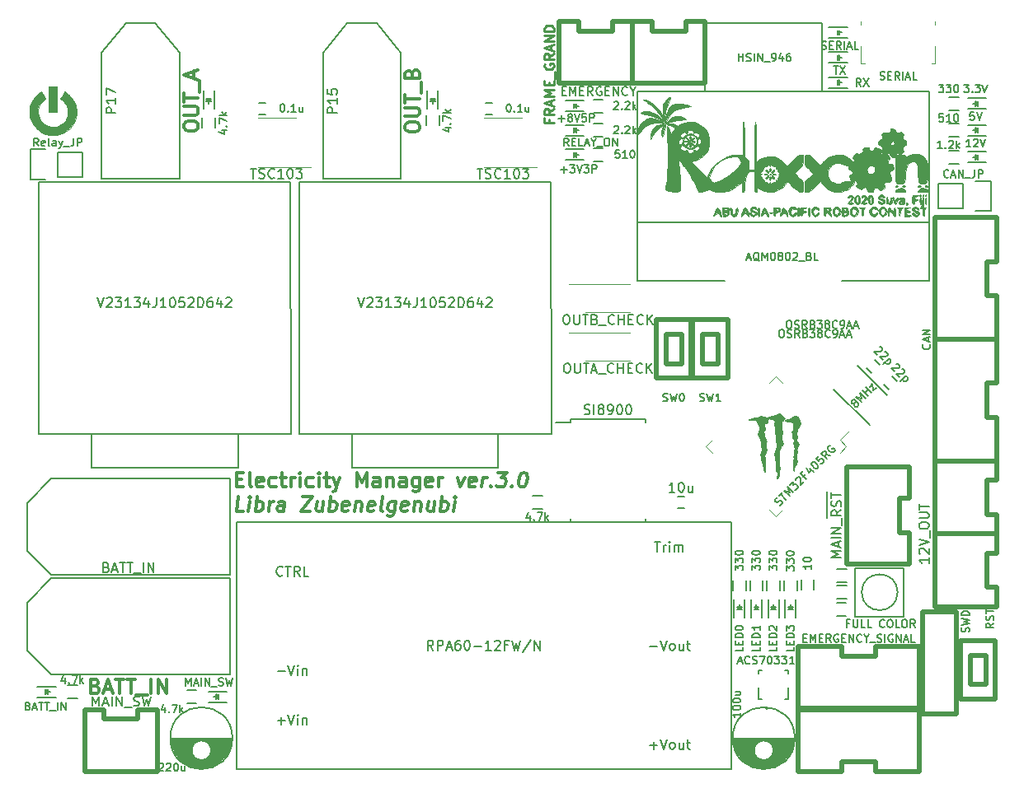
<source format=gbr>
G04 #@! TF.GenerationSoftware,KiCad,Pcbnew,(5.1.5)-3*
G04 #@! TF.CreationDate,2020-03-06T15:50:39+09:00*
G04 #@! TF.ProjectId,Electricity_Manager,456c6563-7472-4696-9369-74795f4d616e,rev?*
G04 #@! TF.SameCoordinates,Original*
G04 #@! TF.FileFunction,Legend,Top*
G04 #@! TF.FilePolarity,Positive*
%FSLAX46Y46*%
G04 Gerber Fmt 4.6, Leading zero omitted, Abs format (unit mm)*
G04 Created by KiCad (PCBNEW (5.1.5)-3) date 2020-03-06 15:50:39*
%MOMM*%
%LPD*%
G04 APERTURE LIST*
%ADD10C,0.375000*%
%ADD11C,0.150000*%
%ADD12C,0.500000*%
%ADD13C,0.152400*%
%ADD14C,0.010000*%
%ADD15C,0.120000*%
%ADD16C,0.200000*%
%ADD17C,0.250000*%
G04 APERTURE END LIST*
D10*
X92591964Y-144678571D02*
X92824107Y-145678571D01*
X93306250Y-144678571D01*
X94333035Y-145607142D02*
X94181250Y-145678571D01*
X93895535Y-145678571D01*
X93761607Y-145607142D01*
X93708035Y-145464285D01*
X93779464Y-144892857D01*
X93868750Y-144750000D01*
X94020535Y-144678571D01*
X94306250Y-144678571D01*
X94440178Y-144750000D01*
X94493750Y-144892857D01*
X94475892Y-145035714D01*
X93743750Y-145178571D01*
X95038392Y-145678571D02*
X95163392Y-144678571D01*
X95127678Y-144964285D02*
X95216964Y-144821428D01*
X95297321Y-144750000D01*
X95449107Y-144678571D01*
X95591964Y-144678571D01*
X95984821Y-145535714D02*
X96047321Y-145607142D01*
X95966964Y-145678571D01*
X95904464Y-145607142D01*
X95984821Y-145535714D01*
X95966964Y-145678571D01*
X96725892Y-144178571D02*
X97654464Y-144178571D01*
X97083035Y-144750000D01*
X97297321Y-144750000D01*
X97431250Y-144821428D01*
X97493750Y-144892857D01*
X97547321Y-145035714D01*
X97502678Y-145392857D01*
X97413392Y-145535714D01*
X97333035Y-145607142D01*
X97181250Y-145678571D01*
X96752678Y-145678571D01*
X96618750Y-145607142D01*
X96556250Y-145535714D01*
X98127678Y-145535714D02*
X98190178Y-145607142D01*
X98109821Y-145678571D01*
X98047321Y-145607142D01*
X98127678Y-145535714D01*
X98109821Y-145678571D01*
X99297321Y-144178571D02*
X99440178Y-144178571D01*
X99574107Y-144250000D01*
X99636607Y-144321428D01*
X99690178Y-144464285D01*
X99725892Y-144750000D01*
X99681250Y-145107142D01*
X99574107Y-145392857D01*
X99484821Y-145535714D01*
X99404464Y-145607142D01*
X99252678Y-145678571D01*
X99109821Y-145678571D01*
X98975892Y-145607142D01*
X98913392Y-145535714D01*
X98859821Y-145392857D01*
X98824107Y-145107142D01*
X98868750Y-144750000D01*
X98975892Y-144464285D01*
X99065178Y-144321428D01*
X99145535Y-144250000D01*
X99297321Y-144178571D01*
X70574107Y-148178571D02*
X69859821Y-148178571D01*
X70047321Y-146678571D01*
X71074107Y-148178571D02*
X71199107Y-147178571D01*
X71261607Y-146678571D02*
X71181250Y-146750000D01*
X71243750Y-146821428D01*
X71324107Y-146750000D01*
X71261607Y-146678571D01*
X71243750Y-146821428D01*
X71788392Y-148178571D02*
X71975892Y-146678571D01*
X71904464Y-147250000D02*
X72056250Y-147178571D01*
X72341964Y-147178571D01*
X72475892Y-147250000D01*
X72538392Y-147321428D01*
X72591964Y-147464285D01*
X72538392Y-147892857D01*
X72449107Y-148035714D01*
X72368750Y-148107142D01*
X72216964Y-148178571D01*
X71931250Y-148178571D01*
X71797321Y-148107142D01*
X73145535Y-148178571D02*
X73270535Y-147178571D01*
X73234821Y-147464285D02*
X73324107Y-147321428D01*
X73404464Y-147250000D01*
X73556250Y-147178571D01*
X73699107Y-147178571D01*
X74716964Y-148178571D02*
X74815178Y-147392857D01*
X74761607Y-147250000D01*
X74627678Y-147178571D01*
X74341964Y-147178571D01*
X74190178Y-147250000D01*
X74725892Y-148107142D02*
X74574107Y-148178571D01*
X74216964Y-148178571D01*
X74083035Y-148107142D01*
X74029464Y-147964285D01*
X74047321Y-147821428D01*
X74136607Y-147678571D01*
X74288392Y-147607142D01*
X74645535Y-147607142D01*
X74797321Y-147535714D01*
X76618750Y-146678571D02*
X77618750Y-146678571D01*
X76431250Y-148178571D01*
X77431250Y-148178571D01*
X78770535Y-147178571D02*
X78645535Y-148178571D01*
X78127678Y-147178571D02*
X78029464Y-147964285D01*
X78083035Y-148107142D01*
X78216964Y-148178571D01*
X78431250Y-148178571D01*
X78583035Y-148107142D01*
X78663392Y-148035714D01*
X79359821Y-148178571D02*
X79547321Y-146678571D01*
X79475892Y-147250000D02*
X79627678Y-147178571D01*
X79913392Y-147178571D01*
X80047321Y-147250000D01*
X80109821Y-147321428D01*
X80163392Y-147464285D01*
X80109821Y-147892857D01*
X80020535Y-148035714D01*
X79940178Y-148107142D01*
X79788392Y-148178571D01*
X79502678Y-148178571D01*
X79368750Y-148107142D01*
X81297321Y-148107142D02*
X81145535Y-148178571D01*
X80859821Y-148178571D01*
X80725892Y-148107142D01*
X80672321Y-147964285D01*
X80743750Y-147392857D01*
X80833035Y-147250000D01*
X80984821Y-147178571D01*
X81270535Y-147178571D01*
X81404464Y-147250000D01*
X81458035Y-147392857D01*
X81440178Y-147535714D01*
X80708035Y-147678571D01*
X82127678Y-147178571D02*
X82002678Y-148178571D01*
X82109821Y-147321428D02*
X82190178Y-147250000D01*
X82341964Y-147178571D01*
X82556250Y-147178571D01*
X82690178Y-147250000D01*
X82743750Y-147392857D01*
X82645535Y-148178571D01*
X83940178Y-148107142D02*
X83788392Y-148178571D01*
X83502678Y-148178571D01*
X83368750Y-148107142D01*
X83315178Y-147964285D01*
X83386607Y-147392857D01*
X83475892Y-147250000D01*
X83627678Y-147178571D01*
X83913392Y-147178571D01*
X84047321Y-147250000D01*
X84100892Y-147392857D01*
X84083035Y-147535714D01*
X83350892Y-147678571D01*
X84859821Y-148178571D02*
X84725892Y-148107142D01*
X84672321Y-147964285D01*
X84833035Y-146678571D01*
X86199107Y-147178571D02*
X86047321Y-148392857D01*
X85958035Y-148535714D01*
X85877678Y-148607142D01*
X85725892Y-148678571D01*
X85511607Y-148678571D01*
X85377678Y-148607142D01*
X86083035Y-148107142D02*
X85931250Y-148178571D01*
X85645535Y-148178571D01*
X85511607Y-148107142D01*
X85449107Y-148035714D01*
X85395535Y-147892857D01*
X85449107Y-147464285D01*
X85538392Y-147321428D01*
X85618750Y-147250000D01*
X85770535Y-147178571D01*
X86056250Y-147178571D01*
X86190178Y-147250000D01*
X87368750Y-148107142D02*
X87216964Y-148178571D01*
X86931250Y-148178571D01*
X86797321Y-148107142D01*
X86743750Y-147964285D01*
X86815178Y-147392857D01*
X86904464Y-147250000D01*
X87056250Y-147178571D01*
X87341964Y-147178571D01*
X87475892Y-147250000D01*
X87529464Y-147392857D01*
X87511607Y-147535714D01*
X86779464Y-147678571D01*
X88199107Y-147178571D02*
X88074107Y-148178571D01*
X88181250Y-147321428D02*
X88261607Y-147250000D01*
X88413392Y-147178571D01*
X88627678Y-147178571D01*
X88761607Y-147250000D01*
X88815178Y-147392857D01*
X88716964Y-148178571D01*
X90199107Y-147178571D02*
X90074107Y-148178571D01*
X89556250Y-147178571D02*
X89458035Y-147964285D01*
X89511607Y-148107142D01*
X89645535Y-148178571D01*
X89859821Y-148178571D01*
X90011607Y-148107142D01*
X90091964Y-148035714D01*
X90788392Y-148178571D02*
X90975892Y-146678571D01*
X90904464Y-147250000D02*
X91056250Y-147178571D01*
X91341964Y-147178571D01*
X91475892Y-147250000D01*
X91538392Y-147321428D01*
X91591964Y-147464285D01*
X91538392Y-147892857D01*
X91449107Y-148035714D01*
X91368750Y-148107142D01*
X91216964Y-148178571D01*
X90931250Y-148178571D01*
X90797321Y-148107142D01*
X92145535Y-148178571D02*
X92270535Y-147178571D01*
X92333035Y-146678571D02*
X92252678Y-146750000D01*
X92315178Y-146821428D01*
X92395535Y-146750000D01*
X92333035Y-146678571D01*
X92315178Y-146821428D01*
X69850892Y-144892857D02*
X70350892Y-144892857D01*
X70565178Y-145678571D02*
X69850892Y-145678571D01*
X69850892Y-144178571D01*
X70565178Y-144178571D01*
X71422321Y-145678571D02*
X71279464Y-145607142D01*
X71208035Y-145464285D01*
X71208035Y-144178571D01*
X72565178Y-145607142D02*
X72422321Y-145678571D01*
X72136607Y-145678571D01*
X71993750Y-145607142D01*
X71922321Y-145464285D01*
X71922321Y-144892857D01*
X71993750Y-144750000D01*
X72136607Y-144678571D01*
X72422321Y-144678571D01*
X72565178Y-144750000D01*
X72636607Y-144892857D01*
X72636607Y-145035714D01*
X71922321Y-145178571D01*
X73922321Y-145607142D02*
X73779464Y-145678571D01*
X73493750Y-145678571D01*
X73350892Y-145607142D01*
X73279464Y-145535714D01*
X73208035Y-145392857D01*
X73208035Y-144964285D01*
X73279464Y-144821428D01*
X73350892Y-144750000D01*
X73493750Y-144678571D01*
X73779464Y-144678571D01*
X73922321Y-144750000D01*
X74350892Y-144678571D02*
X74922321Y-144678571D01*
X74565178Y-144178571D02*
X74565178Y-145464285D01*
X74636607Y-145607142D01*
X74779464Y-145678571D01*
X74922321Y-145678571D01*
X75422321Y-145678571D02*
X75422321Y-144678571D01*
X75422321Y-144964285D02*
X75493750Y-144821428D01*
X75565178Y-144750000D01*
X75708035Y-144678571D01*
X75850892Y-144678571D01*
X76350892Y-145678571D02*
X76350892Y-144678571D01*
X76350892Y-144178571D02*
X76279464Y-144250000D01*
X76350892Y-144321428D01*
X76422321Y-144250000D01*
X76350892Y-144178571D01*
X76350892Y-144321428D01*
X77708035Y-145607142D02*
X77565178Y-145678571D01*
X77279464Y-145678571D01*
X77136607Y-145607142D01*
X77065178Y-145535714D01*
X76993750Y-145392857D01*
X76993750Y-144964285D01*
X77065178Y-144821428D01*
X77136607Y-144750000D01*
X77279464Y-144678571D01*
X77565178Y-144678571D01*
X77708035Y-144750000D01*
X78350892Y-145678571D02*
X78350892Y-144678571D01*
X78350892Y-144178571D02*
X78279464Y-144250000D01*
X78350892Y-144321428D01*
X78422321Y-144250000D01*
X78350892Y-144178571D01*
X78350892Y-144321428D01*
X78850892Y-144678571D02*
X79422321Y-144678571D01*
X79065178Y-144178571D02*
X79065178Y-145464285D01*
X79136607Y-145607142D01*
X79279464Y-145678571D01*
X79422321Y-145678571D01*
X79779464Y-144678571D02*
X80136607Y-145678571D01*
X80493750Y-144678571D02*
X80136607Y-145678571D01*
X79993750Y-146035714D01*
X79922321Y-146107142D01*
X79779464Y-146178571D01*
X82208035Y-145678571D02*
X82208035Y-144178571D01*
X82708035Y-145250000D01*
X83208035Y-144178571D01*
X83208035Y-145678571D01*
X84565178Y-145678571D02*
X84565178Y-144892857D01*
X84493750Y-144750000D01*
X84350892Y-144678571D01*
X84065178Y-144678571D01*
X83922321Y-144750000D01*
X84565178Y-145607142D02*
X84422321Y-145678571D01*
X84065178Y-145678571D01*
X83922321Y-145607142D01*
X83850892Y-145464285D01*
X83850892Y-145321428D01*
X83922321Y-145178571D01*
X84065178Y-145107142D01*
X84422321Y-145107142D01*
X84565178Y-145035714D01*
X85279464Y-144678571D02*
X85279464Y-145678571D01*
X85279464Y-144821428D02*
X85350892Y-144750000D01*
X85493750Y-144678571D01*
X85708035Y-144678571D01*
X85850892Y-144750000D01*
X85922321Y-144892857D01*
X85922321Y-145678571D01*
X87279464Y-145678571D02*
X87279464Y-144892857D01*
X87208035Y-144750000D01*
X87065178Y-144678571D01*
X86779464Y-144678571D01*
X86636607Y-144750000D01*
X87279464Y-145607142D02*
X87136607Y-145678571D01*
X86779464Y-145678571D01*
X86636607Y-145607142D01*
X86565178Y-145464285D01*
X86565178Y-145321428D01*
X86636607Y-145178571D01*
X86779464Y-145107142D01*
X87136607Y-145107142D01*
X87279464Y-145035714D01*
X88636607Y-144678571D02*
X88636607Y-145892857D01*
X88565178Y-146035714D01*
X88493750Y-146107142D01*
X88350892Y-146178571D01*
X88136607Y-146178571D01*
X87993750Y-146107142D01*
X88636607Y-145607142D02*
X88493750Y-145678571D01*
X88208035Y-145678571D01*
X88065178Y-145607142D01*
X87993750Y-145535714D01*
X87922321Y-145392857D01*
X87922321Y-144964285D01*
X87993750Y-144821428D01*
X88065178Y-144750000D01*
X88208035Y-144678571D01*
X88493750Y-144678571D01*
X88636607Y-144750000D01*
X89922321Y-145607142D02*
X89779464Y-145678571D01*
X89493750Y-145678571D01*
X89350892Y-145607142D01*
X89279464Y-145464285D01*
X89279464Y-144892857D01*
X89350892Y-144750000D01*
X89493750Y-144678571D01*
X89779464Y-144678571D01*
X89922321Y-144750000D01*
X89993750Y-144892857D01*
X89993750Y-145035714D01*
X89279464Y-145178571D01*
X90636607Y-145678571D02*
X90636607Y-144678571D01*
X90636607Y-144964285D02*
X90708035Y-144821428D01*
X90779464Y-144750000D01*
X90922321Y-144678571D01*
X91065178Y-144678571D01*
D11*
X135426777Y-132578249D02*
X135921751Y-133073223D01*
X135073223Y-133921751D02*
X134578249Y-133426777D01*
X134921751Y-139325914D02*
X131209441Y-135613604D01*
X133613604Y-133209441D02*
X136654163Y-136250000D01*
X132500000Y-157175000D02*
X131500000Y-157175000D01*
X131500000Y-155825000D02*
X132500000Y-155825000D01*
X131470000Y-157575000D02*
X132470000Y-157575000D01*
X132470000Y-158925000D02*
X131470000Y-158925000D01*
X131500000Y-154075000D02*
X132500000Y-154075000D01*
X132500000Y-155425000D02*
X131500000Y-155425000D01*
X123500000Y-158030000D02*
X123250000Y-158280000D01*
X123000000Y-158030000D02*
X123500000Y-158030000D01*
X123250000Y-158280000D02*
X123000000Y-158030000D01*
X123000000Y-158280000D02*
X123500000Y-158280000D01*
X123250000Y-158230000D02*
X123250000Y-157780000D01*
X122700000Y-159130000D02*
X122700000Y-157230000D01*
X123800000Y-159130000D02*
X123800000Y-157230000D01*
X81250000Y-98000000D02*
X78750000Y-101000000D01*
X78750000Y-101000000D02*
X78750000Y-114000000D01*
X84250000Y-98000000D02*
X86750000Y-101000000D01*
X86750000Y-101000000D02*
X86750000Y-114000000D01*
X84250000Y-98000000D02*
X81250000Y-98000000D01*
X86750000Y-114000000D02*
X78750000Y-114000000D01*
X64000000Y-114000000D02*
X56000000Y-114000000D01*
X61500000Y-98000000D02*
X58500000Y-98000000D01*
X64000000Y-101000000D02*
X64000000Y-114000000D01*
X61500000Y-98000000D02*
X64000000Y-101000000D01*
X56000000Y-101000000D02*
X56000000Y-114000000D01*
X58500000Y-98000000D02*
X56000000Y-101000000D01*
X115850000Y-147850000D02*
X115150000Y-147850000D01*
X115150000Y-146650000D02*
X115850000Y-146650000D01*
X69399000Y-171575000D02*
X63101000Y-171575000D01*
X69393000Y-171715000D02*
X63107000Y-171715000D01*
X69380000Y-171855000D02*
X66696000Y-171855000D01*
X65804000Y-171855000D02*
X63120000Y-171855000D01*
X69361000Y-171995000D02*
X66906000Y-171995000D01*
X65594000Y-171995000D02*
X63139000Y-171995000D01*
X69335000Y-172135000D02*
X67039000Y-172135000D01*
X65461000Y-172135000D02*
X63165000Y-172135000D01*
X69303000Y-172275000D02*
X67130000Y-172275000D01*
X65370000Y-172275000D02*
X63197000Y-172275000D01*
X69264000Y-172415000D02*
X67192000Y-172415000D01*
X65308000Y-172415000D02*
X63236000Y-172415000D01*
X69218000Y-172555000D02*
X67231000Y-172555000D01*
X65269000Y-172555000D02*
X63282000Y-172555000D01*
X69165000Y-172695000D02*
X67248000Y-172695000D01*
X65252000Y-172695000D02*
X63335000Y-172695000D01*
X69103000Y-172835000D02*
X67246000Y-172835000D01*
X65254000Y-172835000D02*
X63397000Y-172835000D01*
X69033000Y-172975000D02*
X67224000Y-172975000D01*
X65276000Y-172975000D02*
X63467000Y-172975000D01*
X68954000Y-173115000D02*
X67181000Y-173115000D01*
X65319000Y-173115000D02*
X63546000Y-173115000D01*
X68866000Y-173255000D02*
X67113000Y-173255000D01*
X65387000Y-173255000D02*
X63634000Y-173255000D01*
X68766000Y-173395000D02*
X67014000Y-173395000D01*
X65486000Y-173395000D02*
X63734000Y-173395000D01*
X68654000Y-173535000D02*
X66869000Y-173535000D01*
X65631000Y-173535000D02*
X63846000Y-173535000D01*
X68529000Y-173675000D02*
X66630000Y-173675000D01*
X65870000Y-173675000D02*
X63971000Y-173675000D01*
X68386000Y-173815000D02*
X64114000Y-173815000D01*
X68224000Y-173955000D02*
X64276000Y-173955000D01*
X68036000Y-174095000D02*
X64464000Y-174095000D01*
X67813000Y-174235000D02*
X64687000Y-174235000D01*
X67537000Y-174375000D02*
X64963000Y-174375000D01*
X67162000Y-174515000D02*
X65338000Y-174515000D01*
X67250000Y-172750000D02*
G75*
G03X67250000Y-172750000I-1000000J0D01*
G01*
X69437500Y-171500000D02*
G75*
G03X69437500Y-171500000I-3187500J0D01*
G01*
X127187500Y-171500000D02*
G75*
G03X127187500Y-171500000I-3187500J0D01*
G01*
X125000000Y-172750000D02*
G75*
G03X125000000Y-172750000I-1000000J0D01*
G01*
X124912000Y-174515000D02*
X123088000Y-174515000D01*
X125287000Y-174375000D02*
X122713000Y-174375000D01*
X125563000Y-174235000D02*
X122437000Y-174235000D01*
X125786000Y-174095000D02*
X122214000Y-174095000D01*
X125974000Y-173955000D02*
X122026000Y-173955000D01*
X126136000Y-173815000D02*
X121864000Y-173815000D01*
X123620000Y-173675000D02*
X121721000Y-173675000D01*
X126279000Y-173675000D02*
X124380000Y-173675000D01*
X123381000Y-173535000D02*
X121596000Y-173535000D01*
X126404000Y-173535000D02*
X124619000Y-173535000D01*
X123236000Y-173395000D02*
X121484000Y-173395000D01*
X126516000Y-173395000D02*
X124764000Y-173395000D01*
X123137000Y-173255000D02*
X121384000Y-173255000D01*
X126616000Y-173255000D02*
X124863000Y-173255000D01*
X123069000Y-173115000D02*
X121296000Y-173115000D01*
X126704000Y-173115000D02*
X124931000Y-173115000D01*
X123026000Y-172975000D02*
X121217000Y-172975000D01*
X126783000Y-172975000D02*
X124974000Y-172975000D01*
X123004000Y-172835000D02*
X121147000Y-172835000D01*
X126853000Y-172835000D02*
X124996000Y-172835000D01*
X123002000Y-172695000D02*
X121085000Y-172695000D01*
X126915000Y-172695000D02*
X124998000Y-172695000D01*
X123019000Y-172555000D02*
X121032000Y-172555000D01*
X126968000Y-172555000D02*
X124981000Y-172555000D01*
X123058000Y-172415000D02*
X120986000Y-172415000D01*
X127014000Y-172415000D02*
X124942000Y-172415000D01*
X123120000Y-172275000D02*
X120947000Y-172275000D01*
X127053000Y-172275000D02*
X124880000Y-172275000D01*
X123211000Y-172135000D02*
X120915000Y-172135000D01*
X127085000Y-172135000D02*
X124789000Y-172135000D01*
X123344000Y-171995000D02*
X120889000Y-171995000D01*
X127111000Y-171995000D02*
X124656000Y-171995000D01*
X123554000Y-171855000D02*
X120870000Y-171855000D01*
X127130000Y-171855000D02*
X124446000Y-171855000D01*
X127143000Y-171715000D02*
X120857000Y-171715000D01*
X127149000Y-171575000D02*
X120851000Y-171575000D01*
X144480000Y-117020000D02*
X141940000Y-117020000D01*
X147300000Y-117300000D02*
X145750000Y-117300000D01*
X144480000Y-117020000D02*
X144480000Y-114480000D01*
X145750000Y-114200000D02*
X147300000Y-114200000D01*
X147300000Y-114200000D02*
X147300000Y-117300000D01*
X144480000Y-114480000D02*
X141940000Y-114480000D01*
X141940000Y-114480000D02*
X141940000Y-117020000D01*
D12*
X147950000Y-130500000D02*
X147950000Y-126000000D01*
X147950000Y-126000000D02*
X146950000Y-126000000D01*
X146950000Y-126000000D02*
X146950000Y-122500000D01*
X146950000Y-122500000D02*
X147950000Y-122500000D01*
X147950000Y-122500000D02*
X147950000Y-118000000D01*
X141550000Y-118000000D02*
X141550000Y-130500000D01*
X147950000Y-118000000D02*
X141550000Y-118000000D01*
X141550000Y-130500000D02*
X147950000Y-130500000D01*
X61750000Y-168550000D02*
X59750000Y-168550000D01*
X59750000Y-168550000D02*
X59750000Y-169550000D01*
X59750000Y-169550000D02*
X56250000Y-169550000D01*
X56250000Y-169550000D02*
X56250000Y-168550000D01*
X56250000Y-168550000D02*
X54250000Y-168550000D01*
X61750000Y-174950000D02*
X61750000Y-168550000D01*
X54250000Y-168550000D02*
X54250000Y-174950000D01*
X54250000Y-174950000D02*
X61750000Y-174950000D01*
D11*
X69150000Y-155050000D02*
X50800000Y-155050000D01*
X69150000Y-164950000D02*
X69150000Y-155050000D01*
X50800000Y-164950000D02*
X69150000Y-164950000D01*
X50800000Y-155050000D02*
X48350000Y-157550000D01*
X50800000Y-164950000D02*
X48350000Y-162500000D01*
X48350000Y-160000000D02*
X48350000Y-157550000D01*
X48350000Y-159950000D02*
X48350000Y-162500000D01*
X48350000Y-149700000D02*
X48350000Y-152250000D01*
X48350000Y-149750000D02*
X48350000Y-147300000D01*
X50800000Y-154700000D02*
X48350000Y-152250000D01*
X50800000Y-144800000D02*
X48350000Y-147300000D01*
X50800000Y-154700000D02*
X69150000Y-154700000D01*
X69150000Y-154700000D02*
X69150000Y-144800000D01*
X69150000Y-144800000D02*
X50800000Y-144800000D01*
D12*
X147800000Y-167500000D02*
X147800000Y-161500000D01*
X144200000Y-167500000D02*
X147800000Y-167500000D01*
X144200000Y-161500000D02*
X144200000Y-167500000D01*
X147800000Y-161500000D02*
X144200000Y-161500000D01*
X146800000Y-166000000D02*
X146800000Y-163000000D01*
X145200000Y-166000000D02*
X146800000Y-166000000D01*
X145200000Y-163000000D02*
X145200000Y-166000000D01*
X146800000Y-163000000D02*
X145200000Y-163000000D01*
D11*
X49550000Y-127250000D02*
X49550000Y-140200000D01*
X49550000Y-140200000D02*
X75450000Y-140200000D01*
X75450000Y-140200000D02*
X75410000Y-114300000D01*
X75410000Y-114300000D02*
X49550000Y-114320000D01*
X49550000Y-114320000D02*
X49550000Y-127250000D01*
X55000000Y-143700000D02*
X70000000Y-143680000D01*
X70000000Y-143680000D02*
X70000000Y-140230000D01*
X55000000Y-143700000D02*
X55000000Y-140200000D01*
X81750000Y-143700000D02*
X81750000Y-140200000D01*
X96750000Y-143680000D02*
X96750000Y-140230000D01*
X81750000Y-143700000D02*
X96750000Y-143680000D01*
X76300000Y-114320000D02*
X76300000Y-127250000D01*
X102160000Y-114300000D02*
X76300000Y-114320000D01*
X102200000Y-140200000D02*
X102160000Y-114300000D01*
X76300000Y-140200000D02*
X102200000Y-140200000D01*
X76300000Y-127250000D02*
X76300000Y-140200000D01*
D12*
X140300000Y-169000000D02*
X143800000Y-169000000D01*
X140300000Y-158500000D02*
X140300000Y-169000000D01*
X143800000Y-158500000D02*
X143800000Y-169000000D01*
X143800000Y-158500000D02*
X140300000Y-158500000D01*
D11*
X136823223Y-135671751D02*
X136328249Y-135176777D01*
X137176777Y-134328249D02*
X137671751Y-134823223D01*
X146850000Y-111200000D02*
X144950000Y-111200000D01*
X146850000Y-112300000D02*
X144950000Y-112300000D01*
X145950000Y-111750000D02*
X145500000Y-111750000D01*
X146000000Y-112000000D02*
X146000000Y-111500000D01*
X146000000Y-111750000D02*
X145750000Y-112000000D01*
X145750000Y-112000000D02*
X145750000Y-111500000D01*
X145750000Y-111500000D02*
X146000000Y-111750000D01*
X145750000Y-108750000D02*
X146000000Y-109000000D01*
X145750000Y-109250000D02*
X145750000Y-108750000D01*
X146000000Y-109000000D02*
X145750000Y-109250000D01*
X146000000Y-109250000D02*
X146000000Y-108750000D01*
X145950000Y-109000000D02*
X145500000Y-109000000D01*
X146850000Y-109550000D02*
X144950000Y-109550000D01*
X146850000Y-108450000D02*
X144950000Y-108450000D01*
X146850000Y-105700000D02*
X144950000Y-105700000D01*
X146850000Y-106800000D02*
X144950000Y-106800000D01*
X145950000Y-106250000D02*
X145500000Y-106250000D01*
X146000000Y-106500000D02*
X146000000Y-106000000D01*
X146000000Y-106250000D02*
X145750000Y-106500000D01*
X145750000Y-106500000D02*
X145750000Y-106000000D01*
X145750000Y-106000000D02*
X146000000Y-106250000D01*
X122050000Y-159130000D02*
X122050000Y-157230000D01*
X120950000Y-159130000D02*
X120950000Y-157230000D01*
X121500000Y-158230000D02*
X121500000Y-157780000D01*
X121250000Y-158280000D02*
X121750000Y-158280000D01*
X121500000Y-158280000D02*
X121250000Y-158030000D01*
X121250000Y-158030000D02*
X121750000Y-158030000D01*
X121750000Y-158030000D02*
X121500000Y-158280000D01*
X125550000Y-159130000D02*
X125550000Y-157230000D01*
X124450000Y-159130000D02*
X124450000Y-157230000D01*
X125000000Y-158230000D02*
X125000000Y-157780000D01*
X124750000Y-158280000D02*
X125250000Y-158280000D01*
X125000000Y-158280000D02*
X124750000Y-158030000D01*
X124750000Y-158030000D02*
X125250000Y-158030000D01*
X125250000Y-158030000D02*
X125000000Y-158280000D01*
X127000000Y-158030000D02*
X126750000Y-158280000D01*
X126500000Y-158030000D02*
X127000000Y-158030000D01*
X126750000Y-158280000D02*
X126500000Y-158030000D01*
X126500000Y-158280000D02*
X127000000Y-158280000D01*
X126750000Y-158230000D02*
X126750000Y-157780000D01*
X126200000Y-159130000D02*
X126200000Y-157230000D01*
X127300000Y-159130000D02*
X127300000Y-157230000D01*
X49400000Y-167300000D02*
X51300000Y-167300000D01*
X49400000Y-166200000D02*
X51300000Y-166200000D01*
X50300000Y-166750000D02*
X50750000Y-166750000D01*
X50250000Y-166500000D02*
X50250000Y-167000000D01*
X50250000Y-166750000D02*
X50500000Y-166500000D01*
X50500000Y-166500000D02*
X50500000Y-167000000D01*
X50500000Y-167000000D02*
X50250000Y-166750000D01*
X68850000Y-166700000D02*
X66950000Y-166700000D01*
X68850000Y-167800000D02*
X66950000Y-167800000D01*
X67950000Y-167250000D02*
X67500000Y-167250000D01*
X68000000Y-167500000D02*
X68000000Y-167000000D01*
X68000000Y-167250000D02*
X67750000Y-167500000D01*
X67750000Y-167500000D02*
X67750000Y-167000000D01*
X67750000Y-167000000D02*
X68000000Y-167250000D01*
X66750000Y-106000000D02*
X67000000Y-105750000D01*
X67250000Y-106000000D02*
X66750000Y-106000000D01*
X67000000Y-105750000D02*
X67250000Y-106000000D01*
X67250000Y-105750000D02*
X66750000Y-105750000D01*
X67000000Y-105800000D02*
X67000000Y-106250000D01*
X67550000Y-104900000D02*
X67550000Y-106800000D01*
X66450000Y-104900000D02*
X66450000Y-106800000D01*
X89450000Y-104900000D02*
X89450000Y-106800000D01*
X90550000Y-104900000D02*
X90550000Y-106800000D01*
X90000000Y-105800000D02*
X90000000Y-106250000D01*
X90250000Y-105750000D02*
X89750000Y-105750000D01*
X90000000Y-105750000D02*
X90250000Y-106000000D01*
X90250000Y-106000000D02*
X89750000Y-106000000D01*
X89750000Y-106000000D02*
X90000000Y-105750000D01*
X104740000Y-109240000D02*
X104490000Y-108990000D01*
X104740000Y-108740000D02*
X104740000Y-109240000D01*
X104490000Y-108990000D02*
X104740000Y-108740000D01*
X104490000Y-108740000D02*
X104490000Y-109240000D01*
X104540000Y-108990000D02*
X104990000Y-108990000D01*
X103640000Y-108440000D02*
X105540000Y-108440000D01*
X103640000Y-109540000D02*
X105540000Y-109540000D01*
X104740000Y-106740000D02*
X104490000Y-106490000D01*
X104740000Y-106240000D02*
X104740000Y-106740000D01*
X104490000Y-106490000D02*
X104740000Y-106240000D01*
X104490000Y-106240000D02*
X104490000Y-106740000D01*
X104540000Y-106490000D02*
X104990000Y-106490000D01*
X103640000Y-105940000D02*
X105540000Y-105940000D01*
X103640000Y-107040000D02*
X105540000Y-107040000D01*
X104740000Y-111740000D02*
X104490000Y-111490000D01*
X104740000Y-111240000D02*
X104740000Y-111740000D01*
X104490000Y-111490000D02*
X104740000Y-111240000D01*
X104490000Y-111240000D02*
X104490000Y-111740000D01*
X104540000Y-111490000D02*
X104990000Y-111490000D01*
X103640000Y-110940000D02*
X105540000Y-110940000D01*
X103640000Y-112040000D02*
X105540000Y-112040000D01*
X51520000Y-111230000D02*
X54060000Y-111230000D01*
X48700000Y-110950000D02*
X50250000Y-110950000D01*
X51520000Y-111230000D02*
X51520000Y-113770000D01*
X50250000Y-114050000D02*
X48700000Y-114050000D01*
X48700000Y-114050000D02*
X48700000Y-110950000D01*
X51520000Y-113770000D02*
X54060000Y-113770000D01*
X54060000Y-113770000D02*
X54060000Y-111230000D01*
D12*
X140000000Y-162050000D02*
X135500000Y-162050000D01*
X135500000Y-162050000D02*
X135500000Y-163050000D01*
X135500000Y-163050000D02*
X132000000Y-163050000D01*
X132000000Y-163050000D02*
X132000000Y-162050000D01*
X132000000Y-162050000D02*
X127500000Y-162050000D01*
X127500000Y-168450000D02*
X140000000Y-168450000D01*
X127500000Y-162050000D02*
X127500000Y-168450000D01*
X140000000Y-168450000D02*
X140000000Y-162050000D01*
X141550000Y-150500000D02*
X141550000Y-158000000D01*
X147950000Y-150500000D02*
X141550000Y-150500000D01*
X141550000Y-158000000D02*
X147950000Y-158000000D01*
X147950000Y-152500000D02*
X147950000Y-150500000D01*
X146950000Y-152500000D02*
X147950000Y-152500000D01*
X146950000Y-156000000D02*
X146950000Y-152500000D01*
X147950000Y-156000000D02*
X146950000Y-156000000D01*
X147950000Y-158000000D02*
X147950000Y-156000000D01*
X147950000Y-150500000D02*
X147950000Y-148500000D01*
X147950000Y-148500000D02*
X146950000Y-148500000D01*
X146950000Y-148500000D02*
X146950000Y-145000000D01*
X146950000Y-145000000D02*
X147950000Y-145000000D01*
X147950000Y-145000000D02*
X147950000Y-143000000D01*
X141550000Y-150500000D02*
X147950000Y-150500000D01*
X147950000Y-143000000D02*
X141550000Y-143000000D01*
X141550000Y-143000000D02*
X141550000Y-150500000D01*
X110500000Y-97800000D02*
X108500000Y-97800000D01*
X108500000Y-97800000D02*
X108500000Y-98800000D01*
X108500000Y-98800000D02*
X105000000Y-98800000D01*
X105000000Y-98800000D02*
X105000000Y-97800000D01*
X105000000Y-97800000D02*
X103000000Y-97800000D01*
X110500000Y-104200000D02*
X110500000Y-97800000D01*
X103000000Y-97800000D02*
X103000000Y-104200000D01*
X103000000Y-104200000D02*
X110500000Y-104200000D01*
X110500000Y-104200000D02*
X118000000Y-104200000D01*
X110500000Y-97800000D02*
X110500000Y-104200000D01*
X118000000Y-104200000D02*
X118000000Y-97800000D01*
X112500000Y-97800000D02*
X110500000Y-97800000D01*
X112500000Y-98800000D02*
X112500000Y-97800000D01*
X116000000Y-98800000D02*
X112500000Y-98800000D01*
X116000000Y-97800000D02*
X116000000Y-98800000D01*
X118000000Y-97800000D02*
X116000000Y-97800000D01*
D11*
X144000000Y-112425000D02*
X143000000Y-112425000D01*
X143000000Y-111075000D02*
X144000000Y-111075000D01*
X143000000Y-108325000D02*
X144000000Y-108325000D01*
X144000000Y-109675000D02*
X143000000Y-109675000D01*
X144000000Y-106925000D02*
X143000000Y-106925000D01*
X143000000Y-105575000D02*
X144000000Y-105575000D01*
X122175000Y-155280000D02*
X122175000Y-156280000D01*
X120825000Y-156280000D02*
X120825000Y-155280000D01*
X122575000Y-156280000D02*
X122575000Y-155280000D01*
X123925000Y-155280000D02*
X123925000Y-156280000D01*
X125675000Y-155280000D02*
X125675000Y-156280000D01*
X124325000Y-156280000D02*
X124325000Y-155280000D01*
X126075000Y-156280000D02*
X126075000Y-155280000D01*
X127425000Y-155280000D02*
X127425000Y-156280000D01*
X129175000Y-155250000D02*
X129175000Y-156250000D01*
X127825000Y-156250000D02*
X127825000Y-155250000D01*
X100250000Y-146575000D02*
X101250000Y-146575000D01*
X101250000Y-147925000D02*
X100250000Y-147925000D01*
X53500000Y-167425000D02*
X52500000Y-167425000D01*
X52500000Y-166075000D02*
X53500000Y-166075000D01*
X65750000Y-167925000D02*
X64750000Y-167925000D01*
X64750000Y-166575000D02*
X65750000Y-166575000D01*
X66325000Y-108750000D02*
X66325000Y-107750000D01*
X67675000Y-107750000D02*
X67675000Y-108750000D01*
X90675000Y-107500000D02*
X90675000Y-108500000D01*
X89325000Y-108500000D02*
X89325000Y-107500000D01*
X107500000Y-109665000D02*
X106500000Y-109665000D01*
X106500000Y-108315000D02*
X107500000Y-108315000D01*
X106500000Y-105815000D02*
X107500000Y-105815000D01*
X107500000Y-107165000D02*
X106500000Y-107165000D01*
X106500000Y-110815000D02*
X107500000Y-110815000D01*
X107500000Y-112165000D02*
X106500000Y-112165000D01*
D12*
X147950000Y-143000000D02*
X147950000Y-138500000D01*
X147950000Y-138500000D02*
X146950000Y-138500000D01*
X146950000Y-138500000D02*
X146950000Y-135000000D01*
X146950000Y-135000000D02*
X147950000Y-135000000D01*
X147950000Y-135000000D02*
X147950000Y-130500000D01*
X141550000Y-130500000D02*
X141550000Y-143000000D01*
X147950000Y-130500000D02*
X141550000Y-130500000D01*
X141550000Y-143000000D02*
X147950000Y-143000000D01*
D11*
X124375000Y-168500000D02*
G75*
G03X124375000Y-168500000I-75000J0D01*
G01*
D13*
X126500000Y-164500000D02*
X126200000Y-164500000D01*
X126500000Y-164900000D02*
X126500000Y-164500000D01*
X126500000Y-167500000D02*
X126500000Y-166300000D01*
X126200000Y-167500000D02*
X126500000Y-167500000D01*
X123500000Y-164500000D02*
X123800000Y-164500000D01*
X123500000Y-164900000D02*
X123500000Y-164500000D01*
X123500000Y-167500000D02*
X123500000Y-166300000D01*
X123800000Y-167500000D02*
X123500000Y-167500000D01*
D11*
X69850000Y-149300000D02*
X120650000Y-149300000D01*
X69850000Y-174700000D02*
X69850000Y-149300000D01*
X120650000Y-174700000D02*
X69850000Y-174700000D01*
X120650000Y-149300000D02*
X120650000Y-174700000D01*
X104125000Y-138675000D02*
X104125000Y-139030000D01*
X111875000Y-138675000D02*
X111875000Y-139030000D01*
X111875000Y-149325000D02*
X111875000Y-148970000D01*
X104125000Y-149325000D02*
X104125000Y-148970000D01*
X104125000Y-138675000D02*
X111875000Y-138675000D01*
X104125000Y-149325000D02*
X111875000Y-149325000D01*
X104125000Y-139030000D02*
X102600000Y-139030000D01*
D12*
X127500000Y-174950000D02*
X132000000Y-174950000D01*
X132000000Y-174950000D02*
X132000000Y-173950000D01*
X132000000Y-173950000D02*
X135500000Y-173950000D01*
X135500000Y-173950000D02*
X135500000Y-174950000D01*
X135500000Y-174950000D02*
X140000000Y-174950000D01*
X140000000Y-168550000D02*
X127500000Y-168550000D01*
X140000000Y-174950000D02*
X140000000Y-168550000D01*
X127500000Y-168550000D02*
X127500000Y-174950000D01*
D14*
G36*
X127129452Y-138369668D02*
G01*
X127163308Y-138382150D01*
X127201549Y-138392634D01*
X127251989Y-138399553D01*
X127288005Y-138401200D01*
X127371860Y-138406856D01*
X127438836Y-138425788D01*
X127493318Y-138460935D01*
X127539694Y-138515240D01*
X127582349Y-138591645D01*
X127587135Y-138601810D01*
X127613872Y-138658640D01*
X127640814Y-138714593D01*
X127663422Y-138760286D01*
X127669764Y-138772681D01*
X127696827Y-138849606D01*
X127701100Y-138894793D01*
X127707495Y-138943761D01*
X127724333Y-138985775D01*
X127748089Y-139014427D01*
X127771871Y-139023500D01*
X127785777Y-139034945D01*
X127790000Y-139066731D01*
X127785357Y-139093729D01*
X127770398Y-139131020D01*
X127743573Y-139181808D01*
X127703335Y-139249300D01*
X127696455Y-139260406D01*
X127594352Y-139434032D01*
X127511921Y-139595684D01*
X127448187Y-139748181D01*
X127402173Y-139894342D01*
X127372904Y-140036983D01*
X127359403Y-140178924D01*
X127358200Y-140237157D01*
X127358703Y-140293074D01*
X127360886Y-140328684D01*
X127365760Y-140349071D01*
X127374336Y-140359320D01*
X127383268Y-140363244D01*
X127418140Y-140385936D01*
X127445550Y-140424493D01*
X127459246Y-140469408D01*
X127459800Y-140479636D01*
X127455145Y-140510131D01*
X127442659Y-140556304D01*
X127424553Y-140610504D01*
X127413444Y-140639848D01*
X127379069Y-140740582D01*
X127362671Y-140824083D01*
X127364288Y-140891103D01*
X127383960Y-140942393D01*
X127421727Y-140978705D01*
X127431439Y-140984228D01*
X127484277Y-141023004D01*
X127527623Y-141080825D01*
X127549771Y-141124814D01*
X127567190Y-141178766D01*
X127576570Y-141239563D01*
X127578460Y-141302242D01*
X127573406Y-141361840D01*
X127561954Y-141413394D01*
X127544651Y-141451938D01*
X127522044Y-141472512D01*
X127511248Y-141474600D01*
X127493773Y-141479025D01*
X127486250Y-141496839D01*
X127484874Y-141522225D01*
X127474342Y-141573626D01*
X127442797Y-141635355D01*
X127440424Y-141639111D01*
X127417487Y-141677404D01*
X127404240Y-141708928D01*
X127398064Y-141743591D01*
X127396341Y-141791300D01*
X127396300Y-141806048D01*
X127406107Y-141919336D01*
X127422965Y-141990056D01*
X127439857Y-142058864D01*
X127441758Y-142114732D01*
X127427789Y-142165840D01*
X127398377Y-142218397D01*
X127380357Y-142247248D01*
X127369672Y-142271975D01*
X127364834Y-142300307D01*
X127364354Y-142339975D01*
X127366147Y-142385875D01*
X127370067Y-142453217D01*
X127375801Y-142531002D01*
X127382241Y-142604446D01*
X127383545Y-142617600D01*
X127390338Y-142696696D01*
X127395747Y-142784087D01*
X127399677Y-142874855D01*
X127402034Y-142964082D01*
X127402724Y-143046851D01*
X127401652Y-143118245D01*
X127398724Y-143173345D01*
X127394787Y-143203322D01*
X127373509Y-143261273D01*
X127333290Y-143329066D01*
X127317938Y-143350587D01*
X127266861Y-143421947D01*
X127228327Y-143482202D01*
X127197910Y-143539152D01*
X127171184Y-143600592D01*
X127160833Y-143627383D01*
X127144409Y-143673941D01*
X127135292Y-143711406D01*
X127132261Y-143749701D01*
X127134095Y-143798751D01*
X127136218Y-143827428D01*
X127139830Y-143884878D01*
X127139401Y-143923578D01*
X127134398Y-143949934D01*
X127124317Y-143970303D01*
X127106476Y-143992860D01*
X127093461Y-144001900D01*
X127084014Y-143991049D01*
X127068484Y-143962419D01*
X127050018Y-143921896D01*
X127047613Y-143916175D01*
X127022672Y-143841582D01*
X127007784Y-143765262D01*
X127003550Y-143693918D01*
X127010566Y-143634252D01*
X127020064Y-143607563D01*
X127031823Y-143578089D01*
X127038110Y-143544719D01*
X127038753Y-143503204D01*
X127033580Y-143449291D01*
X127022420Y-143378732D01*
X127007670Y-143300307D01*
X126989589Y-143194891D01*
X126981416Y-143108774D01*
X126983686Y-143037644D01*
X126996937Y-142977194D01*
X127021704Y-142923112D01*
X127058525Y-142871089D01*
X127061536Y-142867450D01*
X127085384Y-142823679D01*
X127089837Y-142770688D01*
X127074973Y-142705293D01*
X127066100Y-142681100D01*
X127046885Y-142617774D01*
X127041720Y-142563764D01*
X127050790Y-142523795D01*
X127059368Y-142511845D01*
X127077778Y-142483985D01*
X127097757Y-142438757D01*
X127116335Y-142383787D01*
X127129493Y-142331850D01*
X127132660Y-142301968D01*
X127134552Y-142252301D01*
X127135098Y-142188435D01*
X127134222Y-142115956D01*
X127132924Y-142068831D01*
X127130540Y-141986651D01*
X127129899Y-141925204D01*
X127131247Y-141879866D01*
X127134825Y-141846014D01*
X127140878Y-141819026D01*
X127147038Y-141800903D01*
X127158188Y-141767815D01*
X127161940Y-141739823D01*
X127158450Y-141706769D01*
X127149144Y-141663872D01*
X127139532Y-141609165D01*
X127132591Y-141543156D01*
X127129791Y-141479915D01*
X127129787Y-141478524D01*
X127128220Y-141429441D01*
X127124218Y-141390673D01*
X127118551Y-141368784D01*
X127116658Y-141366500D01*
X127098490Y-141345707D01*
X127078200Y-141308658D01*
X127059375Y-141263845D01*
X127045603Y-141219764D01*
X127040465Y-141186097D01*
X127042616Y-141154555D01*
X127048634Y-141105077D01*
X127057574Y-141044668D01*
X127067533Y-140985650D01*
X127081122Y-140899375D01*
X127086389Y-140833294D01*
X127082596Y-140783358D01*
X127069009Y-140745519D01*
X127044890Y-140715731D01*
X127014301Y-140692919D01*
X126967195Y-140655099D01*
X126933832Y-140608181D01*
X126913626Y-140549386D01*
X126905990Y-140475934D01*
X126910337Y-140385043D01*
X126925972Y-140274553D01*
X126935368Y-140215825D01*
X126941650Y-140167046D01*
X126944295Y-140133138D01*
X126942775Y-140119024D01*
X126942584Y-140118927D01*
X126906053Y-140100501D01*
X126871585Y-140073611D01*
X126847909Y-140045653D01*
X126843084Y-140034620D01*
X126844300Y-139991870D01*
X126864742Y-139945171D01*
X126900574Y-139901229D01*
X126934584Y-139874533D01*
X126989050Y-139839992D01*
X126993851Y-139574621D01*
X126996904Y-139458081D01*
X127001558Y-139363717D01*
X127008047Y-139288343D01*
X127016602Y-139228771D01*
X127020398Y-139209820D01*
X127031170Y-139154538D01*
X127034550Y-139118792D01*
X127030834Y-139097908D01*
X127027768Y-139093071D01*
X127009601Y-139081384D01*
X126973743Y-139065352D01*
X126926853Y-139047849D01*
X126909572Y-139042070D01*
X126856852Y-139023391D01*
X126809422Y-139003821D01*
X126775727Y-138986915D01*
X126770259Y-138983396D01*
X126742613Y-138967574D01*
X126717033Y-138965897D01*
X126689047Y-138973492D01*
X126624771Y-138983645D01*
X126542194Y-138978203D01*
X126442904Y-138957369D01*
X126354900Y-138930573D01*
X126298417Y-138911762D01*
X126248989Y-138895999D01*
X126212676Y-138885176D01*
X126197202Y-138881355D01*
X126173677Y-138870362D01*
X126167978Y-138853120D01*
X126182513Y-138838008D01*
X126184513Y-138837184D01*
X126207966Y-138822487D01*
X126236049Y-138797769D01*
X126239544Y-138794174D01*
X126267503Y-138774606D01*
X126314969Y-138751616D01*
X126376592Y-138726995D01*
X126447019Y-138702539D01*
X126520901Y-138680038D01*
X126592885Y-138661286D01*
X126657621Y-138648076D01*
X126688385Y-138643802D01*
X126738147Y-138637172D01*
X126769924Y-138628498D01*
X126791119Y-138614980D01*
X126804637Y-138599833D01*
X126846390Y-138547583D01*
X126877721Y-138513401D01*
X126902024Y-138494040D01*
X126922689Y-138486254D01*
X126923397Y-138486150D01*
X126953143Y-138476538D01*
X126967212Y-138467067D01*
X126989991Y-138453616D01*
X126999218Y-138451999D01*
X127015852Y-138441942D01*
X127036501Y-138416877D01*
X127042382Y-138407549D01*
X127065805Y-138376881D01*
X127092701Y-138364700D01*
X127129452Y-138369668D01*
G37*
X127129452Y-138369668D02*
X127163308Y-138382150D01*
X127201549Y-138392634D01*
X127251989Y-138399553D01*
X127288005Y-138401200D01*
X127371860Y-138406856D01*
X127438836Y-138425788D01*
X127493318Y-138460935D01*
X127539694Y-138515240D01*
X127582349Y-138591645D01*
X127587135Y-138601810D01*
X127613872Y-138658640D01*
X127640814Y-138714593D01*
X127663422Y-138760286D01*
X127669764Y-138772681D01*
X127696827Y-138849606D01*
X127701100Y-138894793D01*
X127707495Y-138943761D01*
X127724333Y-138985775D01*
X127748089Y-139014427D01*
X127771871Y-139023500D01*
X127785777Y-139034945D01*
X127790000Y-139066731D01*
X127785357Y-139093729D01*
X127770398Y-139131020D01*
X127743573Y-139181808D01*
X127703335Y-139249300D01*
X127696455Y-139260406D01*
X127594352Y-139434032D01*
X127511921Y-139595684D01*
X127448187Y-139748181D01*
X127402173Y-139894342D01*
X127372904Y-140036983D01*
X127359403Y-140178924D01*
X127358200Y-140237157D01*
X127358703Y-140293074D01*
X127360886Y-140328684D01*
X127365760Y-140349071D01*
X127374336Y-140359320D01*
X127383268Y-140363244D01*
X127418140Y-140385936D01*
X127445550Y-140424493D01*
X127459246Y-140469408D01*
X127459800Y-140479636D01*
X127455145Y-140510131D01*
X127442659Y-140556304D01*
X127424553Y-140610504D01*
X127413444Y-140639848D01*
X127379069Y-140740582D01*
X127362671Y-140824083D01*
X127364288Y-140891103D01*
X127383960Y-140942393D01*
X127421727Y-140978705D01*
X127431439Y-140984228D01*
X127484277Y-141023004D01*
X127527623Y-141080825D01*
X127549771Y-141124814D01*
X127567190Y-141178766D01*
X127576570Y-141239563D01*
X127578460Y-141302242D01*
X127573406Y-141361840D01*
X127561954Y-141413394D01*
X127544651Y-141451938D01*
X127522044Y-141472512D01*
X127511248Y-141474600D01*
X127493773Y-141479025D01*
X127486250Y-141496839D01*
X127484874Y-141522225D01*
X127474342Y-141573626D01*
X127442797Y-141635355D01*
X127440424Y-141639111D01*
X127417487Y-141677404D01*
X127404240Y-141708928D01*
X127398064Y-141743591D01*
X127396341Y-141791300D01*
X127396300Y-141806048D01*
X127406107Y-141919336D01*
X127422965Y-141990056D01*
X127439857Y-142058864D01*
X127441758Y-142114732D01*
X127427789Y-142165840D01*
X127398377Y-142218397D01*
X127380357Y-142247248D01*
X127369672Y-142271975D01*
X127364834Y-142300307D01*
X127364354Y-142339975D01*
X127366147Y-142385875D01*
X127370067Y-142453217D01*
X127375801Y-142531002D01*
X127382241Y-142604446D01*
X127383545Y-142617600D01*
X127390338Y-142696696D01*
X127395747Y-142784087D01*
X127399677Y-142874855D01*
X127402034Y-142964082D01*
X127402724Y-143046851D01*
X127401652Y-143118245D01*
X127398724Y-143173345D01*
X127394787Y-143203322D01*
X127373509Y-143261273D01*
X127333290Y-143329066D01*
X127317938Y-143350587D01*
X127266861Y-143421947D01*
X127228327Y-143482202D01*
X127197910Y-143539152D01*
X127171184Y-143600592D01*
X127160833Y-143627383D01*
X127144409Y-143673941D01*
X127135292Y-143711406D01*
X127132261Y-143749701D01*
X127134095Y-143798751D01*
X127136218Y-143827428D01*
X127139830Y-143884878D01*
X127139401Y-143923578D01*
X127134398Y-143949934D01*
X127124317Y-143970303D01*
X127106476Y-143992860D01*
X127093461Y-144001900D01*
X127084014Y-143991049D01*
X127068484Y-143962419D01*
X127050018Y-143921896D01*
X127047613Y-143916175D01*
X127022672Y-143841582D01*
X127007784Y-143765262D01*
X127003550Y-143693918D01*
X127010566Y-143634252D01*
X127020064Y-143607563D01*
X127031823Y-143578089D01*
X127038110Y-143544719D01*
X127038753Y-143503204D01*
X127033580Y-143449291D01*
X127022420Y-143378732D01*
X127007670Y-143300307D01*
X126989589Y-143194891D01*
X126981416Y-143108774D01*
X126983686Y-143037644D01*
X126996937Y-142977194D01*
X127021704Y-142923112D01*
X127058525Y-142871089D01*
X127061536Y-142867450D01*
X127085384Y-142823679D01*
X127089837Y-142770688D01*
X127074973Y-142705293D01*
X127066100Y-142681100D01*
X127046885Y-142617774D01*
X127041720Y-142563764D01*
X127050790Y-142523795D01*
X127059368Y-142511845D01*
X127077778Y-142483985D01*
X127097757Y-142438757D01*
X127116335Y-142383787D01*
X127129493Y-142331850D01*
X127132660Y-142301968D01*
X127134552Y-142252301D01*
X127135098Y-142188435D01*
X127134222Y-142115956D01*
X127132924Y-142068831D01*
X127130540Y-141986651D01*
X127129899Y-141925204D01*
X127131247Y-141879866D01*
X127134825Y-141846014D01*
X127140878Y-141819026D01*
X127147038Y-141800903D01*
X127158188Y-141767815D01*
X127161940Y-141739823D01*
X127158450Y-141706769D01*
X127149144Y-141663872D01*
X127139532Y-141609165D01*
X127132591Y-141543156D01*
X127129791Y-141479915D01*
X127129787Y-141478524D01*
X127128220Y-141429441D01*
X127124218Y-141390673D01*
X127118551Y-141368784D01*
X127116658Y-141366500D01*
X127098490Y-141345707D01*
X127078200Y-141308658D01*
X127059375Y-141263845D01*
X127045603Y-141219764D01*
X127040465Y-141186097D01*
X127042616Y-141154555D01*
X127048634Y-141105077D01*
X127057574Y-141044668D01*
X127067533Y-140985650D01*
X127081122Y-140899375D01*
X127086389Y-140833294D01*
X127082596Y-140783358D01*
X127069009Y-140745519D01*
X127044890Y-140715731D01*
X127014301Y-140692919D01*
X126967195Y-140655099D01*
X126933832Y-140608181D01*
X126913626Y-140549386D01*
X126905990Y-140475934D01*
X126910337Y-140385043D01*
X126925972Y-140274553D01*
X126935368Y-140215825D01*
X126941650Y-140167046D01*
X126944295Y-140133138D01*
X126942775Y-140119024D01*
X126942584Y-140118927D01*
X126906053Y-140100501D01*
X126871585Y-140073611D01*
X126847909Y-140045653D01*
X126843084Y-140034620D01*
X126844300Y-139991870D01*
X126864742Y-139945171D01*
X126900574Y-139901229D01*
X126934584Y-139874533D01*
X126989050Y-139839992D01*
X126993851Y-139574621D01*
X126996904Y-139458081D01*
X127001558Y-139363717D01*
X127008047Y-139288343D01*
X127016602Y-139228771D01*
X127020398Y-139209820D01*
X127031170Y-139154538D01*
X127034550Y-139118792D01*
X127030834Y-139097908D01*
X127027768Y-139093071D01*
X127009601Y-139081384D01*
X126973743Y-139065352D01*
X126926853Y-139047849D01*
X126909572Y-139042070D01*
X126856852Y-139023391D01*
X126809422Y-139003821D01*
X126775727Y-138986915D01*
X126770259Y-138983396D01*
X126742613Y-138967574D01*
X126717033Y-138965897D01*
X126689047Y-138973492D01*
X126624771Y-138983645D01*
X126542194Y-138978203D01*
X126442904Y-138957369D01*
X126354900Y-138930573D01*
X126298417Y-138911762D01*
X126248989Y-138895999D01*
X126212676Y-138885176D01*
X126197202Y-138881355D01*
X126173677Y-138870362D01*
X126167978Y-138853120D01*
X126182513Y-138838008D01*
X126184513Y-138837184D01*
X126207966Y-138822487D01*
X126236049Y-138797769D01*
X126239544Y-138794174D01*
X126267503Y-138774606D01*
X126314969Y-138751616D01*
X126376592Y-138726995D01*
X126447019Y-138702539D01*
X126520901Y-138680038D01*
X126592885Y-138661286D01*
X126657621Y-138648076D01*
X126688385Y-138643802D01*
X126738147Y-138637172D01*
X126769924Y-138628498D01*
X126791119Y-138614980D01*
X126804637Y-138599833D01*
X126846390Y-138547583D01*
X126877721Y-138513401D01*
X126902024Y-138494040D01*
X126922689Y-138486254D01*
X126923397Y-138486150D01*
X126953143Y-138476538D01*
X126967212Y-138467067D01*
X126989991Y-138453616D01*
X126999218Y-138451999D01*
X127015852Y-138441942D01*
X127036501Y-138416877D01*
X127042382Y-138407549D01*
X127065805Y-138376881D01*
X127092701Y-138364700D01*
X127129452Y-138369668D01*
G36*
X125606152Y-138135803D02*
G01*
X125624458Y-138142221D01*
X125631769Y-138157517D01*
X125633331Y-138167842D01*
X125643277Y-138194137D01*
X125669700Y-138211174D01*
X125681800Y-138215467D01*
X125717946Y-138234493D01*
X125730118Y-138256876D01*
X125744476Y-138280972D01*
X125771631Y-138291531D01*
X125801815Y-138304836D01*
X125838155Y-138330720D01*
X125859335Y-138350130D01*
X125900561Y-138385633D01*
X125935491Y-138400430D01*
X125945171Y-138401200D01*
X125990047Y-138409060D01*
X126020282Y-138434372D01*
X126038255Y-138479730D01*
X126043047Y-138507927D01*
X126051741Y-138556589D01*
X126065815Y-138585541D01*
X126089901Y-138600461D01*
X126123485Y-138606537D01*
X126165019Y-138610750D01*
X126036350Y-138756800D01*
X125965961Y-138838994D01*
X125910983Y-138910389D01*
X125870018Y-138975720D01*
X125841667Y-139039720D01*
X125824532Y-139107125D01*
X125817215Y-139182669D01*
X125818318Y-139271088D01*
X125826441Y-139377116D01*
X125833344Y-139444181D01*
X125848853Y-139586854D01*
X125861965Y-139706329D01*
X125872991Y-139804662D01*
X125882246Y-139883909D01*
X125890042Y-139946128D01*
X125896691Y-139993374D01*
X125902507Y-140027705D01*
X125907803Y-140051176D01*
X125912890Y-140065845D01*
X125918083Y-140073767D01*
X125923693Y-140076999D01*
X125929691Y-140077600D01*
X125944299Y-140087629D01*
X125947555Y-140113814D01*
X125940783Y-140150295D01*
X125925304Y-140191215D01*
X125902441Y-140230715D01*
X125892111Y-140244111D01*
X125876213Y-140265384D01*
X125866528Y-140287478D01*
X125861547Y-140317344D01*
X125859763Y-140361936D01*
X125859600Y-140394106D01*
X125858862Y-140449465D01*
X125855840Y-140485568D01*
X125849319Y-140508538D01*
X125838083Y-140524494D01*
X125832699Y-140529656D01*
X125818200Y-140545856D01*
X125811121Y-140565894D01*
X125810056Y-140597323D01*
X125812703Y-140637106D01*
X125817057Y-140674807D01*
X125824604Y-140714130D01*
X125836583Y-140759083D01*
X125854235Y-140813675D01*
X125878799Y-140881913D01*
X125911515Y-140967805D01*
X125928353Y-141011050D01*
X125956962Y-141098177D01*
X125971797Y-141176208D01*
X125972466Y-141241391D01*
X125958580Y-141289975D01*
X125957574Y-141291766D01*
X125929525Y-141331567D01*
X125891678Y-141374189D01*
X125850945Y-141412778D01*
X125814240Y-141440482D01*
X125800099Y-141447894D01*
X125762501Y-141475704D01*
X125740118Y-141522868D01*
X125732601Y-141590128D01*
X125732600Y-141591203D01*
X125725981Y-141646010D01*
X125708371Y-141695355D01*
X125683143Y-141731163D01*
X125670175Y-141740724D01*
X125647899Y-141766117D01*
X125643700Y-141790834D01*
X125635754Y-141826985D01*
X125618300Y-141859065D01*
X125606496Y-141877594D01*
X125598971Y-141900830D01*
X125594831Y-141934561D01*
X125593180Y-141984573D01*
X125593011Y-142022703D01*
X125594057Y-142089196D01*
X125596812Y-142170244D01*
X125600844Y-142255091D01*
X125605186Y-142325500D01*
X125609129Y-142492872D01*
X125599073Y-142672896D01*
X125575607Y-142857433D01*
X125560501Y-142941450D01*
X125549192Y-143025741D01*
X125544016Y-143126527D01*
X125544706Y-143235718D01*
X125550999Y-143345226D01*
X125562630Y-143446965D01*
X125579333Y-143532845D01*
X125579931Y-143535175D01*
X125597404Y-143595106D01*
X125612816Y-143632581D01*
X125625611Y-143646264D01*
X125626209Y-143646300D01*
X125642177Y-143637108D01*
X125643894Y-143630425D01*
X125648285Y-143623813D01*
X125656400Y-143633600D01*
X125666130Y-143665111D01*
X125667923Y-143712148D01*
X125663007Y-143768952D01*
X125652608Y-143829765D01*
X125637953Y-143888829D01*
X125620268Y-143940386D01*
X125600782Y-143978677D01*
X125580720Y-143997945D01*
X125578623Y-143998632D01*
X125567681Y-144004129D01*
X125560474Y-144016916D01*
X125556078Y-144041728D01*
X125553568Y-144083299D01*
X125552261Y-144133556D01*
X125551527Y-144207386D01*
X125551786Y-144291804D01*
X125552965Y-144372019D01*
X125553559Y-144395600D01*
X125554808Y-144456780D01*
X125553830Y-144498410D01*
X125549831Y-144526299D01*
X125542017Y-144546257D01*
X125530697Y-144562703D01*
X125511985Y-144594387D01*
X125504003Y-144623830D01*
X125504000Y-144624283D01*
X125493506Y-144672001D01*
X125464731Y-144724681D01*
X125421734Y-144775200D01*
X125413757Y-144782651D01*
X125376592Y-144813796D01*
X125352076Y-144825970D01*
X125337519Y-144817589D01*
X125330229Y-144787068D01*
X125327515Y-144732821D01*
X125327496Y-144731857D01*
X125327650Y-144680162D01*
X125331130Y-144648809D01*
X125338773Y-144632860D01*
X125344973Y-144628898D01*
X125359534Y-144611433D01*
X125364300Y-144584791D01*
X125368456Y-144553455D01*
X125379260Y-144508958D01*
X125391802Y-144468675D01*
X125412971Y-144395466D01*
X125419032Y-144336599D01*
X125409529Y-144285667D01*
X125384008Y-144236266D01*
X125374331Y-144222384D01*
X125301144Y-144103129D01*
X125251389Y-143979063D01*
X125244506Y-143954406D01*
X125239007Y-143929685D01*
X125234704Y-143900855D01*
X125231516Y-143865008D01*
X125229361Y-143819237D01*
X125228156Y-143760633D01*
X125227820Y-143686289D01*
X125228271Y-143593295D01*
X125229426Y-143478744D01*
X125229929Y-143437202D01*
X125235417Y-142997428D01*
X125198410Y-142918347D01*
X125164961Y-142832176D01*
X125151862Y-142759353D01*
X125158905Y-142698306D01*
X125166851Y-142677805D01*
X125179447Y-142647774D01*
X125180830Y-142625402D01*
X125170509Y-142598223D01*
X125163140Y-142583500D01*
X125125107Y-142492170D01*
X125104367Y-142397834D01*
X125099324Y-142292332D01*
X125100350Y-142262823D01*
X125101740Y-142233068D01*
X125103226Y-142207639D01*
X125105579Y-142183900D01*
X125109568Y-142159214D01*
X125115964Y-142130943D01*
X125125537Y-142096451D01*
X125139057Y-142053100D01*
X125157295Y-141998255D01*
X125181019Y-141929277D01*
X125211001Y-141843530D01*
X125248011Y-141738376D01*
X125280174Y-141647091D01*
X125302359Y-141586398D01*
X125322871Y-141534457D01*
X125339740Y-141495965D01*
X125350999Y-141475618D01*
X125352780Y-141473870D01*
X125359393Y-141464356D01*
X125361706Y-141444689D01*
X125359360Y-141412153D01*
X125351994Y-141364032D01*
X125339249Y-141297614D01*
X125320766Y-141210181D01*
X125313322Y-141176150D01*
X125282120Y-141024842D01*
X125259843Y-140893190D01*
X125246227Y-140777167D01*
X125241008Y-140672750D01*
X125243921Y-140575913D01*
X125254702Y-140482631D01*
X125264296Y-140429366D01*
X125271984Y-140387743D01*
X125273009Y-140363315D01*
X125266256Y-140348491D01*
X125250612Y-140335679D01*
X125250543Y-140335631D01*
X125225758Y-140313750D01*
X125208179Y-140285634D01*
X125197039Y-140247386D01*
X125191571Y-140195107D01*
X125191006Y-140124901D01*
X125193835Y-140047660D01*
X125197076Y-139975992D01*
X125198408Y-139924744D01*
X125197429Y-139888981D01*
X125193735Y-139863767D01*
X125186923Y-139844168D01*
X125176592Y-139825247D01*
X125175535Y-139823508D01*
X125159638Y-139792794D01*
X125151389Y-139761547D01*
X125150765Y-139724016D01*
X125157745Y-139674451D01*
X125172304Y-139607101D01*
X125174642Y-139597205D01*
X125188459Y-139530436D01*
X125192004Y-139481772D01*
X125183837Y-139445504D01*
X125162517Y-139415920D01*
X125126604Y-139387312D01*
X125120675Y-139383291D01*
X125087045Y-139358089D01*
X125069857Y-139335131D01*
X125062924Y-139305128D01*
X125062058Y-139295300D01*
X125063937Y-139259038D01*
X125072327Y-139207705D01*
X125085650Y-139150306D01*
X125090633Y-139132349D01*
X125112175Y-139040629D01*
X125122113Y-138956822D01*
X125119931Y-138886660D01*
X125114995Y-138861574D01*
X125098896Y-138838044D01*
X125076233Y-138832999D01*
X125035743Y-138826164D01*
X125002823Y-138803068D01*
X124972620Y-138759829D01*
X124963667Y-138742950D01*
X124931369Y-138679212D01*
X124818649Y-138682793D01*
X124761147Y-138683692D01*
X124723076Y-138681470D01*
X124698576Y-138675343D01*
X124681787Y-138664525D01*
X124681690Y-138664436D01*
X124662202Y-138652659D01*
X124632037Y-138645789D01*
X124585363Y-138642827D01*
X124553674Y-138642499D01*
X124501660Y-138643984D01*
X124465738Y-138648082D01*
X124450206Y-138654261D01*
X124449900Y-138655379D01*
X124441175Y-138671217D01*
X124419365Y-138695199D01*
X124410319Y-138703623D01*
X124370738Y-138738988D01*
X124372733Y-138875222D01*
X124372799Y-138936635D01*
X124371382Y-138993147D01*
X124368749Y-139037074D01*
X124366450Y-139055578D01*
X124360287Y-139081589D01*
X124349635Y-139094626D01*
X124327124Y-139099169D01*
X124293841Y-139099700D01*
X124251742Y-139102578D01*
X124215873Y-139113799D01*
X124175250Y-139137239D01*
X124161904Y-139146260D01*
X124094299Y-139192821D01*
X124094299Y-139398779D01*
X124094434Y-139475384D01*
X124095157Y-139530356D01*
X124096949Y-139567463D01*
X124100290Y-139590473D01*
X124105658Y-139603153D01*
X124113535Y-139609271D01*
X124121434Y-139611833D01*
X124137848Y-139619204D01*
X124144322Y-139634707D01*
X124143217Y-139665819D01*
X124142018Y-139677047D01*
X124137442Y-139705281D01*
X124128853Y-139731887D01*
X124113575Y-139761816D01*
X124088935Y-139800021D01*
X124052256Y-139851452D01*
X124035412Y-139874400D01*
X124021368Y-139894610D01*
X124012322Y-139913450D01*
X124007500Y-139936615D01*
X124006126Y-139969800D01*
X124007426Y-140018700D01*
X124009491Y-140064900D01*
X124017403Y-140164012D01*
X124032490Y-140260831D01*
X124056136Y-140360918D01*
X124089722Y-140469834D01*
X124134632Y-140593142D01*
X124151616Y-140636537D01*
X124191205Y-140737171D01*
X124221775Y-140817044D01*
X124244231Y-140878781D01*
X124259477Y-140925003D01*
X124268416Y-140958333D01*
X124271953Y-140981393D01*
X124272100Y-140986023D01*
X124266007Y-141018759D01*
X124250690Y-141061410D01*
X124230594Y-141103889D01*
X124210162Y-141136106D01*
X124202397Y-141144277D01*
X124194319Y-141155872D01*
X124188765Y-141177559D01*
X124185330Y-141213285D01*
X124183612Y-141266993D01*
X124183200Y-141331875D01*
X124183416Y-141401347D01*
X124184646Y-141450877D01*
X124187765Y-141485924D01*
X124193644Y-141511947D01*
X124203159Y-141534403D01*
X124217181Y-141558752D01*
X124220320Y-141563870D01*
X124265649Y-141654828D01*
X124291577Y-141746427D01*
X124298074Y-141834992D01*
X124285108Y-141916850D01*
X124252647Y-141988330D01*
X124224302Y-142024186D01*
X124199887Y-142058042D01*
X124193339Y-142095860D01*
X124193809Y-142106736D01*
X124191317Y-142145010D01*
X124181469Y-142194043D01*
X124171084Y-142229063D01*
X124157111Y-142274287D01*
X124147679Y-142314175D01*
X124145100Y-142335027D01*
X124135760Y-142363418D01*
X124119700Y-142372620D01*
X124105670Y-142379555D01*
X124097961Y-142395153D01*
X124094784Y-142425562D01*
X124094300Y-142459880D01*
X124096881Y-142508511D01*
X124103801Y-142571614D01*
X124113822Y-142638882D01*
X124119661Y-142671124D01*
X124133279Y-142760187D01*
X124141836Y-142856888D01*
X124145271Y-142954717D01*
X124143524Y-143047160D01*
X124136534Y-143127705D01*
X124124459Y-143189100D01*
X124117320Y-143220124D01*
X124111671Y-143260738D01*
X124107301Y-143314199D01*
X124103997Y-143383764D01*
X124101549Y-143472691D01*
X124099979Y-143566190D01*
X124098825Y-143663681D01*
X124098435Y-143739025D01*
X124098977Y-143795467D01*
X124100623Y-143836252D01*
X124103544Y-143864626D01*
X124107910Y-143883834D01*
X124113891Y-143897121D01*
X124117676Y-143902740D01*
X124131087Y-143930908D01*
X124137821Y-143973441D01*
X124139131Y-144020652D01*
X124137989Y-144068186D01*
X124134131Y-144095929D01*
X124126150Y-144109455D01*
X124115566Y-144113843D01*
X124095705Y-144111712D01*
X124075669Y-144094999D01*
X124052733Y-144060501D01*
X124025733Y-144008250D01*
X124007952Y-143968232D01*
X123992296Y-143924776D01*
X123977979Y-143874338D01*
X123964211Y-143813370D01*
X123950205Y-143738328D01*
X123935173Y-143645665D01*
X123918328Y-143531836D01*
X123915546Y-143512365D01*
X123875870Y-143233646D01*
X123827124Y-143180763D01*
X123794557Y-143138169D01*
X123774663Y-143097263D01*
X123771808Y-143085465D01*
X123767384Y-143046485D01*
X123762833Y-142988896D01*
X123758500Y-142919485D01*
X123754726Y-142845039D01*
X123751856Y-142772344D01*
X123750233Y-142708187D01*
X123750201Y-142659355D01*
X123750216Y-142658690D01*
X123749161Y-142605006D01*
X123740641Y-142563852D01*
X123721085Y-142526365D01*
X123686923Y-142483682D01*
X123673827Y-142469125D01*
X123638742Y-142426185D01*
X123619143Y-142387721D01*
X123615262Y-142348709D01*
X123627327Y-142304123D01*
X123655569Y-142248939D01*
X123686141Y-142199680D01*
X123711561Y-142157610D01*
X123730222Y-142121506D01*
X123738559Y-142098361D01*
X123738700Y-142096545D01*
X123743670Y-142072918D01*
X123756377Y-142036471D01*
X123766267Y-142012789D01*
X123786033Y-141944684D01*
X123794062Y-141860193D01*
X123790828Y-141765202D01*
X123776805Y-141665598D01*
X123752465Y-141567267D01*
X123724164Y-141489422D01*
X123715455Y-141465646D01*
X123709140Y-141438250D01*
X123704859Y-141402874D01*
X123702250Y-141355161D01*
X123700951Y-141290755D01*
X123700600Y-141205632D01*
X123700395Y-141123244D01*
X123699514Y-141062202D01*
X123697557Y-141018454D01*
X123694125Y-140987948D01*
X123688817Y-140966633D01*
X123681234Y-140950455D01*
X123674399Y-140940076D01*
X123658978Y-140909461D01*
X123642890Y-140863277D01*
X123629411Y-140811048D01*
X123628451Y-140806441D01*
X123614999Y-140752895D01*
X123599442Y-140710083D01*
X123584801Y-140685701D01*
X123566916Y-140654460D01*
X123560899Y-140620525D01*
X123554901Y-140586970D01*
X123533202Y-140558126D01*
X123517547Y-140544659D01*
X123465176Y-140487239D01*
X123428358Y-140413040D01*
X123409037Y-140326731D01*
X123406553Y-140278125D01*
X123407098Y-140248014D01*
X123408905Y-140219973D01*
X123412808Y-140190561D01*
X123419639Y-140156337D01*
X123430231Y-140113861D01*
X123445415Y-140059692D01*
X123466025Y-139990389D01*
X123492893Y-139902511D01*
X123513871Y-139834565D01*
X123533312Y-139765870D01*
X123550318Y-139695094D01*
X123562783Y-139631625D01*
X123567995Y-139593265D01*
X123571295Y-139515249D01*
X123563374Y-139453041D01*
X123541421Y-139398658D01*
X123502623Y-139344120D01*
X123465938Y-139303659D01*
X123411781Y-139244542D01*
X123374305Y-139195105D01*
X123350587Y-139148876D01*
X123337704Y-139099385D01*
X123332734Y-139040161D01*
X123332300Y-139007813D01*
X123331443Y-138951605D01*
X123328114Y-138914622D01*
X123321172Y-138890722D01*
X123309474Y-138873765D01*
X123306899Y-138871100D01*
X123280030Y-138852130D01*
X123258043Y-138845699D01*
X123232237Y-138837659D01*
X123204068Y-138818795D01*
X123189010Y-138807129D01*
X123172133Y-138799850D01*
X123148047Y-138796363D01*
X123111363Y-138796075D01*
X123056691Y-138798393D01*
X123031315Y-138799764D01*
X122943585Y-138802030D01*
X122879719Y-138797825D01*
X122839949Y-138787185D01*
X122824508Y-138770148D01*
X122824300Y-138767461D01*
X122812356Y-138763639D01*
X122779546Y-138760423D01*
X122730402Y-138758085D01*
X122669456Y-138756895D01*
X122645568Y-138756800D01*
X122574527Y-138756502D01*
X122525210Y-138755324D01*
X122493946Y-138752835D01*
X122477063Y-138748606D01*
X122470891Y-138742208D01*
X122470943Y-138736370D01*
X122481749Y-138725707D01*
X122511605Y-138710653D01*
X122561889Y-138690662D01*
X122633977Y-138665184D01*
X122727626Y-138634196D01*
X122868170Y-138590950D01*
X122990663Y-138558402D01*
X123099647Y-138535649D01*
X123199666Y-138521788D01*
X123295265Y-138515914D01*
X123324108Y-138515574D01*
X123377189Y-138514526D01*
X123413852Y-138510012D01*
X123443047Y-138499837D01*
X123473725Y-138481801D01*
X123480724Y-138477126D01*
X123566484Y-138424716D01*
X123642342Y-138390567D01*
X123689520Y-138376849D01*
X123729939Y-138370836D01*
X123761576Y-138376427D01*
X123789506Y-138390029D01*
X123826267Y-138416992D01*
X123856796Y-138449586D01*
X123859782Y-138453918D01*
X123884750Y-138492343D01*
X124011750Y-138484849D01*
X124100067Y-138482259D01*
X124167063Y-138486724D01*
X124215989Y-138498890D01*
X124250102Y-138519397D01*
X124263887Y-138534683D01*
X124282525Y-138555681D01*
X124303324Y-138562918D01*
X124337066Y-138559861D01*
X124340442Y-138559309D01*
X124395452Y-138546265D01*
X124435992Y-138525574D01*
X124463561Y-138501838D01*
X124491632Y-138483207D01*
X124514615Y-138477399D01*
X124545336Y-138471328D01*
X124574940Y-138458886D01*
X124641731Y-138427503D01*
X124729353Y-138394549D01*
X124833404Y-138361357D01*
X124949481Y-138329260D01*
X125073182Y-138299589D01*
X125164793Y-138280417D01*
X125224852Y-138267712D01*
X125276674Y-138255029D01*
X125314607Y-138243866D01*
X125332757Y-138235928D01*
X125355101Y-138224686D01*
X125392346Y-138212457D01*
X125417963Y-138206049D01*
X125463906Y-138192388D01*
X125489890Y-138174881D01*
X125497486Y-138162896D01*
X125509919Y-138144971D01*
X125531619Y-138136560D01*
X125569667Y-138134499D01*
X125606152Y-138135803D01*
G37*
X125606152Y-138135803D02*
X125624458Y-138142221D01*
X125631769Y-138157517D01*
X125633331Y-138167842D01*
X125643277Y-138194137D01*
X125669700Y-138211174D01*
X125681800Y-138215467D01*
X125717946Y-138234493D01*
X125730118Y-138256876D01*
X125744476Y-138280972D01*
X125771631Y-138291531D01*
X125801815Y-138304836D01*
X125838155Y-138330720D01*
X125859335Y-138350130D01*
X125900561Y-138385633D01*
X125935491Y-138400430D01*
X125945171Y-138401200D01*
X125990047Y-138409060D01*
X126020282Y-138434372D01*
X126038255Y-138479730D01*
X126043047Y-138507927D01*
X126051741Y-138556589D01*
X126065815Y-138585541D01*
X126089901Y-138600461D01*
X126123485Y-138606537D01*
X126165019Y-138610750D01*
X126036350Y-138756800D01*
X125965961Y-138838994D01*
X125910983Y-138910389D01*
X125870018Y-138975720D01*
X125841667Y-139039720D01*
X125824532Y-139107125D01*
X125817215Y-139182669D01*
X125818318Y-139271088D01*
X125826441Y-139377116D01*
X125833344Y-139444181D01*
X125848853Y-139586854D01*
X125861965Y-139706329D01*
X125872991Y-139804662D01*
X125882246Y-139883909D01*
X125890042Y-139946128D01*
X125896691Y-139993374D01*
X125902507Y-140027705D01*
X125907803Y-140051176D01*
X125912890Y-140065845D01*
X125918083Y-140073767D01*
X125923693Y-140076999D01*
X125929691Y-140077600D01*
X125944299Y-140087629D01*
X125947555Y-140113814D01*
X125940783Y-140150295D01*
X125925304Y-140191215D01*
X125902441Y-140230715D01*
X125892111Y-140244111D01*
X125876213Y-140265384D01*
X125866528Y-140287478D01*
X125861547Y-140317344D01*
X125859763Y-140361936D01*
X125859600Y-140394106D01*
X125858862Y-140449465D01*
X125855840Y-140485568D01*
X125849319Y-140508538D01*
X125838083Y-140524494D01*
X125832699Y-140529656D01*
X125818200Y-140545856D01*
X125811121Y-140565894D01*
X125810056Y-140597323D01*
X125812703Y-140637106D01*
X125817057Y-140674807D01*
X125824604Y-140714130D01*
X125836583Y-140759083D01*
X125854235Y-140813675D01*
X125878799Y-140881913D01*
X125911515Y-140967805D01*
X125928353Y-141011050D01*
X125956962Y-141098177D01*
X125971797Y-141176208D01*
X125972466Y-141241391D01*
X125958580Y-141289975D01*
X125957574Y-141291766D01*
X125929525Y-141331567D01*
X125891678Y-141374189D01*
X125850945Y-141412778D01*
X125814240Y-141440482D01*
X125800099Y-141447894D01*
X125762501Y-141475704D01*
X125740118Y-141522868D01*
X125732601Y-141590128D01*
X125732600Y-141591203D01*
X125725981Y-141646010D01*
X125708371Y-141695355D01*
X125683143Y-141731163D01*
X125670175Y-141740724D01*
X125647899Y-141766117D01*
X125643700Y-141790834D01*
X125635754Y-141826985D01*
X125618300Y-141859065D01*
X125606496Y-141877594D01*
X125598971Y-141900830D01*
X125594831Y-141934561D01*
X125593180Y-141984573D01*
X125593011Y-142022703D01*
X125594057Y-142089196D01*
X125596812Y-142170244D01*
X125600844Y-142255091D01*
X125605186Y-142325500D01*
X125609129Y-142492872D01*
X125599073Y-142672896D01*
X125575607Y-142857433D01*
X125560501Y-142941450D01*
X125549192Y-143025741D01*
X125544016Y-143126527D01*
X125544706Y-143235718D01*
X125550999Y-143345226D01*
X125562630Y-143446965D01*
X125579333Y-143532845D01*
X125579931Y-143535175D01*
X125597404Y-143595106D01*
X125612816Y-143632581D01*
X125625611Y-143646264D01*
X125626209Y-143646300D01*
X125642177Y-143637108D01*
X125643894Y-143630425D01*
X125648285Y-143623813D01*
X125656400Y-143633600D01*
X125666130Y-143665111D01*
X125667923Y-143712148D01*
X125663007Y-143768952D01*
X125652608Y-143829765D01*
X125637953Y-143888829D01*
X125620268Y-143940386D01*
X125600782Y-143978677D01*
X125580720Y-143997945D01*
X125578623Y-143998632D01*
X125567681Y-144004129D01*
X125560474Y-144016916D01*
X125556078Y-144041728D01*
X125553568Y-144083299D01*
X125552261Y-144133556D01*
X125551527Y-144207386D01*
X125551786Y-144291804D01*
X125552965Y-144372019D01*
X125553559Y-144395600D01*
X125554808Y-144456780D01*
X125553830Y-144498410D01*
X125549831Y-144526299D01*
X125542017Y-144546257D01*
X125530697Y-144562703D01*
X125511985Y-144594387D01*
X125504003Y-144623830D01*
X125504000Y-144624283D01*
X125493506Y-144672001D01*
X125464731Y-144724681D01*
X125421734Y-144775200D01*
X125413757Y-144782651D01*
X125376592Y-144813796D01*
X125352076Y-144825970D01*
X125337519Y-144817589D01*
X125330229Y-144787068D01*
X125327515Y-144732821D01*
X125327496Y-144731857D01*
X125327650Y-144680162D01*
X125331130Y-144648809D01*
X125338773Y-144632860D01*
X125344973Y-144628898D01*
X125359534Y-144611433D01*
X125364300Y-144584791D01*
X125368456Y-144553455D01*
X125379260Y-144508958D01*
X125391802Y-144468675D01*
X125412971Y-144395466D01*
X125419032Y-144336599D01*
X125409529Y-144285667D01*
X125384008Y-144236266D01*
X125374331Y-144222384D01*
X125301144Y-144103129D01*
X125251389Y-143979063D01*
X125244506Y-143954406D01*
X125239007Y-143929685D01*
X125234704Y-143900855D01*
X125231516Y-143865008D01*
X125229361Y-143819237D01*
X125228156Y-143760633D01*
X125227820Y-143686289D01*
X125228271Y-143593295D01*
X125229426Y-143478744D01*
X125229929Y-143437202D01*
X125235417Y-142997428D01*
X125198410Y-142918347D01*
X125164961Y-142832176D01*
X125151862Y-142759353D01*
X125158905Y-142698306D01*
X125166851Y-142677805D01*
X125179447Y-142647774D01*
X125180830Y-142625402D01*
X125170509Y-142598223D01*
X125163140Y-142583500D01*
X125125107Y-142492170D01*
X125104367Y-142397834D01*
X125099324Y-142292332D01*
X125100350Y-142262823D01*
X125101740Y-142233068D01*
X125103226Y-142207639D01*
X125105579Y-142183900D01*
X125109568Y-142159214D01*
X125115964Y-142130943D01*
X125125537Y-142096451D01*
X125139057Y-142053100D01*
X125157295Y-141998255D01*
X125181019Y-141929277D01*
X125211001Y-141843530D01*
X125248011Y-141738376D01*
X125280174Y-141647091D01*
X125302359Y-141586398D01*
X125322871Y-141534457D01*
X125339740Y-141495965D01*
X125350999Y-141475618D01*
X125352780Y-141473870D01*
X125359393Y-141464356D01*
X125361706Y-141444689D01*
X125359360Y-141412153D01*
X125351994Y-141364032D01*
X125339249Y-141297614D01*
X125320766Y-141210181D01*
X125313322Y-141176150D01*
X125282120Y-141024842D01*
X125259843Y-140893190D01*
X125246227Y-140777167D01*
X125241008Y-140672750D01*
X125243921Y-140575913D01*
X125254702Y-140482631D01*
X125264296Y-140429366D01*
X125271984Y-140387743D01*
X125273009Y-140363315D01*
X125266256Y-140348491D01*
X125250612Y-140335679D01*
X125250543Y-140335631D01*
X125225758Y-140313750D01*
X125208179Y-140285634D01*
X125197039Y-140247386D01*
X125191571Y-140195107D01*
X125191006Y-140124901D01*
X125193835Y-140047660D01*
X125197076Y-139975992D01*
X125198408Y-139924744D01*
X125197429Y-139888981D01*
X125193735Y-139863767D01*
X125186923Y-139844168D01*
X125176592Y-139825247D01*
X125175535Y-139823508D01*
X125159638Y-139792794D01*
X125151389Y-139761547D01*
X125150765Y-139724016D01*
X125157745Y-139674451D01*
X125172304Y-139607101D01*
X125174642Y-139597205D01*
X125188459Y-139530436D01*
X125192004Y-139481772D01*
X125183837Y-139445504D01*
X125162517Y-139415920D01*
X125126604Y-139387312D01*
X125120675Y-139383291D01*
X125087045Y-139358089D01*
X125069857Y-139335131D01*
X125062924Y-139305128D01*
X125062058Y-139295300D01*
X125063937Y-139259038D01*
X125072327Y-139207705D01*
X125085650Y-139150306D01*
X125090633Y-139132349D01*
X125112175Y-139040629D01*
X125122113Y-138956822D01*
X125119931Y-138886660D01*
X125114995Y-138861574D01*
X125098896Y-138838044D01*
X125076233Y-138832999D01*
X125035743Y-138826164D01*
X125002823Y-138803068D01*
X124972620Y-138759829D01*
X124963667Y-138742950D01*
X124931369Y-138679212D01*
X124818649Y-138682793D01*
X124761147Y-138683692D01*
X124723076Y-138681470D01*
X124698576Y-138675343D01*
X124681787Y-138664525D01*
X124681690Y-138664436D01*
X124662202Y-138652659D01*
X124632037Y-138645789D01*
X124585363Y-138642827D01*
X124553674Y-138642499D01*
X124501660Y-138643984D01*
X124465738Y-138648082D01*
X124450206Y-138654261D01*
X124449900Y-138655379D01*
X124441175Y-138671217D01*
X124419365Y-138695199D01*
X124410319Y-138703623D01*
X124370738Y-138738988D01*
X124372733Y-138875222D01*
X124372799Y-138936635D01*
X124371382Y-138993147D01*
X124368749Y-139037074D01*
X124366450Y-139055578D01*
X124360287Y-139081589D01*
X124349635Y-139094626D01*
X124327124Y-139099169D01*
X124293841Y-139099700D01*
X124251742Y-139102578D01*
X124215873Y-139113799D01*
X124175250Y-139137239D01*
X124161904Y-139146260D01*
X124094299Y-139192821D01*
X124094299Y-139398779D01*
X124094434Y-139475384D01*
X124095157Y-139530356D01*
X124096949Y-139567463D01*
X124100290Y-139590473D01*
X124105658Y-139603153D01*
X124113535Y-139609271D01*
X124121434Y-139611833D01*
X124137848Y-139619204D01*
X124144322Y-139634707D01*
X124143217Y-139665819D01*
X124142018Y-139677047D01*
X124137442Y-139705281D01*
X124128853Y-139731887D01*
X124113575Y-139761816D01*
X124088935Y-139800021D01*
X124052256Y-139851452D01*
X124035412Y-139874400D01*
X124021368Y-139894610D01*
X124012322Y-139913450D01*
X124007500Y-139936615D01*
X124006126Y-139969800D01*
X124007426Y-140018700D01*
X124009491Y-140064900D01*
X124017403Y-140164012D01*
X124032490Y-140260831D01*
X124056136Y-140360918D01*
X124089722Y-140469834D01*
X124134632Y-140593142D01*
X124151616Y-140636537D01*
X124191205Y-140737171D01*
X124221775Y-140817044D01*
X124244231Y-140878781D01*
X124259477Y-140925003D01*
X124268416Y-140958333D01*
X124271953Y-140981393D01*
X124272100Y-140986023D01*
X124266007Y-141018759D01*
X124250690Y-141061410D01*
X124230594Y-141103889D01*
X124210162Y-141136106D01*
X124202397Y-141144277D01*
X124194319Y-141155872D01*
X124188765Y-141177559D01*
X124185330Y-141213285D01*
X124183612Y-141266993D01*
X124183200Y-141331875D01*
X124183416Y-141401347D01*
X124184646Y-141450877D01*
X124187765Y-141485924D01*
X124193644Y-141511947D01*
X124203159Y-141534403D01*
X124217181Y-141558752D01*
X124220320Y-141563870D01*
X124265649Y-141654828D01*
X124291577Y-141746427D01*
X124298074Y-141834992D01*
X124285108Y-141916850D01*
X124252647Y-141988330D01*
X124224302Y-142024186D01*
X124199887Y-142058042D01*
X124193339Y-142095860D01*
X124193809Y-142106736D01*
X124191317Y-142145010D01*
X124181469Y-142194043D01*
X124171084Y-142229063D01*
X124157111Y-142274287D01*
X124147679Y-142314175D01*
X124145100Y-142335027D01*
X124135760Y-142363418D01*
X124119700Y-142372620D01*
X124105670Y-142379555D01*
X124097961Y-142395153D01*
X124094784Y-142425562D01*
X124094300Y-142459880D01*
X124096881Y-142508511D01*
X124103801Y-142571614D01*
X124113822Y-142638882D01*
X124119661Y-142671124D01*
X124133279Y-142760187D01*
X124141836Y-142856888D01*
X124145271Y-142954717D01*
X124143524Y-143047160D01*
X124136534Y-143127705D01*
X124124459Y-143189100D01*
X124117320Y-143220124D01*
X124111671Y-143260738D01*
X124107301Y-143314199D01*
X124103997Y-143383764D01*
X124101549Y-143472691D01*
X124099979Y-143566190D01*
X124098825Y-143663681D01*
X124098435Y-143739025D01*
X124098977Y-143795467D01*
X124100623Y-143836252D01*
X124103544Y-143864626D01*
X124107910Y-143883834D01*
X124113891Y-143897121D01*
X124117676Y-143902740D01*
X124131087Y-143930908D01*
X124137821Y-143973441D01*
X124139131Y-144020652D01*
X124137989Y-144068186D01*
X124134131Y-144095929D01*
X124126150Y-144109455D01*
X124115566Y-144113843D01*
X124095705Y-144111712D01*
X124075669Y-144094999D01*
X124052733Y-144060501D01*
X124025733Y-144008250D01*
X124007952Y-143968232D01*
X123992296Y-143924776D01*
X123977979Y-143874338D01*
X123964211Y-143813370D01*
X123950205Y-143738328D01*
X123935173Y-143645665D01*
X123918328Y-143531836D01*
X123915546Y-143512365D01*
X123875870Y-143233646D01*
X123827124Y-143180763D01*
X123794557Y-143138169D01*
X123774663Y-143097263D01*
X123771808Y-143085465D01*
X123767384Y-143046485D01*
X123762833Y-142988896D01*
X123758500Y-142919485D01*
X123754726Y-142845039D01*
X123751856Y-142772344D01*
X123750233Y-142708187D01*
X123750201Y-142659355D01*
X123750216Y-142658690D01*
X123749161Y-142605006D01*
X123740641Y-142563852D01*
X123721085Y-142526365D01*
X123686923Y-142483682D01*
X123673827Y-142469125D01*
X123638742Y-142426185D01*
X123619143Y-142387721D01*
X123615262Y-142348709D01*
X123627327Y-142304123D01*
X123655569Y-142248939D01*
X123686141Y-142199680D01*
X123711561Y-142157610D01*
X123730222Y-142121506D01*
X123738559Y-142098361D01*
X123738700Y-142096545D01*
X123743670Y-142072918D01*
X123756377Y-142036471D01*
X123766267Y-142012789D01*
X123786033Y-141944684D01*
X123794062Y-141860193D01*
X123790828Y-141765202D01*
X123776805Y-141665598D01*
X123752465Y-141567267D01*
X123724164Y-141489422D01*
X123715455Y-141465646D01*
X123709140Y-141438250D01*
X123704859Y-141402874D01*
X123702250Y-141355161D01*
X123700951Y-141290755D01*
X123700600Y-141205632D01*
X123700395Y-141123244D01*
X123699514Y-141062202D01*
X123697557Y-141018454D01*
X123694125Y-140987948D01*
X123688817Y-140966633D01*
X123681234Y-140950455D01*
X123674399Y-140940076D01*
X123658978Y-140909461D01*
X123642890Y-140863277D01*
X123629411Y-140811048D01*
X123628451Y-140806441D01*
X123614999Y-140752895D01*
X123599442Y-140710083D01*
X123584801Y-140685701D01*
X123566916Y-140654460D01*
X123560899Y-140620525D01*
X123554901Y-140586970D01*
X123533202Y-140558126D01*
X123517547Y-140544659D01*
X123465176Y-140487239D01*
X123428358Y-140413040D01*
X123409037Y-140326731D01*
X123406553Y-140278125D01*
X123407098Y-140248014D01*
X123408905Y-140219973D01*
X123412808Y-140190561D01*
X123419639Y-140156337D01*
X123430231Y-140113861D01*
X123445415Y-140059692D01*
X123466025Y-139990389D01*
X123492893Y-139902511D01*
X123513871Y-139834565D01*
X123533312Y-139765870D01*
X123550318Y-139695094D01*
X123562783Y-139631625D01*
X123567995Y-139593265D01*
X123571295Y-139515249D01*
X123563374Y-139453041D01*
X123541421Y-139398658D01*
X123502623Y-139344120D01*
X123465938Y-139303659D01*
X123411781Y-139244542D01*
X123374305Y-139195105D01*
X123350587Y-139148876D01*
X123337704Y-139099385D01*
X123332734Y-139040161D01*
X123332300Y-139007813D01*
X123331443Y-138951605D01*
X123328114Y-138914622D01*
X123321172Y-138890722D01*
X123309474Y-138873765D01*
X123306899Y-138871100D01*
X123280030Y-138852130D01*
X123258043Y-138845699D01*
X123232237Y-138837659D01*
X123204068Y-138818795D01*
X123189010Y-138807129D01*
X123172133Y-138799850D01*
X123148047Y-138796363D01*
X123111363Y-138796075D01*
X123056691Y-138798393D01*
X123031315Y-138799764D01*
X122943585Y-138802030D01*
X122879719Y-138797825D01*
X122839949Y-138787185D01*
X122824508Y-138770148D01*
X122824300Y-138767461D01*
X122812356Y-138763639D01*
X122779546Y-138760423D01*
X122730402Y-138758085D01*
X122669456Y-138756895D01*
X122645568Y-138756800D01*
X122574527Y-138756502D01*
X122525210Y-138755324D01*
X122493946Y-138752835D01*
X122477063Y-138748606D01*
X122470891Y-138742208D01*
X122470943Y-138736370D01*
X122481749Y-138725707D01*
X122511605Y-138710653D01*
X122561889Y-138690662D01*
X122633977Y-138665184D01*
X122727626Y-138634196D01*
X122868170Y-138590950D01*
X122990663Y-138558402D01*
X123099647Y-138535649D01*
X123199666Y-138521788D01*
X123295265Y-138515914D01*
X123324108Y-138515574D01*
X123377189Y-138514526D01*
X123413852Y-138510012D01*
X123443047Y-138499837D01*
X123473725Y-138481801D01*
X123480724Y-138477126D01*
X123566484Y-138424716D01*
X123642342Y-138390567D01*
X123689520Y-138376849D01*
X123729939Y-138370836D01*
X123761576Y-138376427D01*
X123789506Y-138390029D01*
X123826267Y-138416992D01*
X123856796Y-138449586D01*
X123859782Y-138453918D01*
X123884750Y-138492343D01*
X124011750Y-138484849D01*
X124100067Y-138482259D01*
X124167063Y-138486724D01*
X124215989Y-138498890D01*
X124250102Y-138519397D01*
X124263887Y-138534683D01*
X124282525Y-138555681D01*
X124303324Y-138562918D01*
X124337066Y-138559861D01*
X124340442Y-138559309D01*
X124395452Y-138546265D01*
X124435992Y-138525574D01*
X124463561Y-138501838D01*
X124491632Y-138483207D01*
X124514615Y-138477399D01*
X124545336Y-138471328D01*
X124574940Y-138458886D01*
X124641731Y-138427503D01*
X124729353Y-138394549D01*
X124833404Y-138361357D01*
X124949481Y-138329260D01*
X125073182Y-138299589D01*
X125164793Y-138280417D01*
X125224852Y-138267712D01*
X125276674Y-138255029D01*
X125314607Y-138243866D01*
X125332757Y-138235928D01*
X125355101Y-138224686D01*
X125392346Y-138212457D01*
X125417963Y-138206049D01*
X125463906Y-138192388D01*
X125489890Y-138174881D01*
X125497486Y-138162896D01*
X125509919Y-138144971D01*
X125531619Y-138136560D01*
X125569667Y-138134499D01*
X125606152Y-138135803D01*
G36*
X49805944Y-105018744D02*
G01*
X49819529Y-105040101D01*
X49851754Y-105093929D01*
X49899005Y-105174091D01*
X49957665Y-105274455D01*
X50024119Y-105388883D01*
X50027491Y-105394707D01*
X50239676Y-105761255D01*
X50134481Y-105832098D01*
X49944884Y-105985927D01*
X49782596Y-106170823D01*
X49650632Y-106380491D01*
X49552013Y-106608636D01*
X49489754Y-106848966D01*
X49466875Y-107095187D01*
X49470939Y-107215879D01*
X49512357Y-107476842D01*
X49593868Y-107720537D01*
X49713278Y-107943755D01*
X49868393Y-108143283D01*
X50057020Y-108315911D01*
X50276965Y-108458428D01*
X50342719Y-108491948D01*
X50584710Y-108584739D01*
X50834273Y-108635335D01*
X51086428Y-108644299D01*
X51336192Y-108612193D01*
X51578586Y-108539578D01*
X51808626Y-108427017D01*
X51982489Y-108306941D01*
X52162053Y-108136482D01*
X52313760Y-107934392D01*
X52433451Y-107706778D01*
X52485690Y-107568158D01*
X52513568Y-107474078D01*
X52531385Y-107387539D01*
X52541349Y-107292689D01*
X52545666Y-107173677D01*
X52546164Y-107133684D01*
X52543589Y-106968089D01*
X52530138Y-106830417D01*
X52502270Y-106704637D01*
X52456442Y-106574718D01*
X52389789Y-106426047D01*
X52288137Y-106249256D01*
X52159147Y-106080000D01*
X52013795Y-105931259D01*
X51887048Y-105831638D01*
X51782605Y-105761255D01*
X51994790Y-105394707D01*
X52061532Y-105279750D01*
X52120655Y-105178560D01*
X52168545Y-105097272D01*
X52201585Y-105042020D01*
X52216162Y-105018939D01*
X52216337Y-105018744D01*
X52240784Y-105023650D01*
X52291524Y-105052856D01*
X52361558Y-105101037D01*
X52443889Y-105162871D01*
X52531520Y-105233035D01*
X52617453Y-105306206D01*
X52694690Y-105377059D01*
X52719682Y-105401642D01*
X52933110Y-105646886D01*
X53109950Y-105916301D01*
X53251099Y-106211474D01*
X53355946Y-106528328D01*
X53378236Y-106616645D01*
X53393975Y-106694908D01*
X53404266Y-106774296D01*
X53410214Y-106865991D01*
X53412923Y-106981175D01*
X53413503Y-107111404D01*
X53412742Y-107256564D01*
X53409720Y-107368372D01*
X53403331Y-107458019D01*
X53392467Y-107536701D01*
X53376021Y-107615609D01*
X53355741Y-107695287D01*
X53251060Y-108004714D01*
X53109362Y-108293469D01*
X52933692Y-108558731D01*
X52727090Y-108797677D01*
X52492601Y-109007487D01*
X52233266Y-109185338D01*
X51952128Y-109328408D01*
X51652231Y-109433876D01*
X51425985Y-109485016D01*
X51272051Y-109504016D01*
X51093441Y-109513425D01*
X50907306Y-109513250D01*
X50730793Y-109503495D01*
X50584112Y-109484728D01*
X50272954Y-109405907D01*
X49974024Y-109285695D01*
X49692434Y-109126687D01*
X49433297Y-108931482D01*
X49353454Y-108859445D01*
X49185174Y-108685804D01*
X49043281Y-108504312D01*
X48917319Y-108300674D01*
X48848900Y-108169737D01*
X48724368Y-107869814D01*
X48642166Y-107561980D01*
X48601655Y-107250112D01*
X48602198Y-106938087D01*
X48643155Y-106629780D01*
X48723888Y-106329068D01*
X48843758Y-106039828D01*
X49002126Y-105765937D01*
X49198354Y-105511271D01*
X49305669Y-105397132D01*
X49377585Y-105329404D01*
X49460866Y-105257280D01*
X49548460Y-105186094D01*
X49633312Y-105121181D01*
X49708371Y-105067875D01*
X49766582Y-105031513D01*
X49800892Y-105017428D01*
X49805944Y-105018744D01*
G37*
X49805944Y-105018744D02*
X49819529Y-105040101D01*
X49851754Y-105093929D01*
X49899005Y-105174091D01*
X49957665Y-105274455D01*
X50024119Y-105388883D01*
X50027491Y-105394707D01*
X50239676Y-105761255D01*
X50134481Y-105832098D01*
X49944884Y-105985927D01*
X49782596Y-106170823D01*
X49650632Y-106380491D01*
X49552013Y-106608636D01*
X49489754Y-106848966D01*
X49466875Y-107095187D01*
X49470939Y-107215879D01*
X49512357Y-107476842D01*
X49593868Y-107720537D01*
X49713278Y-107943755D01*
X49868393Y-108143283D01*
X50057020Y-108315911D01*
X50276965Y-108458428D01*
X50342719Y-108491948D01*
X50584710Y-108584739D01*
X50834273Y-108635335D01*
X51086428Y-108644299D01*
X51336192Y-108612193D01*
X51578586Y-108539578D01*
X51808626Y-108427017D01*
X51982489Y-108306941D01*
X52162053Y-108136482D01*
X52313760Y-107934392D01*
X52433451Y-107706778D01*
X52485690Y-107568158D01*
X52513568Y-107474078D01*
X52531385Y-107387539D01*
X52541349Y-107292689D01*
X52545666Y-107173677D01*
X52546164Y-107133684D01*
X52543589Y-106968089D01*
X52530138Y-106830417D01*
X52502270Y-106704637D01*
X52456442Y-106574718D01*
X52389789Y-106426047D01*
X52288137Y-106249256D01*
X52159147Y-106080000D01*
X52013795Y-105931259D01*
X51887048Y-105831638D01*
X51782605Y-105761255D01*
X51994790Y-105394707D01*
X52061532Y-105279750D01*
X52120655Y-105178560D01*
X52168545Y-105097272D01*
X52201585Y-105042020D01*
X52216162Y-105018939D01*
X52216337Y-105018744D01*
X52240784Y-105023650D01*
X52291524Y-105052856D01*
X52361558Y-105101037D01*
X52443889Y-105162871D01*
X52531520Y-105233035D01*
X52617453Y-105306206D01*
X52694690Y-105377059D01*
X52719682Y-105401642D01*
X52933110Y-105646886D01*
X53109950Y-105916301D01*
X53251099Y-106211474D01*
X53355946Y-106528328D01*
X53378236Y-106616645D01*
X53393975Y-106694908D01*
X53404266Y-106774296D01*
X53410214Y-106865991D01*
X53412923Y-106981175D01*
X53413503Y-107111404D01*
X53412742Y-107256564D01*
X53409720Y-107368372D01*
X53403331Y-107458019D01*
X53392467Y-107536701D01*
X53376021Y-107615609D01*
X53355741Y-107695287D01*
X53251060Y-108004714D01*
X53109362Y-108293469D01*
X52933692Y-108558731D01*
X52727090Y-108797677D01*
X52492601Y-109007487D01*
X52233266Y-109185338D01*
X51952128Y-109328408D01*
X51652231Y-109433876D01*
X51425985Y-109485016D01*
X51272051Y-109504016D01*
X51093441Y-109513425D01*
X50907306Y-109513250D01*
X50730793Y-109503495D01*
X50584112Y-109484728D01*
X50272954Y-109405907D01*
X49974024Y-109285695D01*
X49692434Y-109126687D01*
X49433297Y-108931482D01*
X49353454Y-108859445D01*
X49185174Y-108685804D01*
X49043281Y-108504312D01*
X48917319Y-108300674D01*
X48848900Y-108169737D01*
X48724368Y-107869814D01*
X48642166Y-107561980D01*
X48601655Y-107250112D01*
X48602198Y-106938087D01*
X48643155Y-106629780D01*
X48723888Y-106329068D01*
X48843758Y-106039828D01*
X49002126Y-105765937D01*
X49198354Y-105511271D01*
X49305669Y-105397132D01*
X49377585Y-105329404D01*
X49460866Y-105257280D01*
X49548460Y-105186094D01*
X49633312Y-105121181D01*
X49708371Y-105067875D01*
X49766582Y-105031513D01*
X49800892Y-105017428D01*
X49805944Y-105018744D01*
G36*
X51445614Y-107155965D02*
G01*
X50576667Y-107155965D01*
X50576667Y-104504562D01*
X51445614Y-104504562D01*
X51445614Y-107155965D01*
G37*
X51445614Y-107155965D02*
X50576667Y-107155965D01*
X50576667Y-104504562D01*
X51445614Y-104504562D01*
X51445614Y-107155965D01*
D11*
X131800000Y-104350000D02*
X131550000Y-104100000D01*
X131800000Y-103850000D02*
X131800000Y-104350000D01*
X131550000Y-104100000D02*
X131800000Y-103850000D01*
X131550000Y-103850000D02*
X131550000Y-104350000D01*
X131600000Y-104100000D02*
X132050000Y-104100000D01*
X130700000Y-103550000D02*
X132600000Y-103550000D01*
X130700000Y-104650000D02*
X132600000Y-104650000D01*
X130700000Y-102050000D02*
X132600000Y-102050000D01*
X130700000Y-100950000D02*
X132600000Y-100950000D01*
X131600000Y-101500000D02*
X132050000Y-101500000D01*
X131550000Y-101250000D02*
X131550000Y-101750000D01*
X131550000Y-101500000D02*
X131800000Y-101250000D01*
X131800000Y-101250000D02*
X131800000Y-101750000D01*
X131800000Y-101750000D02*
X131550000Y-101500000D01*
X131800000Y-99200000D02*
X131550000Y-98950000D01*
X131800000Y-98700000D02*
X131800000Y-99200000D01*
X131550000Y-98950000D02*
X131800000Y-98700000D01*
X131550000Y-98700000D02*
X131550000Y-99200000D01*
X131600000Y-98950000D02*
X132050000Y-98950000D01*
X130700000Y-98400000D02*
X132600000Y-98400000D01*
X130700000Y-99500000D02*
X132600000Y-99500000D01*
X130000000Y-105000000D02*
X118000000Y-105000000D01*
X130000000Y-98000000D02*
X130000000Y-105000000D01*
X118000000Y-98000000D02*
X130000000Y-98000000D01*
X118000000Y-105000000D02*
X118000000Y-98000000D01*
D15*
X141610000Y-97850000D02*
X141610000Y-98110000D01*
X141610000Y-100390000D02*
X141610000Y-102160000D01*
X141610000Y-102160000D02*
X141230000Y-102160000D01*
X133990000Y-102160000D02*
X133990000Y-100390000D01*
X133990000Y-98110000D02*
X133990000Y-97850000D01*
X133990000Y-102160000D02*
X134370000Y-102160000D01*
D12*
X112950000Y-128500000D02*
X112950000Y-134500000D01*
X116550000Y-128500000D02*
X112950000Y-128500000D01*
X116550000Y-134500000D02*
X116550000Y-128500000D01*
X112950000Y-134500000D02*
X116550000Y-134500000D01*
X113950000Y-130000000D02*
X113950000Y-133000000D01*
X115550000Y-130000000D02*
X113950000Y-130000000D01*
X115550000Y-133000000D02*
X115550000Y-130000000D01*
X113950000Y-133000000D02*
X115550000Y-133000000D01*
X117700000Y-133000000D02*
X119300000Y-133000000D01*
X119300000Y-133000000D02*
X119300000Y-130000000D01*
X119300000Y-130000000D02*
X117700000Y-130000000D01*
X117700000Y-130000000D02*
X117700000Y-133000000D01*
X116700000Y-134500000D02*
X120300000Y-134500000D01*
X120300000Y-134500000D02*
X120300000Y-128500000D01*
X120300000Y-128500000D02*
X116700000Y-128500000D01*
X116700000Y-128500000D02*
X116700000Y-134500000D01*
D16*
X138400000Y-154000000D02*
X138400000Y-159000000D01*
X138400000Y-159000000D02*
X133400000Y-159000000D01*
X133400000Y-159000000D02*
X133400000Y-154000000D01*
X133400000Y-154000000D02*
X138400000Y-154000000D01*
X137743909Y-156500000D02*
G75*
G03X137743909Y-156500000I-1843909J0D01*
G01*
X111000000Y-118500000D02*
X141000000Y-118500000D01*
X111000000Y-124500000D02*
X111000000Y-105000000D01*
X111000000Y-105000000D02*
X141000000Y-105000000D01*
X141000000Y-105000000D02*
X141000000Y-124500000D01*
X132000000Y-124500000D02*
X141000000Y-124500000D01*
X120000000Y-124500000D02*
X111000000Y-124500000D01*
D15*
X118695120Y-140828249D02*
X118023369Y-141500000D01*
X118023369Y-141500000D02*
X118695120Y-142171751D01*
X124578249Y-134945120D02*
X125250000Y-134273369D01*
X125250000Y-134273369D02*
X125921751Y-134945120D01*
X125921751Y-148054880D02*
X125250000Y-148726631D01*
X125250000Y-148726631D02*
X124578249Y-148054880D01*
X131804880Y-142171751D02*
X132476631Y-141500000D01*
X132476631Y-141500000D02*
X131804880Y-140828249D01*
X131804880Y-140828249D02*
X132752403Y-139880725D01*
X108000000Y-132660000D02*
X110275000Y-132660000D01*
X108000000Y-132660000D02*
X105725000Y-132660000D01*
X108000000Y-129840000D02*
X110275000Y-129840000D01*
X108000000Y-129840000D02*
X103950000Y-129840000D01*
D14*
G36*
X119331662Y-116987730D02*
G01*
X119434521Y-117164036D01*
X119451812Y-117203432D01*
X119586727Y-117547143D01*
X119646061Y-117757239D01*
X119634174Y-117852626D01*
X119603978Y-117863220D01*
X119511782Y-117792061D01*
X119463221Y-117691016D01*
X119355270Y-117543972D01*
X119191358Y-117545579D01*
X119000204Y-117694545D01*
X118984802Y-117712542D01*
X118872253Y-117818435D01*
X118820606Y-117810037D01*
X118820323Y-117805782D01*
X118852204Y-117649088D01*
X118936233Y-117426381D01*
X118996430Y-117298477D01*
X119161865Y-117298477D01*
X119206818Y-117416283D01*
X119247967Y-117432711D01*
X119331604Y-117370914D01*
X119334068Y-117351691D01*
X119271481Y-117235080D01*
X119247967Y-117217457D01*
X119174255Y-117236976D01*
X119161865Y-117298477D01*
X118996430Y-117298477D01*
X119045994Y-117193167D01*
X119155069Y-117004951D01*
X119237042Y-116917237D01*
X119243751Y-116916101D01*
X119331662Y-116987730D01*
G37*
X119331662Y-116987730D02*
X119434521Y-117164036D01*
X119451812Y-117203432D01*
X119586727Y-117547143D01*
X119646061Y-117757239D01*
X119634174Y-117852626D01*
X119603978Y-117863220D01*
X119511782Y-117792061D01*
X119463221Y-117691016D01*
X119355270Y-117543972D01*
X119191358Y-117545579D01*
X119000204Y-117694545D01*
X118984802Y-117712542D01*
X118872253Y-117818435D01*
X118820606Y-117810037D01*
X118820323Y-117805782D01*
X118852204Y-117649088D01*
X118936233Y-117426381D01*
X118996430Y-117298477D01*
X119161865Y-117298477D01*
X119206818Y-117416283D01*
X119247967Y-117432711D01*
X119331604Y-117370914D01*
X119334068Y-117351691D01*
X119271481Y-117235080D01*
X119247967Y-117217457D01*
X119174255Y-117236976D01*
X119161865Y-117298477D01*
X118996430Y-117298477D01*
X119045994Y-117193167D01*
X119155069Y-117004951D01*
X119237042Y-116917237D01*
X119243751Y-116916101D01*
X119331662Y-116987730D01*
G36*
X120266733Y-116932389D02*
G01*
X120369143Y-116972418D01*
X120372249Y-116980678D01*
X120383818Y-117102003D01*
X120406002Y-117318597D01*
X120411113Y-117367347D01*
X120387699Y-117645773D01*
X120240125Y-117807940D01*
X119959642Y-117863104D01*
X119942441Y-117863220D01*
X119839864Y-117844154D01*
X119786426Y-117759539D01*
X119766680Y-117568245D01*
X119766680Y-117568177D01*
X119936780Y-117568177D01*
X119995413Y-117662347D01*
X120120408Y-117666738D01*
X120235410Y-117587932D01*
X120259702Y-117540339D01*
X120220096Y-117453386D01*
X120116159Y-117432711D01*
X119968144Y-117487408D01*
X119936780Y-117568177D01*
X119766680Y-117568177D01*
X119764577Y-117389661D01*
X119764577Y-117131355D01*
X119936780Y-117131355D01*
X119996559Y-117228077D01*
X120117676Y-117237533D01*
X120212806Y-117159362D01*
X120221159Y-117132535D01*
X120165601Y-117047492D01*
X120087458Y-117018594D01*
X119959410Y-117052176D01*
X119936780Y-117131355D01*
X119764577Y-117131355D01*
X119764577Y-116916101D01*
X120065933Y-116916101D01*
X120266733Y-116932389D01*
G37*
X120266733Y-116932389D02*
X120369143Y-116972418D01*
X120372249Y-116980678D01*
X120383818Y-117102003D01*
X120406002Y-117318597D01*
X120411113Y-117367347D01*
X120387699Y-117645773D01*
X120240125Y-117807940D01*
X119959642Y-117863104D01*
X119942441Y-117863220D01*
X119839864Y-117844154D01*
X119786426Y-117759539D01*
X119766680Y-117568245D01*
X119766680Y-117568177D01*
X119936780Y-117568177D01*
X119995413Y-117662347D01*
X120120408Y-117666738D01*
X120235410Y-117587932D01*
X120259702Y-117540339D01*
X120220096Y-117453386D01*
X120116159Y-117432711D01*
X119968144Y-117487408D01*
X119936780Y-117568177D01*
X119766680Y-117568177D01*
X119764577Y-117389661D01*
X119764577Y-117131355D01*
X119936780Y-117131355D01*
X119996559Y-117228077D01*
X120117676Y-117237533D01*
X120212806Y-117159362D01*
X120221159Y-117132535D01*
X120165601Y-117047492D01*
X120087458Y-117018594D01*
X119959410Y-117052176D01*
X119936780Y-117131355D01*
X119764577Y-117131355D01*
X119764577Y-116916101D01*
X120065933Y-116916101D01*
X120266733Y-116932389D01*
G36*
X120675782Y-116992864D02*
G01*
X120718454Y-117185892D01*
X120728270Y-117282033D01*
X120760213Y-117518224D01*
X120826081Y-117625661D01*
X120926950Y-117647966D01*
X121040382Y-117616400D01*
X121099872Y-117492951D01*
X121125629Y-117282033D01*
X121166762Y-117021199D01*
X121226023Y-116925847D01*
X121281937Y-116993874D01*
X121313026Y-117223175D01*
X121314407Y-117300529D01*
X121292613Y-117572096D01*
X121215667Y-117724986D01*
X121147864Y-117774089D01*
X120934143Y-117855339D01*
X120772153Y-117811509D01*
X120674795Y-117727917D01*
X120598882Y-117583837D01*
X120552312Y-117370324D01*
X120539109Y-117147748D01*
X120563302Y-116976480D01*
X120620643Y-116916101D01*
X120675782Y-116992864D01*
G37*
X120675782Y-116992864D02*
X120718454Y-117185892D01*
X120728270Y-117282033D01*
X120760213Y-117518224D01*
X120826081Y-117625661D01*
X120926950Y-117647966D01*
X121040382Y-117616400D01*
X121099872Y-117492951D01*
X121125629Y-117282033D01*
X121166762Y-117021199D01*
X121226023Y-116925847D01*
X121281937Y-116993874D01*
X121313026Y-117223175D01*
X121314407Y-117300529D01*
X121292613Y-117572096D01*
X121215667Y-117724986D01*
X121147864Y-117774089D01*
X120934143Y-117855339D01*
X120772153Y-117811509D01*
X120674795Y-117727917D01*
X120598882Y-117583837D01*
X120552312Y-117370324D01*
X120539109Y-117147748D01*
X120563302Y-116976480D01*
X120620643Y-116916101D01*
X120675782Y-116992864D01*
G36*
X122166534Y-116988044D02*
G01*
X122276151Y-117165019D01*
X122293167Y-117203432D01*
X122428083Y-117547143D01*
X122487417Y-117757239D01*
X122475530Y-117852626D01*
X122445334Y-117863220D01*
X122353138Y-117792061D01*
X122304577Y-117691016D01*
X122196626Y-117543972D01*
X122032714Y-117545579D01*
X121841560Y-117694545D01*
X121826158Y-117712542D01*
X121712844Y-117826246D01*
X121661840Y-117833906D01*
X121661679Y-117831725D01*
X121690286Y-117665392D01*
X121768723Y-117435314D01*
X121828321Y-117298477D01*
X122003221Y-117298477D01*
X122048174Y-117416283D01*
X122089322Y-117432711D01*
X122172960Y-117370914D01*
X122175424Y-117351691D01*
X122112837Y-117235080D01*
X122089322Y-117217457D01*
X122015611Y-117236976D01*
X122003221Y-117298477D01*
X121828321Y-117298477D01*
X121872540Y-117196951D01*
X121977290Y-117005760D01*
X122058525Y-116917199D01*
X122065326Y-116916101D01*
X122166534Y-116988044D01*
G37*
X122166534Y-116988044D02*
X122276151Y-117165019D01*
X122293167Y-117203432D01*
X122428083Y-117547143D01*
X122487417Y-117757239D01*
X122475530Y-117852626D01*
X122445334Y-117863220D01*
X122353138Y-117792061D01*
X122304577Y-117691016D01*
X122196626Y-117543972D01*
X122032714Y-117545579D01*
X121841560Y-117694545D01*
X121826158Y-117712542D01*
X121712844Y-117826246D01*
X121661840Y-117833906D01*
X121661679Y-117831725D01*
X121690286Y-117665392D01*
X121768723Y-117435314D01*
X121828321Y-117298477D01*
X122003221Y-117298477D01*
X122048174Y-117416283D01*
X122089322Y-117432711D01*
X122172960Y-117370914D01*
X122175424Y-117351691D01*
X122112837Y-117235080D01*
X122089322Y-117217457D01*
X122015611Y-117236976D01*
X122003221Y-117298477D01*
X121828321Y-117298477D01*
X121872540Y-117196951D01*
X121977290Y-117005760D01*
X122058525Y-116917199D01*
X122065326Y-116916101D01*
X122166534Y-116988044D01*
G36*
X123190050Y-116962459D02*
G01*
X123242336Y-117051911D01*
X123261875Y-117156994D01*
X123183424Y-117151393D01*
X123037422Y-117068935D01*
X122869253Y-117009211D01*
X122773762Y-117058238D01*
X122752602Y-117141907D01*
X122882166Y-117222329D01*
X122944951Y-117245728D01*
X123179572Y-117374960D01*
X123275452Y-117534459D01*
X123220067Y-117695483D01*
X123163127Y-117746518D01*
X122939052Y-117854015D01*
X122745803Y-117804315D01*
X122655134Y-117727917D01*
X122544355Y-117577098D01*
X122524484Y-117462766D01*
X122574915Y-117432711D01*
X122664423Y-117493571D01*
X122734668Y-117575854D01*
X122886147Y-117673698D01*
X122980939Y-117664658D01*
X123110313Y-117574987D01*
X123077833Y-117482970D01*
X122892396Y-117408585D01*
X122864238Y-117402576D01*
X122674279Y-117331837D01*
X122608503Y-117194754D01*
X122605933Y-117139310D01*
X122672618Y-116957270D01*
X122832437Y-116861588D01*
X123025033Y-116860555D01*
X123190050Y-116962459D01*
G37*
X123190050Y-116962459D02*
X123242336Y-117051911D01*
X123261875Y-117156994D01*
X123183424Y-117151393D01*
X123037422Y-117068935D01*
X122869253Y-117009211D01*
X122773762Y-117058238D01*
X122752602Y-117141907D01*
X122882166Y-117222329D01*
X122944951Y-117245728D01*
X123179572Y-117374960D01*
X123275452Y-117534459D01*
X123220067Y-117695483D01*
X123163127Y-117746518D01*
X122939052Y-117854015D01*
X122745803Y-117804315D01*
X122655134Y-117727917D01*
X122544355Y-117577098D01*
X122524484Y-117462766D01*
X122574915Y-117432711D01*
X122664423Y-117493571D01*
X122734668Y-117575854D01*
X122886147Y-117673698D01*
X122980939Y-117664658D01*
X123110313Y-117574987D01*
X123077833Y-117482970D01*
X122892396Y-117408585D01*
X122864238Y-117402576D01*
X122674279Y-117331837D01*
X122608503Y-117194754D01*
X122605933Y-117139310D01*
X122672618Y-116957270D01*
X122832437Y-116861588D01*
X123025033Y-116860555D01*
X123190050Y-116962459D01*
G36*
X123514102Y-116993951D02*
G01*
X123545376Y-117194770D01*
X123553051Y-117389661D01*
X123549481Y-117676177D01*
X123533336Y-117820084D01*
X123496470Y-117850920D01*
X123438249Y-117805819D01*
X123398379Y-117687933D01*
X123381828Y-117479462D01*
X123386621Y-117241624D01*
X123410784Y-117035633D01*
X123452343Y-116922707D01*
X123466950Y-116916101D01*
X123514102Y-116993951D01*
G37*
X123514102Y-116993951D02*
X123545376Y-117194770D01*
X123553051Y-117389661D01*
X123549481Y-117676177D01*
X123533336Y-117820084D01*
X123496470Y-117850920D01*
X123438249Y-117805819D01*
X123398379Y-117687933D01*
X123381828Y-117479462D01*
X123386621Y-117241624D01*
X123410784Y-117035633D01*
X123452343Y-116922707D01*
X123466950Y-116916101D01*
X123514102Y-116993951D01*
G36*
X124143679Y-116987566D02*
G01*
X124257848Y-117159161D01*
X124330651Y-117309820D01*
X124420820Y-117553612D01*
X124465777Y-117740915D01*
X124464909Y-117843483D01*
X124417604Y-117833072D01*
X124339364Y-117712313D01*
X124185389Y-117551956D01*
X124007783Y-117537635D01*
X123858606Y-117669870D01*
X123839664Y-117707308D01*
X123760253Y-117820958D01*
X123706740Y-117814935D01*
X123706291Y-117686057D01*
X123766238Y-117470632D01*
X123813635Y-117351691D01*
X123983560Y-117351691D01*
X124049233Y-117430392D01*
X124069661Y-117432711D01*
X124145225Y-117362628D01*
X124155763Y-117298477D01*
X124114022Y-117209357D01*
X124069661Y-117217457D01*
X123986844Y-117327535D01*
X123983560Y-117351691D01*
X123813635Y-117351691D01*
X123861491Y-117231602D01*
X123966961Y-117031907D01*
X124057556Y-116934487D01*
X124057739Y-116934426D01*
X124143679Y-116987566D01*
G37*
X124143679Y-116987566D02*
X124257848Y-117159161D01*
X124330651Y-117309820D01*
X124420820Y-117553612D01*
X124465777Y-117740915D01*
X124464909Y-117843483D01*
X124417604Y-117833072D01*
X124339364Y-117712313D01*
X124185389Y-117551956D01*
X124007783Y-117537635D01*
X123858606Y-117669870D01*
X123839664Y-117707308D01*
X123760253Y-117820958D01*
X123706740Y-117814935D01*
X123706291Y-117686057D01*
X123766238Y-117470632D01*
X123813635Y-117351691D01*
X123983560Y-117351691D01*
X124049233Y-117430392D01*
X124069661Y-117432711D01*
X124145225Y-117362628D01*
X124155763Y-117298477D01*
X124114022Y-117209357D01*
X124069661Y-117217457D01*
X123986844Y-117327535D01*
X123983560Y-117351691D01*
X123813635Y-117351691D01*
X123861491Y-117231602D01*
X123966961Y-117031907D01*
X124057556Y-116934487D01*
X124057739Y-116934426D01*
X124143679Y-116987566D01*
G36*
X125339661Y-116932429D02*
G01*
X125553948Y-116966022D01*
X125645162Y-117042925D01*
X125662543Y-117174406D01*
X125624683Y-117339999D01*
X125478307Y-117409429D01*
X125425763Y-117416905D01*
X125237668Y-117483150D01*
X125188983Y-117605552D01*
X125148110Y-117767992D01*
X125102882Y-117820169D01*
X125051429Y-117775641D01*
X125022121Y-117579377D01*
X125016780Y-117389544D01*
X125016780Y-117125042D01*
X125188983Y-117125042D01*
X125261411Y-117236822D01*
X125368362Y-117260508D01*
X125499587Y-117219374D01*
X125511905Y-117152881D01*
X125419258Y-117045669D01*
X125289063Y-117019279D01*
X125197678Y-117080292D01*
X125188983Y-117125042D01*
X125016780Y-117125042D01*
X125016780Y-116905706D01*
X125339661Y-116932429D01*
G37*
X125339661Y-116932429D02*
X125553948Y-116966022D01*
X125645162Y-117042925D01*
X125662543Y-117174406D01*
X125624683Y-117339999D01*
X125478307Y-117409429D01*
X125425763Y-117416905D01*
X125237668Y-117483150D01*
X125188983Y-117605552D01*
X125148110Y-117767992D01*
X125102882Y-117820169D01*
X125051429Y-117775641D01*
X125022121Y-117579377D01*
X125016780Y-117389544D01*
X125016780Y-117125042D01*
X125188983Y-117125042D01*
X125261411Y-117236822D01*
X125368362Y-117260508D01*
X125499587Y-117219374D01*
X125511905Y-117152881D01*
X125419258Y-117045669D01*
X125289063Y-117019279D01*
X125197678Y-117080292D01*
X125188983Y-117125042D01*
X125016780Y-117125042D01*
X125016780Y-116905706D01*
X125339661Y-116932429D01*
G36*
X126124018Y-116987566D02*
G01*
X126238187Y-117159161D01*
X126310989Y-117309820D01*
X126401159Y-117553612D01*
X126446116Y-117740915D01*
X126445248Y-117843483D01*
X126397943Y-117833072D01*
X126319703Y-117712313D01*
X126165728Y-117551956D01*
X125988122Y-117537635D01*
X125838945Y-117669870D01*
X125820003Y-117707308D01*
X125740592Y-117820958D01*
X125687079Y-117814935D01*
X125686630Y-117686057D01*
X125746577Y-117470632D01*
X125793974Y-117351691D01*
X125963899Y-117351691D01*
X126029572Y-117430392D01*
X126050000Y-117432711D01*
X126125564Y-117362628D01*
X126136102Y-117298477D01*
X126094361Y-117209357D01*
X126050000Y-117217457D01*
X125967183Y-117327535D01*
X125963899Y-117351691D01*
X125793974Y-117351691D01*
X125841830Y-117231602D01*
X125947300Y-117031907D01*
X126037895Y-116934487D01*
X126038078Y-116934426D01*
X126124018Y-116987566D01*
G37*
X126124018Y-116987566D02*
X126238187Y-117159161D01*
X126310989Y-117309820D01*
X126401159Y-117553612D01*
X126446116Y-117740915D01*
X126445248Y-117843483D01*
X126397943Y-117833072D01*
X126319703Y-117712313D01*
X126165728Y-117551956D01*
X125988122Y-117537635D01*
X125838945Y-117669870D01*
X125820003Y-117707308D01*
X125740592Y-117820958D01*
X125687079Y-117814935D01*
X125686630Y-117686057D01*
X125746577Y-117470632D01*
X125793974Y-117351691D01*
X125963899Y-117351691D01*
X126029572Y-117430392D01*
X126050000Y-117432711D01*
X126125564Y-117362628D01*
X126136102Y-117298477D01*
X126094361Y-117209357D01*
X126050000Y-117217457D01*
X125967183Y-117327535D01*
X125963899Y-117351691D01*
X125793974Y-117351691D01*
X125841830Y-117231602D01*
X125947300Y-117031907D01*
X126037895Y-116934487D01*
X126038078Y-116934426D01*
X126124018Y-116987566D01*
G36*
X127096935Y-116874118D02*
G01*
X127240383Y-116974313D01*
X127326528Y-117082343D01*
X127321946Y-117136585D01*
X127214889Y-117141330D01*
X127129449Y-117090941D01*
X126949113Y-117016438D01*
X126808435Y-117092239D01*
X126740694Y-117296563D01*
X126738814Y-117346610D01*
X126786819Y-117564686D01*
X126903978Y-117674265D01*
X127050004Y-117651537D01*
X127126689Y-117575854D01*
X127254261Y-117447411D01*
X127328530Y-117471561D01*
X127341526Y-117558835D01*
X127270764Y-117691743D01*
X127108709Y-117811919D01*
X126933134Y-117863220D01*
X126810152Y-117817050D01*
X126697869Y-117746255D01*
X126564475Y-117560041D01*
X126539478Y-117320089D01*
X126607438Y-117081624D01*
X126752912Y-116899873D01*
X126954068Y-116830000D01*
X127096935Y-116874118D01*
G37*
X127096935Y-116874118D02*
X127240383Y-116974313D01*
X127326528Y-117082343D01*
X127321946Y-117136585D01*
X127214889Y-117141330D01*
X127129449Y-117090941D01*
X126949113Y-117016438D01*
X126808435Y-117092239D01*
X126740694Y-117296563D01*
X126738814Y-117346610D01*
X126786819Y-117564686D01*
X126903978Y-117674265D01*
X127050004Y-117651537D01*
X127126689Y-117575854D01*
X127254261Y-117447411D01*
X127328530Y-117471561D01*
X127341526Y-117558835D01*
X127270764Y-117691743D01*
X127108709Y-117811919D01*
X126933134Y-117863220D01*
X126810152Y-117817050D01*
X126697869Y-117746255D01*
X126564475Y-117560041D01*
X126539478Y-117320089D01*
X126607438Y-117081624D01*
X126752912Y-116899873D01*
X126954068Y-116830000D01*
X127096935Y-116874118D01*
G36*
X127638427Y-116962672D02*
G01*
X127678020Y-117123613D01*
X127685933Y-117341528D01*
X127664572Y-117645776D01*
X127604797Y-117812903D01*
X127513063Y-117828230D01*
X127482688Y-117803478D01*
X127450411Y-117691665D01*
X127430598Y-117469772D01*
X127427628Y-117332259D01*
X127442366Y-117066589D01*
X127493120Y-116939516D01*
X127556780Y-116916101D01*
X127638427Y-116962672D01*
G37*
X127638427Y-116962672D02*
X127678020Y-117123613D01*
X127685933Y-117341528D01*
X127664572Y-117645776D01*
X127604797Y-117812903D01*
X127513063Y-117828230D01*
X127482688Y-117803478D01*
X127450411Y-117691665D01*
X127430598Y-117469772D01*
X127427628Y-117332259D01*
X127442366Y-117066589D01*
X127493120Y-116939516D01*
X127556780Y-116916101D01*
X127638427Y-116962672D01*
G36*
X128137967Y-116926288D02*
G01*
X128348192Y-116935401D01*
X128398585Y-116950999D01*
X128301518Y-116980044D01*
X128252697Y-116990865D01*
X128051507Y-117066327D01*
X127965623Y-117159368D01*
X128007954Y-117235307D01*
X128152317Y-117260508D01*
X128317530Y-117289113D01*
X128374746Y-117346610D01*
X128301240Y-117411968D01*
X128165211Y-117432711D01*
X127998869Y-117475825D01*
X127931221Y-117635431D01*
X127928431Y-117656226D01*
X127888497Y-117797673D01*
X127836611Y-117814079D01*
X127798665Y-117695533D01*
X127775444Y-117468877D01*
X127772034Y-117332259D01*
X127772034Y-116916101D01*
X128137967Y-116926288D01*
G37*
X128137967Y-116926288D02*
X128348192Y-116935401D01*
X128398585Y-116950999D01*
X128301518Y-116980044D01*
X128252697Y-116990865D01*
X128051507Y-117066327D01*
X127965623Y-117159368D01*
X128007954Y-117235307D01*
X128152317Y-117260508D01*
X128317530Y-117289113D01*
X128374746Y-117346610D01*
X128301240Y-117411968D01*
X128165211Y-117432711D01*
X127998869Y-117475825D01*
X127931221Y-117635431D01*
X127928431Y-117656226D01*
X127888497Y-117797673D01*
X127836611Y-117814079D01*
X127798665Y-117695533D01*
X127775444Y-117468877D01*
X127772034Y-117332259D01*
X127772034Y-116916101D01*
X128137967Y-116926288D01*
G36*
X128680203Y-116993951D02*
G01*
X128711478Y-117194770D01*
X128719153Y-117389661D01*
X128715582Y-117676177D01*
X128699438Y-117820084D01*
X128662572Y-117850920D01*
X128604351Y-117805819D01*
X128564481Y-117687933D01*
X128547930Y-117479462D01*
X128552723Y-117241624D01*
X128576886Y-117035633D01*
X128618444Y-116922707D01*
X128633051Y-116916101D01*
X128680203Y-116993951D01*
G37*
X128680203Y-116993951D02*
X128711478Y-117194770D01*
X128719153Y-117389661D01*
X128715582Y-117676177D01*
X128699438Y-117820084D01*
X128662572Y-117850920D01*
X128604351Y-117805819D01*
X128564481Y-117687933D01*
X128547930Y-117479462D01*
X128552723Y-117241624D01*
X128576886Y-117035633D01*
X128618444Y-116922707D01*
X128633051Y-116916101D01*
X128680203Y-116993951D01*
G36*
X129488294Y-116913011D02*
G01*
X129627419Y-117018881D01*
X129666272Y-117091334D01*
X129613525Y-117169739D01*
X129490997Y-117129362D01*
X129439585Y-117085482D01*
X129290335Y-117024683D01*
X129152192Y-117099766D01*
X129070457Y-117277836D01*
X129063560Y-117358524D01*
X129116708Y-117582683D01*
X129254807Y-117668367D01*
X129445838Y-117600781D01*
X129497275Y-117558962D01*
X129619873Y-117460649D01*
X129662402Y-117482254D01*
X129666272Y-117545490D01*
X129594587Y-117689737D01*
X129428841Y-117814582D01*
X129254768Y-117863220D01*
X129142157Y-117805643D01*
X129033854Y-117705762D01*
X128914997Y-117481778D01*
X128912614Y-117245570D01*
X129003345Y-117037885D01*
X129163832Y-116899473D01*
X129370716Y-116871081D01*
X129488294Y-116913011D01*
G37*
X129488294Y-116913011D02*
X129627419Y-117018881D01*
X129666272Y-117091334D01*
X129613525Y-117169739D01*
X129490997Y-117129362D01*
X129439585Y-117085482D01*
X129290335Y-117024683D01*
X129152192Y-117099766D01*
X129070457Y-117277836D01*
X129063560Y-117358524D01*
X129116708Y-117582683D01*
X129254807Y-117668367D01*
X129445838Y-117600781D01*
X129497275Y-117558962D01*
X129619873Y-117460649D01*
X129662402Y-117482254D01*
X129666272Y-117545490D01*
X129594587Y-117689737D01*
X129428841Y-117814582D01*
X129254768Y-117863220D01*
X129142157Y-117805643D01*
X129033854Y-117705762D01*
X128914997Y-117481778D01*
X128912614Y-117245570D01*
X129003345Y-117037885D01*
X129163832Y-116899473D01*
X129370716Y-116871081D01*
X129488294Y-116913011D01*
G36*
X130749184Y-116927850D02*
G01*
X130847809Y-116983268D01*
X130871572Y-117112610D01*
X130871695Y-117131355D01*
X130840563Y-117293140D01*
X130780711Y-117346610D01*
X130755539Y-117404627D01*
X130823762Y-117537971D01*
X130942415Y-117747713D01*
X130932475Y-117852041D01*
X130886245Y-117863220D01*
X130798061Y-117795550D01*
X130699492Y-117647966D01*
X130568570Y-117483074D01*
X130442967Y-117439741D01*
X130364208Y-117523769D01*
X130355085Y-117599833D01*
X130315548Y-117764662D01*
X130268983Y-117820169D01*
X130217363Y-117775828D01*
X130188075Y-117580002D01*
X130182882Y-117394742D01*
X130182882Y-117125042D01*
X130355085Y-117125042D01*
X130427512Y-117236822D01*
X130534464Y-117260508D01*
X130665688Y-117219374D01*
X130678007Y-117152881D01*
X130585360Y-117045669D01*
X130455165Y-117019279D01*
X130363779Y-117080292D01*
X130355085Y-117125042D01*
X130182882Y-117125042D01*
X130182882Y-116916101D01*
X130527289Y-116916101D01*
X130749184Y-116927850D01*
G37*
X130749184Y-116927850D02*
X130847809Y-116983268D01*
X130871572Y-117112610D01*
X130871695Y-117131355D01*
X130840563Y-117293140D01*
X130780711Y-117346610D01*
X130755539Y-117404627D01*
X130823762Y-117537971D01*
X130942415Y-117747713D01*
X130932475Y-117852041D01*
X130886245Y-117863220D01*
X130798061Y-117795550D01*
X130699492Y-117647966D01*
X130568570Y-117483074D01*
X130442967Y-117439741D01*
X130364208Y-117523769D01*
X130355085Y-117599833D01*
X130315548Y-117764662D01*
X130268983Y-117820169D01*
X130217363Y-117775828D01*
X130188075Y-117580002D01*
X130182882Y-117394742D01*
X130182882Y-117125042D01*
X130355085Y-117125042D01*
X130427512Y-117236822D01*
X130534464Y-117260508D01*
X130665688Y-117219374D01*
X130678007Y-117152881D01*
X130585360Y-117045669D01*
X130455165Y-117019279D01*
X130363779Y-117080292D01*
X130355085Y-117125042D01*
X130182882Y-117125042D01*
X130182882Y-116916101D01*
X130527289Y-116916101D01*
X130749184Y-116927850D01*
G36*
X131560174Y-116874868D02*
G01*
X131689661Y-116951234D01*
X131863968Y-117151758D01*
X131906171Y-117399070D01*
X131814425Y-117633033D01*
X131713554Y-117729185D01*
X131494332Y-117846210D01*
X131326171Y-117826318D01*
X131186396Y-117705762D01*
X131056634Y-117456287D01*
X131061807Y-117356147D01*
X131217324Y-117356147D01*
X131243771Y-117540337D01*
X131323729Y-117633993D01*
X131479228Y-117678965D01*
X131584949Y-117629971D01*
X131629390Y-117587694D01*
X131722134Y-117406812D01*
X131699476Y-117219011D01*
X131588788Y-117077854D01*
X131417437Y-117036908D01*
X131356168Y-117052980D01*
X131256286Y-117166894D01*
X131217324Y-117356147D01*
X131061807Y-117356147D01*
X131070136Y-117194927D01*
X131221414Y-116978598D01*
X131259153Y-116951234D01*
X131427671Y-116860133D01*
X131560174Y-116874868D01*
G37*
X131560174Y-116874868D02*
X131689661Y-116951234D01*
X131863968Y-117151758D01*
X131906171Y-117399070D01*
X131814425Y-117633033D01*
X131713554Y-117729185D01*
X131494332Y-117846210D01*
X131326171Y-117826318D01*
X131186396Y-117705762D01*
X131056634Y-117456287D01*
X131061807Y-117356147D01*
X131217324Y-117356147D01*
X131243771Y-117540337D01*
X131323729Y-117633993D01*
X131479228Y-117678965D01*
X131584949Y-117629971D01*
X131629390Y-117587694D01*
X131722134Y-117406812D01*
X131699476Y-117219011D01*
X131588788Y-117077854D01*
X131417437Y-117036908D01*
X131356168Y-117052980D01*
X131256286Y-117166894D01*
X131217324Y-117356147D01*
X131061807Y-117356147D01*
X131070136Y-117194927D01*
X131221414Y-116978598D01*
X131259153Y-116951234D01*
X131427671Y-116860133D01*
X131560174Y-116874868D01*
G36*
X132313899Y-116932429D02*
G01*
X132534653Y-116970988D01*
X132627597Y-117054797D01*
X132639984Y-117131459D01*
X132672027Y-117325429D01*
X132704840Y-117403519D01*
X132730880Y-117582365D01*
X132620750Y-117741633D01*
X132480146Y-117810509D01*
X132223836Y-117858733D01*
X132076310Y-117828430D01*
X132048418Y-117805819D01*
X132014933Y-117692675D01*
X132002817Y-117561864D01*
X132163221Y-117561864D01*
X132222654Y-117668436D01*
X132356950Y-117675480D01*
X132508367Y-117621428D01*
X132550678Y-117561864D01*
X132477447Y-117484167D01*
X132356950Y-117448248D01*
X132199071Y-117469123D01*
X132163221Y-117561864D01*
X132002817Y-117561864D01*
X131994249Y-117469368D01*
X131991017Y-117327062D01*
X131991017Y-117125042D01*
X132163221Y-117125042D01*
X132235648Y-117236822D01*
X132342599Y-117260508D01*
X132473824Y-117219374D01*
X132486142Y-117152881D01*
X132393495Y-117045669D01*
X132263301Y-117019279D01*
X132171915Y-117080292D01*
X132163221Y-117125042D01*
X131991017Y-117125042D01*
X131991017Y-116905706D01*
X132313899Y-116932429D01*
G37*
X132313899Y-116932429D02*
X132534653Y-116970988D01*
X132627597Y-117054797D01*
X132639984Y-117131459D01*
X132672027Y-117325429D01*
X132704840Y-117403519D01*
X132730880Y-117582365D01*
X132620750Y-117741633D01*
X132480146Y-117810509D01*
X132223836Y-117858733D01*
X132076310Y-117828430D01*
X132048418Y-117805819D01*
X132014933Y-117692675D01*
X132002817Y-117561864D01*
X132163221Y-117561864D01*
X132222654Y-117668436D01*
X132356950Y-117675480D01*
X132508367Y-117621428D01*
X132550678Y-117561864D01*
X132477447Y-117484167D01*
X132356950Y-117448248D01*
X132199071Y-117469123D01*
X132163221Y-117561864D01*
X132002817Y-117561864D01*
X131994249Y-117469368D01*
X131991017Y-117327062D01*
X131991017Y-117125042D01*
X132163221Y-117125042D01*
X132235648Y-117236822D01*
X132342599Y-117260508D01*
X132473824Y-117219374D01*
X132486142Y-117152881D01*
X132393495Y-117045669D01*
X132263301Y-117019279D01*
X132171915Y-117080292D01*
X132163221Y-117125042D01*
X131991017Y-117125042D01*
X131991017Y-116905706D01*
X132313899Y-116932429D01*
G36*
X133509929Y-116959184D02*
G01*
X133676235Y-117156873D01*
X133712521Y-117404542D01*
X133617808Y-117638142D01*
X133521690Y-117729185D01*
X133292829Y-117847688D01*
X133111381Y-117825199D01*
X132987337Y-117727917D01*
X132884133Y-117528813D01*
X132865592Y-117363995D01*
X133022899Y-117363995D01*
X133039029Y-117557050D01*
X133081639Y-117633615D01*
X133241027Y-117687568D01*
X133421523Y-117602859D01*
X133437526Y-117587694D01*
X133530270Y-117406812D01*
X133507612Y-117219011D01*
X133396923Y-117077854D01*
X133225573Y-117036908D01*
X133164303Y-117052980D01*
X133068730Y-117167365D01*
X133022899Y-117363995D01*
X132865592Y-117363995D01*
X132855093Y-117270675D01*
X132910064Y-117051262D01*
X132917929Y-117038973D01*
X133106199Y-116899411D01*
X133351020Y-116890539D01*
X133509929Y-116959184D01*
G37*
X133509929Y-116959184D02*
X133676235Y-117156873D01*
X133712521Y-117404542D01*
X133617808Y-117638142D01*
X133521690Y-117729185D01*
X133292829Y-117847688D01*
X133111381Y-117825199D01*
X132987337Y-117727917D01*
X132884133Y-117528813D01*
X132865592Y-117363995D01*
X133022899Y-117363995D01*
X133039029Y-117557050D01*
X133081639Y-117633615D01*
X133241027Y-117687568D01*
X133421523Y-117602859D01*
X133437526Y-117587694D01*
X133530270Y-117406812D01*
X133507612Y-117219011D01*
X133396923Y-117077854D01*
X133225573Y-117036908D01*
X133164303Y-117052980D01*
X133068730Y-117167365D01*
X133022899Y-117363995D01*
X132865592Y-117363995D01*
X132855093Y-117270675D01*
X132910064Y-117051262D01*
X132917929Y-117038973D01*
X133106199Y-116899411D01*
X133351020Y-116890539D01*
X133509929Y-116959184D01*
G36*
X134313143Y-116943457D02*
G01*
X134404437Y-116959827D01*
X134380339Y-116975453D01*
X134279760Y-117048974D01*
X134235451Y-117227055D01*
X134229661Y-117390892D01*
X134211540Y-117632213D01*
X134165988Y-117793285D01*
X134143560Y-117820169D01*
X134090255Y-117777722D01*
X134061253Y-117586430D01*
X134057458Y-117443781D01*
X134047817Y-117183409D01*
X134005768Y-117047316D01*
X133911622Y-116988048D01*
X133863729Y-116976866D01*
X133828424Y-116956140D01*
X133940733Y-116941849D01*
X134100509Y-116937815D01*
X134313143Y-116943457D01*
G37*
X134313143Y-116943457D02*
X134404437Y-116959827D01*
X134380339Y-116975453D01*
X134279760Y-117048974D01*
X134235451Y-117227055D01*
X134229661Y-117390892D01*
X134211540Y-117632213D01*
X134165988Y-117793285D01*
X134143560Y-117820169D01*
X134090255Y-117777722D01*
X134061253Y-117586430D01*
X134057458Y-117443781D01*
X134047817Y-117183409D01*
X134005768Y-117047316D01*
X133911622Y-116988048D01*
X133863729Y-116976866D01*
X133828424Y-116956140D01*
X133940733Y-116941849D01*
X134100509Y-116937815D01*
X134313143Y-116943457D01*
G36*
X135436921Y-116877394D02*
G01*
X135575253Y-116984734D01*
X135658386Y-117099753D01*
X135653004Y-117157391D01*
X135561069Y-117149066D01*
X135502531Y-117104090D01*
X135331066Y-117017422D01*
X135172982Y-117063141D01*
X135066092Y-117203171D01*
X135048208Y-117399437D01*
X135090678Y-117518813D01*
X135227563Y-117661335D01*
X135380681Y-117676919D01*
X135490050Y-117561864D01*
X135574033Y-117452977D01*
X135663550Y-117442248D01*
X135693390Y-117512663D01*
X135626233Y-117652939D01*
X135474753Y-117791805D01*
X135313939Y-117862474D01*
X135299782Y-117863220D01*
X135151897Y-117806426D01*
X135004577Y-117691016D01*
X134875576Y-117503579D01*
X134832373Y-117346610D01*
X134896310Y-117152225D01*
X135048575Y-116962618D01*
X135229854Y-116843349D01*
X135299782Y-116830000D01*
X135436921Y-116877394D01*
G37*
X135436921Y-116877394D02*
X135575253Y-116984734D01*
X135658386Y-117099753D01*
X135653004Y-117157391D01*
X135561069Y-117149066D01*
X135502531Y-117104090D01*
X135331066Y-117017422D01*
X135172982Y-117063141D01*
X135066092Y-117203171D01*
X135048208Y-117399437D01*
X135090678Y-117518813D01*
X135227563Y-117661335D01*
X135380681Y-117676919D01*
X135490050Y-117561864D01*
X135574033Y-117452977D01*
X135663550Y-117442248D01*
X135693390Y-117512663D01*
X135626233Y-117652939D01*
X135474753Y-117791805D01*
X135313939Y-117862474D01*
X135299782Y-117863220D01*
X135151897Y-117806426D01*
X135004577Y-117691016D01*
X134875576Y-117503579D01*
X134832373Y-117346610D01*
X134896310Y-117152225D01*
X135048575Y-116962618D01*
X135229854Y-116843349D01*
X135299782Y-116830000D01*
X135436921Y-116877394D01*
G36*
X136295768Y-116874868D02*
G01*
X136425255Y-116951234D01*
X136599561Y-117151758D01*
X136641765Y-117399070D01*
X136550019Y-117633033D01*
X136449147Y-117729185D01*
X136291665Y-117828451D01*
X136210000Y-117863220D01*
X136111494Y-117819011D01*
X135970853Y-117729185D01*
X135808952Y-117525803D01*
X135790742Y-117358562D01*
X135954097Y-117358562D01*
X135982354Y-117542385D01*
X136059322Y-117633993D01*
X136167568Y-117678258D01*
X136181433Y-117684219D01*
X136261554Y-117664137D01*
X136332111Y-117638754D01*
X136434203Y-117521934D01*
X136466082Y-117330751D01*
X136426762Y-117146550D01*
X136339153Y-117057168D01*
X136144531Y-117041332D01*
X136080848Y-117057168D01*
X135987949Y-117169481D01*
X135954097Y-117358562D01*
X135790742Y-117358562D01*
X135781958Y-117277903D01*
X135888023Y-117045622D01*
X135994746Y-116951234D01*
X136163264Y-116860133D01*
X136295768Y-116874868D01*
G37*
X136295768Y-116874868D02*
X136425255Y-116951234D01*
X136599561Y-117151758D01*
X136641765Y-117399070D01*
X136550019Y-117633033D01*
X136449147Y-117729185D01*
X136291665Y-117828451D01*
X136210000Y-117863220D01*
X136111494Y-117819011D01*
X135970853Y-117729185D01*
X135808952Y-117525803D01*
X135790742Y-117358562D01*
X135954097Y-117358562D01*
X135982354Y-117542385D01*
X136059322Y-117633993D01*
X136167568Y-117678258D01*
X136181433Y-117684219D01*
X136261554Y-117664137D01*
X136332111Y-117638754D01*
X136434203Y-117521934D01*
X136466082Y-117330751D01*
X136426762Y-117146550D01*
X136339153Y-117057168D01*
X136144531Y-117041332D01*
X136080848Y-117057168D01*
X135987949Y-117169481D01*
X135954097Y-117358562D01*
X135790742Y-117358562D01*
X135781958Y-117277903D01*
X135888023Y-117045622D01*
X135994746Y-116951234D01*
X136163264Y-116860133D01*
X136295768Y-116874868D01*
G36*
X137462576Y-116993951D02*
G01*
X137493851Y-117194770D01*
X137501526Y-117389661D01*
X137494533Y-117649067D01*
X137476496Y-117821075D01*
X137459015Y-117863220D01*
X137388634Y-117799675D01*
X137255665Y-117637349D01*
X137162888Y-117513113D01*
X136909272Y-117163007D01*
X136882518Y-117521190D01*
X136852986Y-117724856D01*
X136809947Y-117818062D01*
X136791187Y-117813896D01*
X136753243Y-117695467D01*
X136730022Y-117468893D01*
X136726611Y-117332259D01*
X136753698Y-117044951D01*
X136832497Y-116921365D01*
X136959314Y-116962701D01*
X137130455Y-117170154D01*
X137147213Y-117195932D01*
X137326421Y-117475762D01*
X137327872Y-117195932D01*
X137352030Y-117005442D01*
X137408924Y-116916896D01*
X137415424Y-116916101D01*
X137462576Y-116993951D01*
G37*
X137462576Y-116993951D02*
X137493851Y-117194770D01*
X137501526Y-117389661D01*
X137494533Y-117649067D01*
X137476496Y-117821075D01*
X137459015Y-117863220D01*
X137388634Y-117799675D01*
X137255665Y-117637349D01*
X137162888Y-117513113D01*
X136909272Y-117163007D01*
X136882518Y-117521190D01*
X136852986Y-117724856D01*
X136809947Y-117818062D01*
X136791187Y-117813896D01*
X136753243Y-117695467D01*
X136730022Y-117468893D01*
X136726611Y-117332259D01*
X136753698Y-117044951D01*
X136832497Y-116921365D01*
X136959314Y-116962701D01*
X137130455Y-117170154D01*
X137147213Y-117195932D01*
X137326421Y-117475762D01*
X137327872Y-117195932D01*
X137352030Y-117005442D01*
X137408924Y-116916896D01*
X137415424Y-116916101D01*
X137462576Y-116993951D01*
G36*
X138213721Y-116938764D02*
G01*
X138283398Y-116964910D01*
X138233390Y-116994894D01*
X138113006Y-117093309D01*
X138042368Y-117298782D01*
X138018136Y-117470547D01*
X137981638Y-117693377D01*
X137935988Y-117810751D01*
X137910509Y-117813964D01*
X137870432Y-117693576D01*
X137847801Y-117470997D01*
X137845933Y-117381624D01*
X137825875Y-117128509D01*
X137755635Y-117003284D01*
X137695255Y-116975453D01*
X137684187Y-116953032D01*
X137815369Y-116937032D01*
X137975085Y-116932141D01*
X138213721Y-116938764D01*
G37*
X138213721Y-116938764D02*
X138283398Y-116964910D01*
X138233390Y-116994894D01*
X138113006Y-117093309D01*
X138042368Y-117298782D01*
X138018136Y-117470547D01*
X137981638Y-117693377D01*
X137935988Y-117810751D01*
X137910509Y-117813964D01*
X137870432Y-117693576D01*
X137847801Y-117470997D01*
X137845933Y-117381624D01*
X137825875Y-117128509D01*
X137755635Y-117003284D01*
X137695255Y-116975453D01*
X137684187Y-116953032D01*
X137815369Y-116937032D01*
X137975085Y-116932141D01*
X138213721Y-116938764D01*
G36*
X138814577Y-116929881D02*
G01*
X139021515Y-116940152D01*
X139065198Y-116952359D01*
X138954547Y-116971528D01*
X138900678Y-116978387D01*
X138701627Y-117040839D01*
X138619562Y-117136871D01*
X138664168Y-117224176D01*
X138836102Y-117260508D01*
X138997914Y-117289982D01*
X139051356Y-117346610D01*
X138977672Y-117411334D01*
X138836102Y-117432711D01*
X138662978Y-117477620D01*
X138620848Y-117561864D01*
X138697860Y-117664399D01*
X138879153Y-117691016D01*
X139060517Y-117715956D01*
X139137438Y-117776047D01*
X139137458Y-117777118D01*
X139061073Y-117831035D01*
X138870253Y-117861024D01*
X138793051Y-117863220D01*
X138448644Y-117863220D01*
X138448644Y-116916101D01*
X138814577Y-116929881D01*
G37*
X138814577Y-116929881D02*
X139021515Y-116940152D01*
X139065198Y-116952359D01*
X138954547Y-116971528D01*
X138900678Y-116978387D01*
X138701627Y-117040839D01*
X138619562Y-117136871D01*
X138664168Y-117224176D01*
X138836102Y-117260508D01*
X138997914Y-117289982D01*
X139051356Y-117346610D01*
X138977672Y-117411334D01*
X138836102Y-117432711D01*
X138662978Y-117477620D01*
X138620848Y-117561864D01*
X138697860Y-117664399D01*
X138879153Y-117691016D01*
X139060517Y-117715956D01*
X139137438Y-117776047D01*
X139137458Y-117777118D01*
X139061073Y-117831035D01*
X138870253Y-117861024D01*
X138793051Y-117863220D01*
X138448644Y-117863220D01*
X138448644Y-116916101D01*
X138814577Y-116929881D01*
G36*
X139774437Y-116927466D02*
G01*
X139898040Y-117034276D01*
X139912373Y-117091334D01*
X139861750Y-117169586D01*
X139766360Y-117142500D01*
X139720656Y-117072814D01*
X139625192Y-117012819D01*
X139535820Y-117029155D01*
X139436605Y-117117437D01*
X139475013Y-117212023D01*
X139626880Y-117260231D01*
X139641929Y-117260508D01*
X139819670Y-117314430D01*
X139962064Y-117436472D01*
X139998475Y-117529883D01*
X139934203Y-117652243D01*
X139792058Y-117784339D01*
X139648051Y-117858611D01*
X139626393Y-117860602D01*
X139471093Y-117817746D01*
X139374238Y-117770222D01*
X139249113Y-117641828D01*
X139223560Y-117557586D01*
X139268565Y-117444941D01*
X139362088Y-117462845D01*
X139426900Y-117561864D01*
X139540451Y-117672792D01*
X139696224Y-117676372D01*
X139781610Y-117607521D01*
X139744751Y-117525497D01*
X139589331Y-117424325D01*
X139528387Y-117396660D01*
X139301366Y-117257477D01*
X139231640Y-117106286D01*
X139324322Y-116961607D01*
X139395763Y-116916101D01*
X139582976Y-116879922D01*
X139774437Y-116927466D01*
G37*
X139774437Y-116927466D02*
X139898040Y-117034276D01*
X139912373Y-117091334D01*
X139861750Y-117169586D01*
X139766360Y-117142500D01*
X139720656Y-117072814D01*
X139625192Y-117012819D01*
X139535820Y-117029155D01*
X139436605Y-117117437D01*
X139475013Y-117212023D01*
X139626880Y-117260231D01*
X139641929Y-117260508D01*
X139819670Y-117314430D01*
X139962064Y-117436472D01*
X139998475Y-117529883D01*
X139934203Y-117652243D01*
X139792058Y-117784339D01*
X139648051Y-117858611D01*
X139626393Y-117860602D01*
X139471093Y-117817746D01*
X139374238Y-117770222D01*
X139249113Y-117641828D01*
X139223560Y-117557586D01*
X139268565Y-117444941D01*
X139362088Y-117462845D01*
X139426900Y-117561864D01*
X139540451Y-117672792D01*
X139696224Y-117676372D01*
X139781610Y-117607521D01*
X139744751Y-117525497D01*
X139589331Y-117424325D01*
X139528387Y-117396660D01*
X139301366Y-117257477D01*
X139231640Y-117106286D01*
X139324322Y-116961607D01*
X139395763Y-116916101D01*
X139582976Y-116879922D01*
X139774437Y-116927466D01*
G36*
X140397022Y-115958239D02*
G01*
X140424995Y-116145744D01*
X140428074Y-116387537D01*
X140407537Y-116625763D01*
X140364658Y-116802565D01*
X140321356Y-116859078D01*
X140322926Y-116890863D01*
X140461347Y-116915450D01*
X140515085Y-116919292D01*
X140671734Y-116938908D01*
X140690189Y-116967050D01*
X140665763Y-116975453D01*
X140565184Y-117048974D01*
X140520875Y-117227055D01*
X140515085Y-117390892D01*
X140496963Y-117632213D01*
X140451412Y-117793285D01*
X140428983Y-117820169D01*
X140375895Y-117777478D01*
X140346847Y-117585590D01*
X140342882Y-117437793D01*
X140334406Y-117178364D01*
X140297361Y-117048222D01*
X140214324Y-117004814D01*
X140164528Y-117002203D01*
X140042417Y-116988992D01*
X140068878Y-116921667D01*
X140121477Y-116866900D01*
X140219487Y-116664558D01*
X140256656Y-116330762D01*
X140256780Y-116307239D01*
X140272479Y-116063683D01*
X140312563Y-115910200D01*
X140342882Y-115882881D01*
X140397022Y-115958239D01*
G37*
X140397022Y-115958239D02*
X140424995Y-116145744D01*
X140428074Y-116387537D01*
X140407537Y-116625763D01*
X140364658Y-116802565D01*
X140321356Y-116859078D01*
X140322926Y-116890863D01*
X140461347Y-116915450D01*
X140515085Y-116919292D01*
X140671734Y-116938908D01*
X140690189Y-116967050D01*
X140665763Y-116975453D01*
X140565184Y-117048974D01*
X140520875Y-117227055D01*
X140515085Y-117390892D01*
X140496963Y-117632213D01*
X140451412Y-117793285D01*
X140428983Y-117820169D01*
X140375895Y-117777478D01*
X140346847Y-117585590D01*
X140342882Y-117437793D01*
X140334406Y-117178364D01*
X140297361Y-117048222D01*
X140214324Y-117004814D01*
X140164528Y-117002203D01*
X140042417Y-116988992D01*
X140068878Y-116921667D01*
X140121477Y-116866900D01*
X140219487Y-116664558D01*
X140256656Y-116330762D01*
X140256780Y-116307239D01*
X140272479Y-116063683D01*
X140312563Y-115910200D01*
X140342882Y-115882881D01*
X140397022Y-115958239D01*
G36*
X124867741Y-117462336D02*
G01*
X124870603Y-117490602D01*
X124735814Y-117502146D01*
X124715424Y-117502028D01*
X124581884Y-117489612D01*
X124594632Y-117463406D01*
X124609436Y-117459145D01*
X124796992Y-117446540D01*
X124867741Y-117462336D01*
G37*
X124867741Y-117462336D02*
X124870603Y-117490602D01*
X124735814Y-117502146D01*
X124715424Y-117502028D01*
X124581884Y-117489612D01*
X124594632Y-117463406D01*
X124609436Y-117459145D01*
X124796992Y-117446540D01*
X124867741Y-117462336D01*
G36*
X138703135Y-116448594D02*
G01*
X138724170Y-116468372D01*
X138783158Y-116585539D01*
X138724170Y-116675016D01*
X138647061Y-116717399D01*
X138621476Y-116613136D01*
X138620848Y-116571694D01*
X138638211Y-116434839D01*
X138703135Y-116448594D01*
G37*
X138703135Y-116448594D02*
X138724170Y-116468372D01*
X138783158Y-116585539D01*
X138724170Y-116675016D01*
X138647061Y-116717399D01*
X138621476Y-116613136D01*
X138620848Y-116571694D01*
X138638211Y-116434839D01*
X138703135Y-116448594D01*
G36*
X133794138Y-115762199D02*
G01*
X133876326Y-116008936D01*
X133885255Y-116148699D01*
X133837783Y-116423572D01*
X133712368Y-116582168D01*
X133534509Y-116602978D01*
X133417313Y-116543399D01*
X133312956Y-116391940D01*
X133295680Y-116131198D01*
X133297792Y-116103421D01*
X133302712Y-116083785D01*
X133454746Y-116083785D01*
X133469831Y-116295728D01*
X133506477Y-116421999D01*
X133509807Y-116425851D01*
X133610467Y-116453268D01*
X133683743Y-116336012D01*
X133713026Y-116101277D01*
X133713051Y-116093054D01*
X133684042Y-115872185D01*
X133591987Y-115797033D01*
X133583899Y-115796779D01*
X133486186Y-115865634D01*
X133454748Y-116081662D01*
X133454746Y-116083785D01*
X133302712Y-116083785D01*
X133370567Y-115812998D01*
X133503033Y-115661284D01*
X133656965Y-115645333D01*
X133794138Y-115762199D01*
G37*
X133794138Y-115762199D02*
X133876326Y-116008936D01*
X133885255Y-116148699D01*
X133837783Y-116423572D01*
X133712368Y-116582168D01*
X133534509Y-116602978D01*
X133417313Y-116543399D01*
X133312956Y-116391940D01*
X133295680Y-116131198D01*
X133297792Y-116103421D01*
X133302712Y-116083785D01*
X133454746Y-116083785D01*
X133469831Y-116295728D01*
X133506477Y-116421999D01*
X133509807Y-116425851D01*
X133610467Y-116453268D01*
X133683743Y-116336012D01*
X133713026Y-116101277D01*
X133713051Y-116093054D01*
X133684042Y-115872185D01*
X133591987Y-115797033D01*
X133583899Y-115796779D01*
X133486186Y-115865634D01*
X133454748Y-116081662D01*
X133454746Y-116083785D01*
X133302712Y-116083785D01*
X133370567Y-115812998D01*
X133503033Y-115661284D01*
X133656965Y-115645333D01*
X133794138Y-115762199D01*
G36*
X135185362Y-115776429D02*
G01*
X135257144Y-116026539D01*
X135262882Y-116148699D01*
X135217453Y-116417943D01*
X135100172Y-116579451D01*
X134939543Y-116610446D01*
X134795302Y-116522323D01*
X134683660Y-116317420D01*
X134664380Y-116107343D01*
X134840483Y-116107343D01*
X134854953Y-116305423D01*
X134924104Y-116450732D01*
X135001874Y-116485593D01*
X135057013Y-116409112D01*
X135088125Y-116217609D01*
X135090678Y-116134011D01*
X135070739Y-115896046D01*
X135008309Y-115814408D01*
X134983051Y-115817874D01*
X134882560Y-115922742D01*
X134840483Y-116107343D01*
X134664380Y-116107343D01*
X134660412Y-116064117D01*
X134721853Y-115833296D01*
X134837877Y-115707732D01*
X135041396Y-115665790D01*
X135185362Y-115776429D01*
G37*
X135185362Y-115776429D02*
X135257144Y-116026539D01*
X135262882Y-116148699D01*
X135217453Y-116417943D01*
X135100172Y-116579451D01*
X134939543Y-116610446D01*
X134795302Y-116522323D01*
X134683660Y-116317420D01*
X134664380Y-116107343D01*
X134840483Y-116107343D01*
X134854953Y-116305423D01*
X134924104Y-116450732D01*
X135001874Y-116485593D01*
X135057013Y-116409112D01*
X135088125Y-116217609D01*
X135090678Y-116134011D01*
X135070739Y-115896046D01*
X135008309Y-115814408D01*
X134983051Y-115817874D01*
X134882560Y-115922742D01*
X134840483Y-116107343D01*
X134664380Y-116107343D01*
X134660412Y-116064117D01*
X134721853Y-115833296D01*
X134837877Y-115707732D01*
X135041396Y-115665790D01*
X135185362Y-115776429D01*
G36*
X138410368Y-116007709D02*
G01*
X138448607Y-116254285D01*
X138448644Y-116265382D01*
X138423495Y-116473577D01*
X138325789Y-116568975D01*
X138251666Y-116589274D01*
X138051257Y-116605396D01*
X137950310Y-116592137D01*
X137849349Y-116493050D01*
X137860497Y-116399491D01*
X138018136Y-116399491D01*
X138079934Y-116483128D01*
X138099156Y-116485593D01*
X138215767Y-116423006D01*
X138233390Y-116399491D01*
X138213871Y-116325779D01*
X138152370Y-116313389D01*
X138034564Y-116358343D01*
X138018136Y-116399491D01*
X137860497Y-116399491D01*
X137867127Y-116343854D01*
X137986900Y-116200734D01*
X138082712Y-116147846D01*
X138319492Y-116054054D01*
X138082712Y-116099260D01*
X137897773Y-116100556D01*
X137852914Y-116037313D01*
X137954619Y-115953649D01*
X138056293Y-115919466D01*
X138286422Y-115902120D01*
X138410368Y-116007709D01*
G37*
X138410368Y-116007709D02*
X138448607Y-116254285D01*
X138448644Y-116265382D01*
X138423495Y-116473577D01*
X138325789Y-116568975D01*
X138251666Y-116589274D01*
X138051257Y-116605396D01*
X137950310Y-116592137D01*
X137849349Y-116493050D01*
X137860497Y-116399491D01*
X138018136Y-116399491D01*
X138079934Y-116483128D01*
X138099156Y-116485593D01*
X138215767Y-116423006D01*
X138233390Y-116399491D01*
X138213871Y-116325779D01*
X138152370Y-116313389D01*
X138034564Y-116358343D01*
X138018136Y-116399491D01*
X137860497Y-116399491D01*
X137867127Y-116343854D01*
X137986900Y-116200734D01*
X138082712Y-116147846D01*
X138319492Y-116054054D01*
X138082712Y-116099260D01*
X137897773Y-116100556D01*
X137852914Y-116037313D01*
X137954619Y-115953649D01*
X138056293Y-115919466D01*
X138286422Y-115902120D01*
X138410368Y-116007709D01*
G36*
X133004328Y-115678315D02*
G01*
X133158246Y-115847538D01*
X133145682Y-116046486D01*
X133012807Y-116219457D01*
X132819563Y-116399491D01*
X133008002Y-116399491D01*
X133156503Y-116432743D01*
X133196441Y-116485593D01*
X133120751Y-116542503D01*
X132934634Y-116570951D01*
X132895085Y-116571694D01*
X132695847Y-116553828D01*
X132596313Y-116509898D01*
X132593729Y-116500601D01*
X132650829Y-116398858D01*
X132790186Y-116245218D01*
X132808983Y-116227288D01*
X132955886Y-116058379D01*
X133023705Y-115919466D01*
X133024238Y-115910923D01*
X132964766Y-115814097D01*
X132843339Y-115808213D01*
X132745443Y-115895245D01*
X132741845Y-115904406D01*
X132667166Y-115963631D01*
X132632167Y-115945407D01*
X132629776Y-115843069D01*
X132708097Y-115731612D01*
X132857676Y-115634822D01*
X133004328Y-115678315D01*
G37*
X133004328Y-115678315D02*
X133158246Y-115847538D01*
X133145682Y-116046486D01*
X133012807Y-116219457D01*
X132819563Y-116399491D01*
X133008002Y-116399491D01*
X133156503Y-116432743D01*
X133196441Y-116485593D01*
X133120751Y-116542503D01*
X132934634Y-116570951D01*
X132895085Y-116571694D01*
X132695847Y-116553828D01*
X132596313Y-116509898D01*
X132593729Y-116500601D01*
X132650829Y-116398858D01*
X132790186Y-116245218D01*
X132808983Y-116227288D01*
X132955886Y-116058379D01*
X133023705Y-115919466D01*
X133024238Y-115910923D01*
X132964766Y-115814097D01*
X132843339Y-115808213D01*
X132745443Y-115895245D01*
X132741845Y-115904406D01*
X132667166Y-115963631D01*
X132632167Y-115945407D01*
X132629776Y-115843069D01*
X132708097Y-115731612D01*
X132857676Y-115634822D01*
X133004328Y-115678315D01*
G36*
X134381955Y-115677879D02*
G01*
X134533482Y-115854901D01*
X134538621Y-116066431D01*
X134396822Y-116255406D01*
X134387606Y-116262025D01*
X134191345Y-116399491D01*
X134382707Y-116399491D01*
X134532708Y-116432284D01*
X134574068Y-116485593D01*
X134498378Y-116542503D01*
X134312261Y-116570951D01*
X134272712Y-116571694D01*
X134073474Y-116553828D01*
X133973940Y-116509898D01*
X133971356Y-116500601D01*
X134028456Y-116398858D01*
X134167813Y-116245218D01*
X134186611Y-116227288D01*
X134333513Y-116058379D01*
X134401332Y-115919466D01*
X134401865Y-115910923D01*
X134342393Y-115814097D01*
X134220966Y-115808213D01*
X134123070Y-115895245D01*
X134119472Y-115904406D01*
X134044793Y-115963631D01*
X134009795Y-115945407D01*
X134007403Y-115843069D01*
X134085724Y-115731612D01*
X134235753Y-115634807D01*
X134381955Y-115677879D01*
G37*
X134381955Y-115677879D02*
X134533482Y-115854901D01*
X134538621Y-116066431D01*
X134396822Y-116255406D01*
X134387606Y-116262025D01*
X134191345Y-116399491D01*
X134382707Y-116399491D01*
X134532708Y-116432284D01*
X134574068Y-116485593D01*
X134498378Y-116542503D01*
X134312261Y-116570951D01*
X134272712Y-116571694D01*
X134073474Y-116553828D01*
X133973940Y-116509898D01*
X133971356Y-116500601D01*
X134028456Y-116398858D01*
X134167813Y-116245218D01*
X134186611Y-116227288D01*
X134333513Y-116058379D01*
X134401332Y-115919466D01*
X134401865Y-115910923D01*
X134342393Y-115814097D01*
X134220966Y-115808213D01*
X134123070Y-115895245D01*
X134119472Y-115904406D01*
X134044793Y-115963631D01*
X134009795Y-115945407D01*
X134007403Y-115843069D01*
X134085724Y-115731612D01*
X134235753Y-115634807D01*
X134381955Y-115677879D01*
G36*
X136235194Y-115673013D02*
G01*
X136365017Y-115787469D01*
X136382204Y-115849772D01*
X136355982Y-115925294D01*
X136248845Y-115886516D01*
X136212149Y-115864241D01*
X136050207Y-115802301D01*
X135941390Y-115858745D01*
X135905292Y-115942470D01*
X136017353Y-116002842D01*
X136064862Y-116015715D01*
X136316679Y-116129040D01*
X136430538Y-116295713D01*
X136417528Y-116431629D01*
X136297805Y-116536697D01*
X136096106Y-116574566D01*
X135888934Y-116545393D01*
X135752796Y-116449341D01*
X135743626Y-116430218D01*
X135717368Y-116276667D01*
X135790456Y-116255873D01*
X135914538Y-116350034D01*
X136088914Y-116455944D01*
X136227871Y-116416856D01*
X136273756Y-116337376D01*
X136223153Y-116255754D01*
X136057458Y-116188604D01*
X136049551Y-116186818D01*
X135852647Y-116109931D01*
X135747292Y-116009264D01*
X135767450Y-115863286D01*
X135877407Y-115709394D01*
X136018035Y-115626127D01*
X136036905Y-115624576D01*
X136235194Y-115673013D01*
G37*
X136235194Y-115673013D02*
X136365017Y-115787469D01*
X136382204Y-115849772D01*
X136355982Y-115925294D01*
X136248845Y-115886516D01*
X136212149Y-115864241D01*
X136050207Y-115802301D01*
X135941390Y-115858745D01*
X135905292Y-115942470D01*
X136017353Y-116002842D01*
X136064862Y-116015715D01*
X136316679Y-116129040D01*
X136430538Y-116295713D01*
X136417528Y-116431629D01*
X136297805Y-116536697D01*
X136096106Y-116574566D01*
X135888934Y-116545393D01*
X135752796Y-116449341D01*
X135743626Y-116430218D01*
X135717368Y-116276667D01*
X135790456Y-116255873D01*
X135914538Y-116350034D01*
X136088914Y-116455944D01*
X136227871Y-116416856D01*
X136273756Y-116337376D01*
X136223153Y-116255754D01*
X136057458Y-116188604D01*
X136049551Y-116186818D01*
X135852647Y-116109931D01*
X135747292Y-116009264D01*
X135767450Y-115863286D01*
X135877407Y-115709394D01*
X136018035Y-115626127D01*
X136036905Y-115624576D01*
X136235194Y-115673013D01*
G36*
X136696886Y-115958697D02*
G01*
X136725660Y-116145666D01*
X136726611Y-116191412D01*
X136758465Y-116404596D01*
X136831662Y-116467832D01*
X136912652Y-116386237D01*
X136967886Y-116164928D01*
X136968967Y-116154446D01*
X137012503Y-115969300D01*
X137074507Y-115935407D01*
X137130755Y-116037193D01*
X137157025Y-116259083D01*
X137157119Y-116275420D01*
X137141607Y-116475965D01*
X137066427Y-116557298D01*
X136913164Y-116571694D01*
X136715970Y-116553254D01*
X136611808Y-116514293D01*
X136566808Y-116392543D01*
X136555103Y-116200606D01*
X136573430Y-116010247D01*
X136618528Y-115893232D01*
X136640509Y-115882881D01*
X136696886Y-115958697D01*
G37*
X136696886Y-115958697D02*
X136725660Y-116145666D01*
X136726611Y-116191412D01*
X136758465Y-116404596D01*
X136831662Y-116467832D01*
X136912652Y-116386237D01*
X136967886Y-116164928D01*
X136968967Y-116154446D01*
X137012503Y-115969300D01*
X137074507Y-115935407D01*
X137130755Y-116037193D01*
X137157025Y-116259083D01*
X137157119Y-116275420D01*
X137141607Y-116475965D01*
X137066427Y-116557298D01*
X136913164Y-116571694D01*
X136715970Y-116553254D01*
X136611808Y-116514293D01*
X136566808Y-116392543D01*
X136555103Y-116200606D01*
X136573430Y-116010247D01*
X136618528Y-115893232D01*
X136640509Y-115882881D01*
X136696886Y-115958697D01*
G36*
X137346982Y-115954731D02*
G01*
X137390476Y-116055084D01*
X137464723Y-116206421D01*
X137551969Y-116190095D01*
X137626431Y-116033559D01*
X137685330Y-115916740D01*
X137731208Y-115951832D01*
X137733240Y-116099749D01*
X137676945Y-116299206D01*
X137589932Y-116479565D01*
X137499808Y-116570187D01*
X137488949Y-116571694D01*
X137407083Y-116499948D01*
X137324637Y-116334915D01*
X137248360Y-116124805D01*
X137200318Y-115990508D01*
X137218508Y-115893294D01*
X137253984Y-115882881D01*
X137346982Y-115954731D01*
G37*
X137346982Y-115954731D02*
X137390476Y-116055084D01*
X137464723Y-116206421D01*
X137551969Y-116190095D01*
X137626431Y-116033559D01*
X137685330Y-115916740D01*
X137731208Y-115951832D01*
X137733240Y-116099749D01*
X137676945Y-116299206D01*
X137589932Y-116479565D01*
X137499808Y-116570187D01*
X137488949Y-116571694D01*
X137407083Y-116499948D01*
X137324637Y-116334915D01*
X137248360Y-116124805D01*
X137200318Y-115990508D01*
X137218508Y-115893294D01*
X137253984Y-115882881D01*
X137346982Y-115954731D01*
G36*
X139805135Y-115644709D02*
G01*
X139909192Y-115691970D01*
X139912373Y-115705480D01*
X139839016Y-115775190D01*
X139706331Y-115796779D01*
X139527770Y-115844871D01*
X139450728Y-115925932D01*
X139461452Y-116025688D01*
X139613720Y-116055084D01*
X139774234Y-116084899D01*
X139826272Y-116141186D01*
X139752841Y-116206809D01*
X139619078Y-116227288D01*
X139469290Y-116255980D01*
X139449524Y-116367773D01*
X139456917Y-116399491D01*
X139451615Y-116539756D01*
X139358255Y-116571694D01*
X139274487Y-116543193D01*
X139237295Y-116431639D01*
X139236506Y-116197955D01*
X139240586Y-116119661D01*
X139266611Y-115667627D01*
X139589492Y-115640904D01*
X139805135Y-115644709D01*
G37*
X139805135Y-115644709D02*
X139909192Y-115691970D01*
X139912373Y-115705480D01*
X139839016Y-115775190D01*
X139706331Y-115796779D01*
X139527770Y-115844871D01*
X139450728Y-115925932D01*
X139461452Y-116025688D01*
X139613720Y-116055084D01*
X139774234Y-116084899D01*
X139826272Y-116141186D01*
X139752841Y-116206809D01*
X139619078Y-116227288D01*
X139469290Y-116255980D01*
X139449524Y-116367773D01*
X139456917Y-116399491D01*
X139451615Y-116539756D01*
X139358255Y-116571694D01*
X139274487Y-116543193D01*
X139237295Y-116431639D01*
X139236506Y-116197955D01*
X139240586Y-116119661D01*
X139266611Y-115667627D01*
X139589492Y-115640904D01*
X139805135Y-115644709D01*
G36*
X140138494Y-115959266D02*
G01*
X140168483Y-116150086D01*
X140170678Y-116227288D01*
X140151582Y-116442956D01*
X140103877Y-116562912D01*
X140084577Y-116571694D01*
X140030660Y-116495309D01*
X140000671Y-116304490D01*
X139998475Y-116227288D01*
X140017571Y-116011619D01*
X140065276Y-115891663D01*
X140084577Y-115882881D01*
X140138494Y-115959266D01*
G37*
X140138494Y-115959266D02*
X140168483Y-116150086D01*
X140170678Y-116227288D01*
X140151582Y-116442956D01*
X140103877Y-116562912D01*
X140084577Y-116571694D01*
X140030660Y-116495309D01*
X140000671Y-116304490D01*
X139998475Y-116227288D01*
X140017571Y-116011619D01*
X140065276Y-115891663D01*
X140084577Y-115882881D01*
X140138494Y-115959266D01*
G36*
X140667045Y-115966016D02*
G01*
X140686944Y-116172093D01*
X140687289Y-116212937D01*
X140673494Y-116433920D01*
X140638881Y-116560274D01*
X140622712Y-116571746D01*
X140582295Y-116496127D01*
X140566220Y-116309981D01*
X140566799Y-116268902D01*
X140589703Y-116022442D01*
X140628876Y-115918806D01*
X140667045Y-115966016D01*
G37*
X140667045Y-115966016D02*
X140686944Y-116172093D01*
X140687289Y-116212937D01*
X140673494Y-116433920D01*
X140638881Y-116560274D01*
X140622712Y-116571746D01*
X140582295Y-116496127D01*
X140566220Y-116309981D01*
X140566799Y-116268902D01*
X140589703Y-116022442D01*
X140628876Y-115918806D01*
X140667045Y-115966016D01*
G36*
X140168176Y-115690097D02*
G01*
X140170678Y-115710678D01*
X140105157Y-115794277D01*
X140084577Y-115796779D01*
X140000977Y-115731258D01*
X139998475Y-115710678D01*
X140063996Y-115627078D01*
X140084577Y-115624576D01*
X140168176Y-115690097D01*
G37*
X140168176Y-115690097D02*
X140170678Y-115710678D01*
X140105157Y-115794277D01*
X140084577Y-115796779D01*
X140000977Y-115731258D01*
X139998475Y-115710678D01*
X140063996Y-115627078D01*
X140084577Y-115624576D01*
X140168176Y-115690097D01*
G36*
X140427996Y-115691192D02*
G01*
X140428983Y-115710678D01*
X140362793Y-115793470D01*
X140337800Y-115796779D01*
X140286377Y-115744030D01*
X140299831Y-115710678D01*
X140377203Y-115628538D01*
X140391014Y-115624576D01*
X140427996Y-115691192D01*
G37*
X140427996Y-115691192D02*
X140428983Y-115710678D01*
X140362793Y-115793470D01*
X140337800Y-115796779D01*
X140286377Y-115744030D01*
X140299831Y-115710678D01*
X140377203Y-115628538D01*
X140391014Y-115624576D01*
X140427996Y-115691192D01*
G36*
X140686301Y-115691192D02*
G01*
X140687289Y-115710678D01*
X140621098Y-115793470D01*
X140596105Y-115796779D01*
X140544682Y-115744030D01*
X140558136Y-115710678D01*
X140635508Y-115628538D01*
X140649319Y-115624576D01*
X140686301Y-115691192D01*
G37*
X140686301Y-115691192D02*
X140687289Y-115710678D01*
X140621098Y-115793470D01*
X140596105Y-115796779D01*
X140544682Y-115744030D01*
X140558136Y-115710678D01*
X140635508Y-115628538D01*
X140649319Y-115624576D01*
X140686301Y-115691192D01*
G36*
X115381945Y-107521128D02*
G01*
X115778790Y-107690503D01*
X115885692Y-107768920D01*
X115978514Y-107851585D01*
X115980543Y-107897264D01*
X115866030Y-107918251D01*
X115609228Y-107926838D01*
X115552715Y-107927891D01*
X115123986Y-107959568D01*
X114722355Y-108031508D01*
X114393090Y-108132410D01*
X114181462Y-108250975D01*
X114156784Y-108276355D01*
X114109011Y-108353597D01*
X114182663Y-108347424D01*
X114274780Y-108314425D01*
X114474249Y-108280107D01*
X114699067Y-108345585D01*
X114810149Y-108401135D01*
X115126966Y-108570939D01*
X115424548Y-108387023D01*
X115810252Y-108228169D01*
X116276790Y-108152102D01*
X116750969Y-108164602D01*
X117116397Y-108253434D01*
X117622602Y-108534990D01*
X118015141Y-108922345D01*
X118285079Y-109387523D01*
X118423483Y-109902548D01*
X118421416Y-110439445D01*
X118269943Y-110970236D01*
X118088406Y-111296857D01*
X117802226Y-111619879D01*
X117434829Y-111898903D01*
X117048384Y-112091537D01*
X116842058Y-112146654D01*
X116532624Y-112196135D01*
X117343881Y-113007391D01*
X117642955Y-113303967D01*
X117894299Y-113548464D01*
X118075275Y-113719220D01*
X118163242Y-113794573D01*
X118168022Y-113796019D01*
X118206849Y-113710906D01*
X118290804Y-113520506D01*
X118343109Y-113400686D01*
X118565609Y-113030960D01*
X118906594Y-112635990D01*
X119325152Y-112255702D01*
X119780374Y-111930021D01*
X119952658Y-111829862D01*
X120260511Y-111673934D01*
X120512221Y-111585004D01*
X120782848Y-111544797D01*
X121147454Y-111535040D01*
X121163729Y-111535025D01*
X121831017Y-111534745D01*
X121831017Y-109834237D01*
X121835288Y-109206143D01*
X121847757Y-108712839D01*
X121867909Y-108364503D01*
X121895228Y-108171309D01*
X121917119Y-108133728D01*
X121948510Y-108218158D01*
X121973261Y-108464980D01*
X121990899Y-108864492D01*
X122000948Y-109406994D01*
X122003221Y-109894899D01*
X122003221Y-111656070D01*
X122218475Y-111871325D01*
X122350056Y-112036364D01*
X122414878Y-112232106D01*
X122433597Y-112525028D01*
X122433729Y-112564052D01*
X122433729Y-113041525D01*
X123036441Y-113041525D01*
X123036441Y-110587627D01*
X123039425Y-109800474D01*
X123048234Y-109157724D01*
X123062652Y-108665507D01*
X123082465Y-108329953D01*
X123107458Y-108157193D01*
X123122543Y-108133728D01*
X123152097Y-108218486D01*
X123175805Y-108467562D01*
X123193344Y-108873160D01*
X123204387Y-109427482D01*
X123208610Y-110122732D01*
X123208644Y-110198395D01*
X123208644Y-112263061D01*
X123595243Y-111990561D01*
X124074444Y-111750962D01*
X124587299Y-111665232D01*
X125100948Y-111728404D01*
X125582535Y-111935507D01*
X125999200Y-112281570D01*
X126070132Y-112364880D01*
X126341645Y-112702742D01*
X126951238Y-112097218D01*
X127274066Y-111790803D01*
X127513543Y-111600303D01*
X127694670Y-111507788D01*
X127795585Y-111491694D01*
X127923292Y-111499834D01*
X127993514Y-111550672D01*
X128023434Y-111683838D01*
X128030237Y-111938960D01*
X128030339Y-112033067D01*
X128025186Y-112321235D01*
X127991730Y-112515989D01*
X127902978Y-112677840D01*
X127731938Y-112867298D01*
X127599566Y-112998735D01*
X127168793Y-113423031D01*
X127599566Y-113859223D01*
X127823946Y-114093159D01*
X127952670Y-114265718D01*
X128012305Y-114436827D01*
X128029422Y-114666413D01*
X128030339Y-114830843D01*
X128026703Y-115123337D01*
X128004156Y-115283479D01*
X127945237Y-115351113D01*
X127832487Y-115366086D01*
X127795721Y-115366271D01*
X127635038Y-115327531D01*
X127431133Y-115199437D01*
X127158796Y-114964177D01*
X126973169Y-114785084D01*
X126696784Y-114517804D01*
X126513883Y-114360324D01*
X126400121Y-114296866D01*
X126331153Y-114311650D01*
X126301984Y-114350033D01*
X125963019Y-114793559D01*
X125537420Y-115116170D01*
X125055534Y-115309518D01*
X124547711Y-115365257D01*
X124044297Y-115275039D01*
X123646939Y-115080288D01*
X123294746Y-114847217D01*
X123294746Y-115106744D01*
X123256609Y-115312349D01*
X123165594Y-115366271D01*
X123110884Y-115340866D01*
X123073721Y-115247385D01*
X123050999Y-115059929D01*
X123039608Y-114752601D01*
X123036442Y-114299502D01*
X123036441Y-114290000D01*
X123036441Y-113650935D01*
X123642186Y-113650935D01*
X123717584Y-113747153D01*
X123725255Y-113753500D01*
X123835087Y-113905049D01*
X123854407Y-113988644D01*
X123910428Y-114090673D01*
X123962034Y-114096271D01*
X124054595Y-114145737D01*
X124069661Y-114213110D01*
X124123258Y-114311209D01*
X124191688Y-114304648D01*
X124323541Y-114328122D01*
X124361189Y-114381538D01*
X124451608Y-114489416D01*
X124550683Y-114486763D01*
X124587590Y-114397627D01*
X124617775Y-114352151D01*
X124675328Y-114419152D01*
X124758167Y-114503971D01*
X124845053Y-114443638D01*
X124867738Y-114416018D01*
X125031942Y-114320176D01*
X125136970Y-114317124D01*
X125253702Y-114311148D01*
X125243621Y-114203044D01*
X125230904Y-114097817D01*
X125323415Y-114107908D01*
X125425575Y-114108056D01*
X125428884Y-114009867D01*
X125462543Y-113833745D01*
X125530256Y-113746455D01*
X125614028Y-113648429D01*
X125554691Y-113589362D01*
X125545173Y-113585354D01*
X125470903Y-113530528D01*
X125545173Y-113459975D01*
X125615673Y-113379578D01*
X125539532Y-113284175D01*
X125530256Y-113276668D01*
X125433391Y-113118851D01*
X125428884Y-113020301D01*
X125415563Y-112912806D01*
X125323415Y-112922261D01*
X125228047Y-112928945D01*
X125243621Y-112827125D01*
X125252537Y-112717774D01*
X125136970Y-112713045D01*
X124950979Y-112680253D01*
X124867738Y-112614150D01*
X124769477Y-112529112D01*
X124689929Y-112591016D01*
X124684432Y-112599234D01*
X124611096Y-112673504D01*
X124559052Y-112599234D01*
X124499647Y-112537023D01*
X124402087Y-112616593D01*
X124385123Y-112637106D01*
X124278452Y-112733320D01*
X124218200Y-112682446D01*
X124217332Y-112680156D01*
X124162931Y-112651652D01*
X124096746Y-112768080D01*
X124008327Y-112917743D01*
X123936246Y-112961809D01*
X123860397Y-113023208D01*
X123854407Y-113063050D01*
X123795253Y-113205155D01*
X123725255Y-113283714D01*
X123643464Y-113381970D01*
X123704232Y-113440932D01*
X123713472Y-113444814D01*
X123787742Y-113499640D01*
X123713472Y-113570194D01*
X123642186Y-113650935D01*
X123036441Y-113650935D01*
X123036441Y-113213728D01*
X122713560Y-113215198D01*
X122525417Y-113226951D01*
X122403744Y-113286073D01*
X122303903Y-113431579D01*
X122196430Y-113667232D01*
X122066674Y-114055872D01*
X122009096Y-114484613D01*
X122002701Y-114742033D01*
X121995838Y-115076056D01*
X121970238Y-115269754D01*
X121919423Y-115354567D01*
X121874068Y-115366271D01*
X121799629Y-115327113D01*
X121759354Y-115188050D01*
X121745286Y-114916697D01*
X121744916Y-114840741D01*
X121744916Y-114315211D01*
X121440381Y-114582596D01*
X121181907Y-114780188D01*
X120860755Y-114987308D01*
X120686991Y-115084936D01*
X120417075Y-115210894D01*
X120164279Y-115282918D01*
X119860701Y-115315083D01*
X119545536Y-115321555D01*
X119127775Y-115309319D01*
X118840200Y-115265957D01*
X118642578Y-115185065D01*
X118627381Y-115175431D01*
X118454440Y-115082149D01*
X118307869Y-115085342D01*
X118138736Y-115158888D01*
X117857200Y-115267833D01*
X117593162Y-115331829D01*
X117310678Y-115373523D01*
X116819217Y-114358202D01*
X116556936Y-113858354D01*
X118398067Y-113858354D01*
X118437368Y-114007058D01*
X118547854Y-114169856D01*
X118565449Y-114192346D01*
X118703174Y-114325069D01*
X118865602Y-114373605D01*
X119087002Y-114335228D01*
X119401642Y-114207212D01*
X119602411Y-114109849D01*
X120006300Y-113881028D01*
X120417804Y-113601169D01*
X120810286Y-113293913D01*
X121157110Y-112982903D01*
X121431638Y-112691780D01*
X121607235Y-112444184D01*
X121658814Y-112284692D01*
X121617315Y-112130794D01*
X121516867Y-111923821D01*
X121511097Y-111913962D01*
X121403163Y-111763868D01*
X121271066Y-111689636D01*
X121053878Y-111665394D01*
X120922138Y-111663898D01*
X120439509Y-111738061D01*
X119933487Y-111941209D01*
X119444922Y-112244325D01*
X119014663Y-112618397D01*
X118683557Y-113034407D01*
X118520182Y-113370000D01*
X118426741Y-113665437D01*
X118398067Y-113858354D01*
X116556936Y-113858354D01*
X116509041Y-113767078D01*
X116169107Y-113202894D01*
X115838281Y-112729546D01*
X115794770Y-112673995D01*
X115567810Y-112395153D01*
X115382916Y-112179257D01*
X115264052Y-112053647D01*
X115233359Y-112033533D01*
X115230984Y-112126581D01*
X115253634Y-112339378D01*
X115287852Y-112571429D01*
X115326814Y-112869613D01*
X115367777Y-113280381D01*
X115405285Y-113744276D01*
X115428768Y-114107141D01*
X115451342Y-114546162D01*
X115458446Y-114845459D01*
X115447244Y-115037045D01*
X115414899Y-115152934D01*
X115358576Y-115225141D01*
X115327520Y-115249827D01*
X115075493Y-115342868D01*
X114725520Y-115350435D01*
X114328749Y-115273223D01*
X114211017Y-115234635D01*
X113998775Y-115158420D01*
X113873428Y-115113884D01*
X113859748Y-115109262D01*
X113873524Y-115031725D01*
X113916231Y-114829093D01*
X113978818Y-114544232D01*
X113982713Y-114526779D01*
X114025545Y-114238965D01*
X114061234Y-113810766D01*
X114089337Y-113273874D01*
X114109408Y-112659975D01*
X114121003Y-112000761D01*
X114122135Y-111715604D01*
X116229136Y-111715604D01*
X116348192Y-111729191D01*
X116406611Y-111730024D01*
X116563257Y-111721047D01*
X116581718Y-111698697D01*
X116557289Y-111690647D01*
X116338915Y-111677257D01*
X116255933Y-111690647D01*
X116229136Y-111715604D01*
X114122135Y-111715604D01*
X114122569Y-111606497D01*
X115832599Y-111606497D01*
X115844418Y-111657684D01*
X115890000Y-111663898D01*
X115960872Y-111632395D01*
X115947402Y-111606497D01*
X116865820Y-111606497D01*
X116877639Y-111657684D01*
X116923221Y-111663898D01*
X116994092Y-111632395D01*
X116980622Y-111606497D01*
X116878439Y-111596192D01*
X116865820Y-111606497D01*
X115947402Y-111606497D01*
X115845219Y-111596192D01*
X115832599Y-111606497D01*
X114122569Y-111606497D01*
X114123269Y-111430273D01*
X115559473Y-111430273D01*
X115580423Y-111478391D01*
X115667118Y-111570825D01*
X115716959Y-111551864D01*
X115717797Y-111539827D01*
X115713530Y-111534745D01*
X117095424Y-111534745D01*
X117138475Y-111577796D01*
X117181526Y-111534745D01*
X117138475Y-111491694D01*
X117095424Y-111534745D01*
X115713530Y-111534745D01*
X115675817Y-111489835D01*
X117276757Y-111489835D01*
X117280661Y-111491694D01*
X117362554Y-111435352D01*
X117505857Y-111297588D01*
X117525933Y-111276440D01*
X117648780Y-111134166D01*
X117689006Y-111063046D01*
X117685103Y-111061186D01*
X117603209Y-111117528D01*
X117459906Y-111255292D01*
X117439831Y-111276440D01*
X117316984Y-111418715D01*
X117276757Y-111489835D01*
X115675817Y-111489835D01*
X115656641Y-111467001D01*
X115618392Y-111440422D01*
X115559473Y-111430273D01*
X114123269Y-111430273D01*
X114123676Y-111327920D01*
X114121837Y-111147942D01*
X115206827Y-111147942D01*
X115228208Y-111192529D01*
X115276306Y-111254915D01*
X115401980Y-111388775D01*
X115458078Y-111388193D01*
X115459492Y-111373085D01*
X115400652Y-111301212D01*
X115308814Y-111222407D01*
X115206827Y-111147942D01*
X114121837Y-111147942D01*
X114119443Y-110913663D01*
X115042863Y-110913663D01*
X115063812Y-110961781D01*
X115150508Y-111054215D01*
X115200349Y-111035253D01*
X115201187Y-111023217D01*
X115140031Y-110950390D01*
X115101782Y-110923811D01*
X115042863Y-110913663D01*
X114119443Y-110913663D01*
X114117870Y-110759830D01*
X114942882Y-110759830D01*
X114985933Y-110802881D01*
X115028983Y-110759830D01*
X115007257Y-110738103D01*
X115429874Y-110738103D01*
X115458771Y-110839751D01*
X115589913Y-110976276D01*
X115757452Y-111105246D01*
X115870083Y-111107433D01*
X115908361Y-111077266D01*
X116054354Y-110981201D01*
X116135148Y-111041822D01*
X116148306Y-111147288D01*
X116182016Y-111265974D01*
X116313616Y-111313862D01*
X116449661Y-111319491D01*
X116655948Y-111301250D01*
X116739722Y-111227290D01*
X116751017Y-111136745D01*
X116770769Y-111012899D01*
X116851411Y-111038042D01*
X116874666Y-111056618D01*
X117039560Y-111113644D01*
X117165892Y-111069553D01*
X117288967Y-110964335D01*
X117720508Y-110964335D01*
X117783582Y-110923068D01*
X117794922Y-110911943D01*
X117862932Y-110799054D01*
X117853711Y-110757552D01*
X117789662Y-110783390D01*
X117746723Y-110863744D01*
X117720508Y-110964335D01*
X117288967Y-110964335D01*
X117344344Y-110916993D01*
X117383760Y-110747415D01*
X117307289Y-110627864D01*
X117196740Y-110584346D01*
X117052929Y-110646271D01*
X116918343Y-110750722D01*
X116593618Y-110940061D01*
X116276787Y-110958142D01*
X115973379Y-110805091D01*
X115887236Y-110727261D01*
X115723713Y-110575378D01*
X115623826Y-110536299D01*
X115534721Y-110596002D01*
X115506530Y-110626272D01*
X115429874Y-110738103D01*
X115007257Y-110738103D01*
X114985933Y-110716779D01*
X114942882Y-110759830D01*
X114117870Y-110759830D01*
X114116984Y-110673141D01*
X114109759Y-110408248D01*
X114863578Y-110408248D01*
X114879408Y-110519923D01*
X114908800Y-110521257D01*
X114929354Y-110406019D01*
X114915597Y-110356228D01*
X114877365Y-110323615D01*
X114863578Y-110408248D01*
X114109759Y-110408248D01*
X114101799Y-110116448D01*
X115251345Y-110116448D01*
X115271347Y-110307796D01*
X115375451Y-110434047D01*
X115469534Y-110458474D01*
X115581304Y-110421351D01*
X115626727Y-110281122D01*
X115631695Y-110150495D01*
X115643910Y-110084487D01*
X115731166Y-110084487D01*
X115769366Y-110364093D01*
X115920779Y-110619610D01*
X116166162Y-110798246D01*
X116179044Y-110803606D01*
X116373139Y-110869683D01*
X116521136Y-110863436D01*
X116715258Y-110778249D01*
X116744859Y-110763015D01*
X116985426Y-110551290D01*
X116988034Y-110544576D01*
X117870339Y-110544576D01*
X117901843Y-110615447D01*
X117927741Y-110601977D01*
X117938045Y-110499794D01*
X117927741Y-110487175D01*
X117876553Y-110498994D01*
X117870339Y-110544576D01*
X116988034Y-110544576D01*
X117099666Y-110257219D01*
X117092152Y-110157118D01*
X117215967Y-110157118D01*
X117230883Y-110362374D01*
X117293705Y-110440237D01*
X117392475Y-110440681D01*
X117524736Y-110373604D01*
X117568353Y-110195550D01*
X117568983Y-110157118D01*
X117536081Y-109958857D01*
X117418675Y-109878228D01*
X117392475Y-109873556D01*
X117273939Y-109882692D01*
X117224298Y-109985502D01*
X117215967Y-110157118D01*
X117092152Y-110157118D01*
X117074937Y-109927800D01*
X117011140Y-109773057D01*
X117007647Y-109769661D01*
X117870339Y-109769661D01*
X117901843Y-109840532D01*
X117927741Y-109827062D01*
X117938045Y-109724879D01*
X117927741Y-109712259D01*
X117876553Y-109724079D01*
X117870339Y-109769661D01*
X117007647Y-109769661D01*
X116833129Y-109600024D01*
X116563481Y-109498384D01*
X116275658Y-109490584D01*
X116174980Y-109517582D01*
X116020993Y-109586758D01*
X116013885Y-109658373D01*
X116113625Y-109768397D01*
X116336850Y-110007468D01*
X116437131Y-110153757D01*
X116425614Y-110222774D01*
X116427981Y-110241259D01*
X116463097Y-110234915D01*
X116588993Y-110276379D01*
X116733864Y-110400891D01*
X116828597Y-110543534D01*
X116837119Y-110586226D01*
X116784235Y-110589542D01*
X116664916Y-110501525D01*
X116540484Y-110400795D01*
X116497537Y-110436791D01*
X116492712Y-110579363D01*
X116466778Y-110734029D01*
X116406611Y-110759830D01*
X116336170Y-110639294D01*
X116320509Y-110526150D01*
X116311206Y-110403905D01*
X116254165Y-110410644D01*
X116148306Y-110501525D01*
X116016439Y-110593956D01*
X115980761Y-110566248D01*
X116046678Y-110444590D01*
X116118599Y-110357627D01*
X116204883Y-110246586D01*
X116162689Y-110205278D01*
X116010972Y-110198851D01*
X115854446Y-110184127D01*
X115857468Y-110138089D01*
X115882192Y-110120715D01*
X116062749Y-110079806D01*
X116134408Y-110094118D01*
X116201746Y-110098101D01*
X116159424Y-110003992D01*
X116099166Y-109918360D01*
X115978138Y-109773044D01*
X115898073Y-109757701D01*
X115825424Y-109833579D01*
X115731166Y-110084487D01*
X115643910Y-110084487D01*
X115684856Y-109863240D01*
X115867010Y-109607427D01*
X115883377Y-109590834D01*
X116183038Y-109384847D01*
X116496038Y-109350297D01*
X116818414Y-109487288D01*
X116918343Y-109563515D01*
X117108911Y-109702236D01*
X117235086Y-109726321D01*
X117308551Y-109685325D01*
X117386604Y-109569948D01*
X117330200Y-109419574D01*
X117260986Y-109347882D01*
X117722528Y-109347882D01*
X117740593Y-109434158D01*
X117746723Y-109450493D01*
X117814932Y-109555928D01*
X117853711Y-109556685D01*
X117844053Y-109465601D01*
X117794922Y-109402293D01*
X117722528Y-109347882D01*
X117260986Y-109347882D01*
X117154627Y-109237716D01*
X116966380Y-109209502D01*
X116869257Y-109262108D01*
X116778279Y-109305488D01*
X116751295Y-109202468D01*
X116751017Y-109177491D01*
X116720937Y-109052396D01*
X116598974Y-109001595D01*
X116449661Y-108994745D01*
X116241961Y-109014008D01*
X116158156Y-109089209D01*
X116148306Y-109166949D01*
X116109656Y-109316897D01*
X116000187Y-109311799D01*
X115908361Y-109236970D01*
X115805107Y-109193878D01*
X115664053Y-109272142D01*
X115589913Y-109337960D01*
X115451208Y-109483014D01*
X115430662Y-109581302D01*
X115515043Y-109697371D01*
X115516016Y-109698447D01*
X115608157Y-109814933D01*
X115569133Y-109852665D01*
X115479150Y-109855762D01*
X115317228Y-109926311D01*
X115251345Y-110116448D01*
X114101799Y-110116448D01*
X114100480Y-110068114D01*
X114091461Y-109891638D01*
X114863578Y-109891638D01*
X114879408Y-110003313D01*
X114908800Y-110004646D01*
X114929354Y-109889409D01*
X114915597Y-109839618D01*
X114877365Y-109807004D01*
X114863578Y-109891638D01*
X114091461Y-109891638D01*
X114074225Y-109554406D01*
X114942882Y-109554406D01*
X114985933Y-109597457D01*
X115028983Y-109554406D01*
X114985933Y-109511355D01*
X114942882Y-109554406D01*
X114074225Y-109554406D01*
X114073720Y-109544528D01*
X114055848Y-109317627D01*
X114029235Y-108904662D01*
X114039528Y-108656065D01*
X114085840Y-108572921D01*
X114167285Y-108656317D01*
X114282977Y-108907338D01*
X114317372Y-108997015D01*
X114478813Y-109429792D01*
X114485454Y-109419648D01*
X115050094Y-109419648D01*
X115061871Y-109425254D01*
X115140447Y-109364640D01*
X115158136Y-109339152D01*
X115180076Y-109258656D01*
X115168299Y-109253050D01*
X115089724Y-109313664D01*
X115072034Y-109339152D01*
X115050094Y-109419648D01*
X114485454Y-109419648D01*
X114688555Y-109109437D01*
X115218004Y-109109437D01*
X115218587Y-109165535D01*
X115233695Y-109166949D01*
X115305567Y-109108109D01*
X115384373Y-109016271D01*
X115458838Y-108914284D01*
X115414251Y-108935664D01*
X115351865Y-108983763D01*
X115218004Y-109109437D01*
X114688555Y-109109437D01*
X114705986Y-109082814D01*
X114843185Y-108873259D01*
X115563828Y-108873259D01*
X115592770Y-108873413D01*
X115717797Y-108815629D01*
X115744713Y-108802074D01*
X117180732Y-108802074D01*
X117253394Y-108889098D01*
X117353729Y-108981799D01*
X117571709Y-109165706D01*
X117679380Y-109240071D01*
X117671092Y-109202420D01*
X117561766Y-109072872D01*
X117373779Y-108902709D01*
X117225540Y-108805120D01*
X117180732Y-108802074D01*
X115744713Y-108802074D01*
X115888052Y-108729890D01*
X115968927Y-108681726D01*
X115970284Y-108679039D01*
X116865820Y-108679039D01*
X116877639Y-108730226D01*
X116923221Y-108736440D01*
X116994092Y-108704937D01*
X116980622Y-108679039D01*
X116878439Y-108668734D01*
X116865820Y-108679039D01*
X115970284Y-108679039D01*
X115990754Y-108638510D01*
X115911710Y-108654163D01*
X115784919Y-108710485D01*
X115669677Y-108784241D01*
X115563828Y-108873259D01*
X114843185Y-108873259D01*
X114933160Y-108735835D01*
X114701315Y-108615943D01*
X116229136Y-108615943D01*
X116348192Y-108629530D01*
X116406611Y-108630363D01*
X116563257Y-108621386D01*
X116581718Y-108599036D01*
X116557289Y-108590986D01*
X116338915Y-108577596D01*
X116255933Y-108590986D01*
X116229136Y-108615943D01*
X114701315Y-108615943D01*
X114683992Y-108606985D01*
X114434663Y-108513578D01*
X114215293Y-108478135D01*
X114039781Y-108434684D01*
X114010819Y-108303601D01*
X114128434Y-108083788D01*
X114228523Y-107956424D01*
X114576614Y-107657505D01*
X114971154Y-107511268D01*
X115381945Y-107521128D01*
G37*
X115381945Y-107521128D02*
X115778790Y-107690503D01*
X115885692Y-107768920D01*
X115978514Y-107851585D01*
X115980543Y-107897264D01*
X115866030Y-107918251D01*
X115609228Y-107926838D01*
X115552715Y-107927891D01*
X115123986Y-107959568D01*
X114722355Y-108031508D01*
X114393090Y-108132410D01*
X114181462Y-108250975D01*
X114156784Y-108276355D01*
X114109011Y-108353597D01*
X114182663Y-108347424D01*
X114274780Y-108314425D01*
X114474249Y-108280107D01*
X114699067Y-108345585D01*
X114810149Y-108401135D01*
X115126966Y-108570939D01*
X115424548Y-108387023D01*
X115810252Y-108228169D01*
X116276790Y-108152102D01*
X116750969Y-108164602D01*
X117116397Y-108253434D01*
X117622602Y-108534990D01*
X118015141Y-108922345D01*
X118285079Y-109387523D01*
X118423483Y-109902548D01*
X118421416Y-110439445D01*
X118269943Y-110970236D01*
X118088406Y-111296857D01*
X117802226Y-111619879D01*
X117434829Y-111898903D01*
X117048384Y-112091537D01*
X116842058Y-112146654D01*
X116532624Y-112196135D01*
X117343881Y-113007391D01*
X117642955Y-113303967D01*
X117894299Y-113548464D01*
X118075275Y-113719220D01*
X118163242Y-113794573D01*
X118168022Y-113796019D01*
X118206849Y-113710906D01*
X118290804Y-113520506D01*
X118343109Y-113400686D01*
X118565609Y-113030960D01*
X118906594Y-112635990D01*
X119325152Y-112255702D01*
X119780374Y-111930021D01*
X119952658Y-111829862D01*
X120260511Y-111673934D01*
X120512221Y-111585004D01*
X120782848Y-111544797D01*
X121147454Y-111535040D01*
X121163729Y-111535025D01*
X121831017Y-111534745D01*
X121831017Y-109834237D01*
X121835288Y-109206143D01*
X121847757Y-108712839D01*
X121867909Y-108364503D01*
X121895228Y-108171309D01*
X121917119Y-108133728D01*
X121948510Y-108218158D01*
X121973261Y-108464980D01*
X121990899Y-108864492D01*
X122000948Y-109406994D01*
X122003221Y-109894899D01*
X122003221Y-111656070D01*
X122218475Y-111871325D01*
X122350056Y-112036364D01*
X122414878Y-112232106D01*
X122433597Y-112525028D01*
X122433729Y-112564052D01*
X122433729Y-113041525D01*
X123036441Y-113041525D01*
X123036441Y-110587627D01*
X123039425Y-109800474D01*
X123048234Y-109157724D01*
X123062652Y-108665507D01*
X123082465Y-108329953D01*
X123107458Y-108157193D01*
X123122543Y-108133728D01*
X123152097Y-108218486D01*
X123175805Y-108467562D01*
X123193344Y-108873160D01*
X123204387Y-109427482D01*
X123208610Y-110122732D01*
X123208644Y-110198395D01*
X123208644Y-112263061D01*
X123595243Y-111990561D01*
X124074444Y-111750962D01*
X124587299Y-111665232D01*
X125100948Y-111728404D01*
X125582535Y-111935507D01*
X125999200Y-112281570D01*
X126070132Y-112364880D01*
X126341645Y-112702742D01*
X126951238Y-112097218D01*
X127274066Y-111790803D01*
X127513543Y-111600303D01*
X127694670Y-111507788D01*
X127795585Y-111491694D01*
X127923292Y-111499834D01*
X127993514Y-111550672D01*
X128023434Y-111683838D01*
X128030237Y-111938960D01*
X128030339Y-112033067D01*
X128025186Y-112321235D01*
X127991730Y-112515989D01*
X127902978Y-112677840D01*
X127731938Y-112867298D01*
X127599566Y-112998735D01*
X127168793Y-113423031D01*
X127599566Y-113859223D01*
X127823946Y-114093159D01*
X127952670Y-114265718D01*
X128012305Y-114436827D01*
X128029422Y-114666413D01*
X128030339Y-114830843D01*
X128026703Y-115123337D01*
X128004156Y-115283479D01*
X127945237Y-115351113D01*
X127832487Y-115366086D01*
X127795721Y-115366271D01*
X127635038Y-115327531D01*
X127431133Y-115199437D01*
X127158796Y-114964177D01*
X126973169Y-114785084D01*
X126696784Y-114517804D01*
X126513883Y-114360324D01*
X126400121Y-114296866D01*
X126331153Y-114311650D01*
X126301984Y-114350033D01*
X125963019Y-114793559D01*
X125537420Y-115116170D01*
X125055534Y-115309518D01*
X124547711Y-115365257D01*
X124044297Y-115275039D01*
X123646939Y-115080288D01*
X123294746Y-114847217D01*
X123294746Y-115106744D01*
X123256609Y-115312349D01*
X123165594Y-115366271D01*
X123110884Y-115340866D01*
X123073721Y-115247385D01*
X123050999Y-115059929D01*
X123039608Y-114752601D01*
X123036442Y-114299502D01*
X123036441Y-114290000D01*
X123036441Y-113650935D01*
X123642186Y-113650935D01*
X123717584Y-113747153D01*
X123725255Y-113753500D01*
X123835087Y-113905049D01*
X123854407Y-113988644D01*
X123910428Y-114090673D01*
X123962034Y-114096271D01*
X124054595Y-114145737D01*
X124069661Y-114213110D01*
X124123258Y-114311209D01*
X124191688Y-114304648D01*
X124323541Y-114328122D01*
X124361189Y-114381538D01*
X124451608Y-114489416D01*
X124550683Y-114486763D01*
X124587590Y-114397627D01*
X124617775Y-114352151D01*
X124675328Y-114419152D01*
X124758167Y-114503971D01*
X124845053Y-114443638D01*
X124867738Y-114416018D01*
X125031942Y-114320176D01*
X125136970Y-114317124D01*
X125253702Y-114311148D01*
X125243621Y-114203044D01*
X125230904Y-114097817D01*
X125323415Y-114107908D01*
X125425575Y-114108056D01*
X125428884Y-114009867D01*
X125462543Y-113833745D01*
X125530256Y-113746455D01*
X125614028Y-113648429D01*
X125554691Y-113589362D01*
X125545173Y-113585354D01*
X125470903Y-113530528D01*
X125545173Y-113459975D01*
X125615673Y-113379578D01*
X125539532Y-113284175D01*
X125530256Y-113276668D01*
X125433391Y-113118851D01*
X125428884Y-113020301D01*
X125415563Y-112912806D01*
X125323415Y-112922261D01*
X125228047Y-112928945D01*
X125243621Y-112827125D01*
X125252537Y-112717774D01*
X125136970Y-112713045D01*
X124950979Y-112680253D01*
X124867738Y-112614150D01*
X124769477Y-112529112D01*
X124689929Y-112591016D01*
X124684432Y-112599234D01*
X124611096Y-112673504D01*
X124559052Y-112599234D01*
X124499647Y-112537023D01*
X124402087Y-112616593D01*
X124385123Y-112637106D01*
X124278452Y-112733320D01*
X124218200Y-112682446D01*
X124217332Y-112680156D01*
X124162931Y-112651652D01*
X124096746Y-112768080D01*
X124008327Y-112917743D01*
X123936246Y-112961809D01*
X123860397Y-113023208D01*
X123854407Y-113063050D01*
X123795253Y-113205155D01*
X123725255Y-113283714D01*
X123643464Y-113381970D01*
X123704232Y-113440932D01*
X123713472Y-113444814D01*
X123787742Y-113499640D01*
X123713472Y-113570194D01*
X123642186Y-113650935D01*
X123036441Y-113650935D01*
X123036441Y-113213728D01*
X122713560Y-113215198D01*
X122525417Y-113226951D01*
X122403744Y-113286073D01*
X122303903Y-113431579D01*
X122196430Y-113667232D01*
X122066674Y-114055872D01*
X122009096Y-114484613D01*
X122002701Y-114742033D01*
X121995838Y-115076056D01*
X121970238Y-115269754D01*
X121919423Y-115354567D01*
X121874068Y-115366271D01*
X121799629Y-115327113D01*
X121759354Y-115188050D01*
X121745286Y-114916697D01*
X121744916Y-114840741D01*
X121744916Y-114315211D01*
X121440381Y-114582596D01*
X121181907Y-114780188D01*
X120860755Y-114987308D01*
X120686991Y-115084936D01*
X120417075Y-115210894D01*
X120164279Y-115282918D01*
X119860701Y-115315083D01*
X119545536Y-115321555D01*
X119127775Y-115309319D01*
X118840200Y-115265957D01*
X118642578Y-115185065D01*
X118627381Y-115175431D01*
X118454440Y-115082149D01*
X118307869Y-115085342D01*
X118138736Y-115158888D01*
X117857200Y-115267833D01*
X117593162Y-115331829D01*
X117310678Y-115373523D01*
X116819217Y-114358202D01*
X116556936Y-113858354D01*
X118398067Y-113858354D01*
X118437368Y-114007058D01*
X118547854Y-114169856D01*
X118565449Y-114192346D01*
X118703174Y-114325069D01*
X118865602Y-114373605D01*
X119087002Y-114335228D01*
X119401642Y-114207212D01*
X119602411Y-114109849D01*
X120006300Y-113881028D01*
X120417804Y-113601169D01*
X120810286Y-113293913D01*
X121157110Y-112982903D01*
X121431638Y-112691780D01*
X121607235Y-112444184D01*
X121658814Y-112284692D01*
X121617315Y-112130794D01*
X121516867Y-111923821D01*
X121511097Y-111913962D01*
X121403163Y-111763868D01*
X121271066Y-111689636D01*
X121053878Y-111665394D01*
X120922138Y-111663898D01*
X120439509Y-111738061D01*
X119933487Y-111941209D01*
X119444922Y-112244325D01*
X119014663Y-112618397D01*
X118683557Y-113034407D01*
X118520182Y-113370000D01*
X118426741Y-113665437D01*
X118398067Y-113858354D01*
X116556936Y-113858354D01*
X116509041Y-113767078D01*
X116169107Y-113202894D01*
X115838281Y-112729546D01*
X115794770Y-112673995D01*
X115567810Y-112395153D01*
X115382916Y-112179257D01*
X115264052Y-112053647D01*
X115233359Y-112033533D01*
X115230984Y-112126581D01*
X115253634Y-112339378D01*
X115287852Y-112571429D01*
X115326814Y-112869613D01*
X115367777Y-113280381D01*
X115405285Y-113744276D01*
X115428768Y-114107141D01*
X115451342Y-114546162D01*
X115458446Y-114845459D01*
X115447244Y-115037045D01*
X115414899Y-115152934D01*
X115358576Y-115225141D01*
X115327520Y-115249827D01*
X115075493Y-115342868D01*
X114725520Y-115350435D01*
X114328749Y-115273223D01*
X114211017Y-115234635D01*
X113998775Y-115158420D01*
X113873428Y-115113884D01*
X113859748Y-115109262D01*
X113873524Y-115031725D01*
X113916231Y-114829093D01*
X113978818Y-114544232D01*
X113982713Y-114526779D01*
X114025545Y-114238965D01*
X114061234Y-113810766D01*
X114089337Y-113273874D01*
X114109408Y-112659975D01*
X114121003Y-112000761D01*
X114122135Y-111715604D01*
X116229136Y-111715604D01*
X116348192Y-111729191D01*
X116406611Y-111730024D01*
X116563257Y-111721047D01*
X116581718Y-111698697D01*
X116557289Y-111690647D01*
X116338915Y-111677257D01*
X116255933Y-111690647D01*
X116229136Y-111715604D01*
X114122135Y-111715604D01*
X114122569Y-111606497D01*
X115832599Y-111606497D01*
X115844418Y-111657684D01*
X115890000Y-111663898D01*
X115960872Y-111632395D01*
X115947402Y-111606497D01*
X116865820Y-111606497D01*
X116877639Y-111657684D01*
X116923221Y-111663898D01*
X116994092Y-111632395D01*
X116980622Y-111606497D01*
X116878439Y-111596192D01*
X116865820Y-111606497D01*
X115947402Y-111606497D01*
X115845219Y-111596192D01*
X115832599Y-111606497D01*
X114122569Y-111606497D01*
X114123269Y-111430273D01*
X115559473Y-111430273D01*
X115580423Y-111478391D01*
X115667118Y-111570825D01*
X115716959Y-111551864D01*
X115717797Y-111539827D01*
X115713530Y-111534745D01*
X117095424Y-111534745D01*
X117138475Y-111577796D01*
X117181526Y-111534745D01*
X117138475Y-111491694D01*
X117095424Y-111534745D01*
X115713530Y-111534745D01*
X115675817Y-111489835D01*
X117276757Y-111489835D01*
X117280661Y-111491694D01*
X117362554Y-111435352D01*
X117505857Y-111297588D01*
X117525933Y-111276440D01*
X117648780Y-111134166D01*
X117689006Y-111063046D01*
X117685103Y-111061186D01*
X117603209Y-111117528D01*
X117459906Y-111255292D01*
X117439831Y-111276440D01*
X117316984Y-111418715D01*
X117276757Y-111489835D01*
X115675817Y-111489835D01*
X115656641Y-111467001D01*
X115618392Y-111440422D01*
X115559473Y-111430273D01*
X114123269Y-111430273D01*
X114123676Y-111327920D01*
X114121837Y-111147942D01*
X115206827Y-111147942D01*
X115228208Y-111192529D01*
X115276306Y-111254915D01*
X115401980Y-111388775D01*
X115458078Y-111388193D01*
X115459492Y-111373085D01*
X115400652Y-111301212D01*
X115308814Y-111222407D01*
X115206827Y-111147942D01*
X114121837Y-111147942D01*
X114119443Y-110913663D01*
X115042863Y-110913663D01*
X115063812Y-110961781D01*
X115150508Y-111054215D01*
X115200349Y-111035253D01*
X115201187Y-111023217D01*
X115140031Y-110950390D01*
X115101782Y-110923811D01*
X115042863Y-110913663D01*
X114119443Y-110913663D01*
X114117870Y-110759830D01*
X114942882Y-110759830D01*
X114985933Y-110802881D01*
X115028983Y-110759830D01*
X115007257Y-110738103D01*
X115429874Y-110738103D01*
X115458771Y-110839751D01*
X115589913Y-110976276D01*
X115757452Y-111105246D01*
X115870083Y-111107433D01*
X115908361Y-111077266D01*
X116054354Y-110981201D01*
X116135148Y-111041822D01*
X116148306Y-111147288D01*
X116182016Y-111265974D01*
X116313616Y-111313862D01*
X116449661Y-111319491D01*
X116655948Y-111301250D01*
X116739722Y-111227290D01*
X116751017Y-111136745D01*
X116770769Y-111012899D01*
X116851411Y-111038042D01*
X116874666Y-111056618D01*
X117039560Y-111113644D01*
X117165892Y-111069553D01*
X117288967Y-110964335D01*
X117720508Y-110964335D01*
X117783582Y-110923068D01*
X117794922Y-110911943D01*
X117862932Y-110799054D01*
X117853711Y-110757552D01*
X117789662Y-110783390D01*
X117746723Y-110863744D01*
X117720508Y-110964335D01*
X117288967Y-110964335D01*
X117344344Y-110916993D01*
X117383760Y-110747415D01*
X117307289Y-110627864D01*
X117196740Y-110584346D01*
X117052929Y-110646271D01*
X116918343Y-110750722D01*
X116593618Y-110940061D01*
X116276787Y-110958142D01*
X115973379Y-110805091D01*
X115887236Y-110727261D01*
X115723713Y-110575378D01*
X115623826Y-110536299D01*
X115534721Y-110596002D01*
X115506530Y-110626272D01*
X115429874Y-110738103D01*
X115007257Y-110738103D01*
X114985933Y-110716779D01*
X114942882Y-110759830D01*
X114117870Y-110759830D01*
X114116984Y-110673141D01*
X114109759Y-110408248D01*
X114863578Y-110408248D01*
X114879408Y-110519923D01*
X114908800Y-110521257D01*
X114929354Y-110406019D01*
X114915597Y-110356228D01*
X114877365Y-110323615D01*
X114863578Y-110408248D01*
X114109759Y-110408248D01*
X114101799Y-110116448D01*
X115251345Y-110116448D01*
X115271347Y-110307796D01*
X115375451Y-110434047D01*
X115469534Y-110458474D01*
X115581304Y-110421351D01*
X115626727Y-110281122D01*
X115631695Y-110150495D01*
X115643910Y-110084487D01*
X115731166Y-110084487D01*
X115769366Y-110364093D01*
X115920779Y-110619610D01*
X116166162Y-110798246D01*
X116179044Y-110803606D01*
X116373139Y-110869683D01*
X116521136Y-110863436D01*
X116715258Y-110778249D01*
X116744859Y-110763015D01*
X116985426Y-110551290D01*
X116988034Y-110544576D01*
X117870339Y-110544576D01*
X117901843Y-110615447D01*
X117927741Y-110601977D01*
X117938045Y-110499794D01*
X117927741Y-110487175D01*
X117876553Y-110498994D01*
X117870339Y-110544576D01*
X116988034Y-110544576D01*
X117099666Y-110257219D01*
X117092152Y-110157118D01*
X117215967Y-110157118D01*
X117230883Y-110362374D01*
X117293705Y-110440237D01*
X117392475Y-110440681D01*
X117524736Y-110373604D01*
X117568353Y-110195550D01*
X117568983Y-110157118D01*
X117536081Y-109958857D01*
X117418675Y-109878228D01*
X117392475Y-109873556D01*
X117273939Y-109882692D01*
X117224298Y-109985502D01*
X117215967Y-110157118D01*
X117092152Y-110157118D01*
X117074937Y-109927800D01*
X117011140Y-109773057D01*
X117007647Y-109769661D01*
X117870339Y-109769661D01*
X117901843Y-109840532D01*
X117927741Y-109827062D01*
X117938045Y-109724879D01*
X117927741Y-109712259D01*
X117876553Y-109724079D01*
X117870339Y-109769661D01*
X117007647Y-109769661D01*
X116833129Y-109600024D01*
X116563481Y-109498384D01*
X116275658Y-109490584D01*
X116174980Y-109517582D01*
X116020993Y-109586758D01*
X116013885Y-109658373D01*
X116113625Y-109768397D01*
X116336850Y-110007468D01*
X116437131Y-110153757D01*
X116425614Y-110222774D01*
X116427981Y-110241259D01*
X116463097Y-110234915D01*
X116588993Y-110276379D01*
X116733864Y-110400891D01*
X116828597Y-110543534D01*
X116837119Y-110586226D01*
X116784235Y-110589542D01*
X116664916Y-110501525D01*
X116540484Y-110400795D01*
X116497537Y-110436791D01*
X116492712Y-110579363D01*
X116466778Y-110734029D01*
X116406611Y-110759830D01*
X116336170Y-110639294D01*
X116320509Y-110526150D01*
X116311206Y-110403905D01*
X116254165Y-110410644D01*
X116148306Y-110501525D01*
X116016439Y-110593956D01*
X115980761Y-110566248D01*
X116046678Y-110444590D01*
X116118599Y-110357627D01*
X116204883Y-110246586D01*
X116162689Y-110205278D01*
X116010972Y-110198851D01*
X115854446Y-110184127D01*
X115857468Y-110138089D01*
X115882192Y-110120715D01*
X116062749Y-110079806D01*
X116134408Y-110094118D01*
X116201746Y-110098101D01*
X116159424Y-110003992D01*
X116099166Y-109918360D01*
X115978138Y-109773044D01*
X115898073Y-109757701D01*
X115825424Y-109833579D01*
X115731166Y-110084487D01*
X115643910Y-110084487D01*
X115684856Y-109863240D01*
X115867010Y-109607427D01*
X115883377Y-109590834D01*
X116183038Y-109384847D01*
X116496038Y-109350297D01*
X116818414Y-109487288D01*
X116918343Y-109563515D01*
X117108911Y-109702236D01*
X117235086Y-109726321D01*
X117308551Y-109685325D01*
X117386604Y-109569948D01*
X117330200Y-109419574D01*
X117260986Y-109347882D01*
X117722528Y-109347882D01*
X117740593Y-109434158D01*
X117746723Y-109450493D01*
X117814932Y-109555928D01*
X117853711Y-109556685D01*
X117844053Y-109465601D01*
X117794922Y-109402293D01*
X117722528Y-109347882D01*
X117260986Y-109347882D01*
X117154627Y-109237716D01*
X116966380Y-109209502D01*
X116869257Y-109262108D01*
X116778279Y-109305488D01*
X116751295Y-109202468D01*
X116751017Y-109177491D01*
X116720937Y-109052396D01*
X116598974Y-109001595D01*
X116449661Y-108994745D01*
X116241961Y-109014008D01*
X116158156Y-109089209D01*
X116148306Y-109166949D01*
X116109656Y-109316897D01*
X116000187Y-109311799D01*
X115908361Y-109236970D01*
X115805107Y-109193878D01*
X115664053Y-109272142D01*
X115589913Y-109337960D01*
X115451208Y-109483014D01*
X115430662Y-109581302D01*
X115515043Y-109697371D01*
X115516016Y-109698447D01*
X115608157Y-109814933D01*
X115569133Y-109852665D01*
X115479150Y-109855762D01*
X115317228Y-109926311D01*
X115251345Y-110116448D01*
X114101799Y-110116448D01*
X114100480Y-110068114D01*
X114091461Y-109891638D01*
X114863578Y-109891638D01*
X114879408Y-110003313D01*
X114908800Y-110004646D01*
X114929354Y-109889409D01*
X114915597Y-109839618D01*
X114877365Y-109807004D01*
X114863578Y-109891638D01*
X114091461Y-109891638D01*
X114074225Y-109554406D01*
X114942882Y-109554406D01*
X114985933Y-109597457D01*
X115028983Y-109554406D01*
X114985933Y-109511355D01*
X114942882Y-109554406D01*
X114074225Y-109554406D01*
X114073720Y-109544528D01*
X114055848Y-109317627D01*
X114029235Y-108904662D01*
X114039528Y-108656065D01*
X114085840Y-108572921D01*
X114167285Y-108656317D01*
X114282977Y-108907338D01*
X114317372Y-108997015D01*
X114478813Y-109429792D01*
X114485454Y-109419648D01*
X115050094Y-109419648D01*
X115061871Y-109425254D01*
X115140447Y-109364640D01*
X115158136Y-109339152D01*
X115180076Y-109258656D01*
X115168299Y-109253050D01*
X115089724Y-109313664D01*
X115072034Y-109339152D01*
X115050094Y-109419648D01*
X114485454Y-109419648D01*
X114688555Y-109109437D01*
X115218004Y-109109437D01*
X115218587Y-109165535D01*
X115233695Y-109166949D01*
X115305567Y-109108109D01*
X115384373Y-109016271D01*
X115458838Y-108914284D01*
X115414251Y-108935664D01*
X115351865Y-108983763D01*
X115218004Y-109109437D01*
X114688555Y-109109437D01*
X114705986Y-109082814D01*
X114843185Y-108873259D01*
X115563828Y-108873259D01*
X115592770Y-108873413D01*
X115717797Y-108815629D01*
X115744713Y-108802074D01*
X117180732Y-108802074D01*
X117253394Y-108889098D01*
X117353729Y-108981799D01*
X117571709Y-109165706D01*
X117679380Y-109240071D01*
X117671092Y-109202420D01*
X117561766Y-109072872D01*
X117373779Y-108902709D01*
X117225540Y-108805120D01*
X117180732Y-108802074D01*
X115744713Y-108802074D01*
X115888052Y-108729890D01*
X115968927Y-108681726D01*
X115970284Y-108679039D01*
X116865820Y-108679039D01*
X116877639Y-108730226D01*
X116923221Y-108736440D01*
X116994092Y-108704937D01*
X116980622Y-108679039D01*
X116878439Y-108668734D01*
X116865820Y-108679039D01*
X115970284Y-108679039D01*
X115990754Y-108638510D01*
X115911710Y-108654163D01*
X115784919Y-108710485D01*
X115669677Y-108784241D01*
X115563828Y-108873259D01*
X114843185Y-108873259D01*
X114933160Y-108735835D01*
X114701315Y-108615943D01*
X116229136Y-108615943D01*
X116348192Y-108629530D01*
X116406611Y-108630363D01*
X116563257Y-108621386D01*
X116581718Y-108599036D01*
X116557289Y-108590986D01*
X116338915Y-108577596D01*
X116255933Y-108590986D01*
X116229136Y-108615943D01*
X114701315Y-108615943D01*
X114683992Y-108606985D01*
X114434663Y-108513578D01*
X114215293Y-108478135D01*
X114039781Y-108434684D01*
X114010819Y-108303601D01*
X114128434Y-108083788D01*
X114228523Y-107956424D01*
X114576614Y-107657505D01*
X114971154Y-107511268D01*
X115381945Y-107521128D01*
G36*
X137353208Y-108858817D02*
G01*
X137482873Y-108994624D01*
X137498093Y-109028766D01*
X137633600Y-109233862D01*
X137818168Y-109275694D01*
X137952168Y-109219585D01*
X138125595Y-109191747D01*
X138273889Y-109282509D01*
X138345057Y-109440375D01*
X138313368Y-109577324D01*
X138250482Y-109786268D01*
X138300831Y-109954961D01*
X138446954Y-110027830D01*
X138454958Y-110027966D01*
X138577155Y-110071560D01*
X138619578Y-110229954D01*
X138620848Y-110286271D01*
X138583055Y-110489796D01*
X138494725Y-110544576D01*
X138341344Y-110616890D01*
X138247973Y-110782662D01*
X138248526Y-110965135D01*
X138282349Y-111025254D01*
X138335709Y-111148853D01*
X138259742Y-111289354D01*
X138231929Y-111321106D01*
X138132095Y-111444873D01*
X138169464Y-111487142D01*
X138306147Y-111491694D01*
X138489930Y-111534823D01*
X138534746Y-111622597D01*
X138558320Y-111692054D01*
X138653533Y-111682402D01*
X138857124Y-111589003D01*
X138875723Y-111579546D01*
X139326027Y-111429471D01*
X139771400Y-111423669D01*
X140177226Y-111553480D01*
X140508886Y-111810241D01*
X140660270Y-112026022D01*
X140735688Y-112213159D01*
X140786790Y-112468559D01*
X140818474Y-112827581D01*
X140834822Y-113286287D01*
X140838695Y-113768247D01*
X140818730Y-114104280D01*
X140763914Y-114320183D01*
X140663233Y-114441753D01*
X140505672Y-114494788D01*
X140314404Y-114505254D01*
X140099215Y-114481599D01*
X139981908Y-114377786D01*
X139920796Y-114234100D01*
X139876019Y-114019299D01*
X139842706Y-113694974D01*
X139826831Y-113323718D01*
X139826272Y-113243931D01*
X139819770Y-112871277D01*
X139794721Y-112627488D01*
X139742809Y-112469530D01*
X139655720Y-112354368D01*
X139654068Y-112352711D01*
X139514367Y-112228786D01*
X139388336Y-112189807D01*
X139207528Y-112226904D01*
X139061589Y-112275945D01*
X138834546Y-112401107D01*
X138678082Y-112608444D01*
X138581455Y-112923825D01*
X138533921Y-113373119D01*
X138526979Y-113563289D01*
X138505275Y-113982036D01*
X138454107Y-114257362D01*
X138358245Y-114417458D01*
X138202459Y-114490517D01*
X138018136Y-114505254D01*
X137833523Y-114494482D01*
X137700114Y-114446430D01*
X137610168Y-114337492D01*
X137555945Y-114144063D01*
X137529704Y-113842536D01*
X137523703Y-113409305D01*
X137527482Y-113009035D01*
X137544577Y-111749960D01*
X137264746Y-111749980D01*
X137064290Y-111725959D01*
X136989301Y-111637621D01*
X136987824Y-111620847D01*
X137501526Y-111620847D01*
X137544577Y-111663898D01*
X137587628Y-111620847D01*
X137544577Y-111577796D01*
X137501526Y-111620847D01*
X136987824Y-111620847D01*
X136984916Y-111587838D01*
X136918040Y-111448546D01*
X137538405Y-111448546D01*
X137558964Y-111476296D01*
X137733509Y-111485420D01*
X137755526Y-111485867D01*
X137943878Y-111476687D01*
X137983157Y-111431738D01*
X137952064Y-111391182D01*
X137818917Y-111334264D01*
X137655013Y-111385354D01*
X137538405Y-111448546D01*
X136918040Y-111448546D01*
X136912169Y-111436318D01*
X136812593Y-111380614D01*
X136699921Y-111375144D01*
X136709283Y-111457383D01*
X136843524Y-111639786D01*
X136882204Y-111685423D01*
X136965585Y-111816734D01*
X136921695Y-111932353D01*
X136872370Y-111989954D01*
X136777029Y-112171095D01*
X136780062Y-112347751D01*
X136866437Y-112465492D01*
X137006339Y-112475065D01*
X137188614Y-112484428D01*
X137297876Y-112643896D01*
X137328004Y-112881513D01*
X137282403Y-113070997D01*
X137114966Y-113162758D01*
X137114068Y-113162984D01*
X136944468Y-113274055D01*
X136898908Y-113452096D01*
X136985546Y-113636694D01*
X137043195Y-113687776D01*
X137133275Y-113781664D01*
X137132410Y-113907685D01*
X137074073Y-114067368D01*
X136976398Y-114251281D01*
X136858981Y-114307229D01*
X136728158Y-114290339D01*
X136490344Y-114294602D01*
X136354838Y-114408921D01*
X136349921Y-114601405D01*
X136383205Y-114679328D01*
X136448484Y-114826653D01*
X136453756Y-114883094D01*
X136189401Y-115053311D01*
X136027818Y-115137987D01*
X135927852Y-115146134D01*
X135848352Y-115086763D01*
X135797021Y-115026887D01*
X135614353Y-114900875D01*
X135428650Y-114904439D01*
X135295342Y-115023117D01*
X135262882Y-115166256D01*
X135244713Y-115302765D01*
X135157251Y-115354922D01*
X134951067Y-115350849D01*
X134940000Y-115349943D01*
X134725435Y-115315776D01*
X134636349Y-115239910D01*
X134624170Y-115127499D01*
X134563161Y-114955330D01*
X134408808Y-114868485D01*
X134226650Y-114885888D01*
X134110818Y-114979276D01*
X133988995Y-115080316D01*
X133835388Y-115035649D01*
X133604176Y-114898442D01*
X133498086Y-114805292D01*
X133491173Y-114717592D01*
X133549257Y-114609886D01*
X133616221Y-114446980D01*
X133557973Y-114310958D01*
X133546650Y-114296991D01*
X133430420Y-114195943D01*
X133332242Y-114160809D01*
X133304710Y-114204201D01*
X133323438Y-114243462D01*
X133302776Y-114358384D01*
X133176787Y-114539704D01*
X132979552Y-114752722D01*
X132745148Y-114962740D01*
X132507653Y-115135058D01*
X132378475Y-115205634D01*
X131920274Y-115333848D01*
X131412006Y-115347893D01*
X130932470Y-115247825D01*
X130825312Y-115204531D01*
X130570692Y-115047959D01*
X130290414Y-114815592D01*
X130129579Y-114651233D01*
X129781586Y-114255892D01*
X129231331Y-114811081D01*
X128926596Y-115102627D01*
X128699783Y-115278009D01*
X128522947Y-115356877D01*
X128441810Y-115366271D01*
X128311658Y-115358551D01*
X128240094Y-115308967D01*
X128209599Y-115177880D01*
X128202653Y-114925651D01*
X128202543Y-114824898D01*
X128207696Y-114536731D01*
X128241152Y-114341977D01*
X128329904Y-114180126D01*
X128500945Y-113990667D01*
X128633316Y-113859230D01*
X129064090Y-113434934D01*
X128910844Y-113279760D01*
X130552086Y-113279760D01*
X130566569Y-113668237D01*
X130730219Y-114024820D01*
X131033799Y-114313870D01*
X131069604Y-114336536D01*
X131453606Y-114485650D01*
X131843938Y-114464013D01*
X132102920Y-114360436D01*
X132381163Y-114265455D01*
X132667045Y-114238665D01*
X132670344Y-114238917D01*
X132848191Y-114240327D01*
X132922085Y-114184913D01*
X132902296Y-114039066D01*
X132840692Y-113876945D01*
X134886133Y-113876945D01*
X135004577Y-113888947D01*
X135126809Y-113875416D01*
X135112204Y-113845518D01*
X134935924Y-113834146D01*
X134896950Y-113845518D01*
X134886133Y-113876945D01*
X132840692Y-113876945D01*
X132807569Y-113789778D01*
X132799507Y-113655747D01*
X132931586Y-113584796D01*
X133072150Y-113480090D01*
X133095899Y-113362072D01*
X134236497Y-113362072D01*
X134260914Y-113431767D01*
X134366912Y-113562196D01*
X134505434Y-113701901D01*
X134627420Y-113799425D01*
X134669688Y-113816440D01*
X134668537Y-113810519D01*
X135330700Y-113810519D01*
X135339466Y-113816440D01*
X135437330Y-113759493D01*
X135588901Y-113620487D01*
X135606970Y-113601525D01*
X135732136Y-113452178D01*
X135775521Y-113366463D01*
X135772656Y-113362072D01*
X135696343Y-113401591D01*
X135551455Y-113530268D01*
X135505153Y-113576987D01*
X135374637Y-113727244D01*
X135330700Y-113810519D01*
X134668537Y-113810519D01*
X134659313Y-113763081D01*
X134553448Y-113629859D01*
X134504001Y-113576987D01*
X134348429Y-113430208D01*
X134248179Y-113361938D01*
X134236497Y-113362072D01*
X133095899Y-113362072D01*
X133105758Y-113313084D01*
X133039725Y-113150306D01*
X132881366Y-113058281D01*
X132873560Y-113057062D01*
X132842064Y-113041525D01*
X134157155Y-113041525D01*
X134170686Y-113163758D01*
X134200583Y-113149152D01*
X134207526Y-113041525D01*
X134574068Y-113041525D01*
X134611657Y-113251498D01*
X134677390Y-113368711D01*
X134863870Y-113455070D01*
X135106524Y-113461654D01*
X135308920Y-113388462D01*
X135331763Y-113368711D01*
X135411325Y-113207707D01*
X135435085Y-113041525D01*
X135793087Y-113041525D01*
X135806618Y-113163758D01*
X135836515Y-113149152D01*
X135847888Y-112972872D01*
X135836515Y-112933898D01*
X135805089Y-112923081D01*
X135793087Y-113041525D01*
X135435085Y-113041525D01*
X135373041Y-112778857D01*
X135188499Y-112637141D01*
X135004577Y-112611016D01*
X134741909Y-112673060D01*
X134600193Y-112857602D01*
X134574068Y-113041525D01*
X134207526Y-113041525D01*
X134211955Y-112972872D01*
X134200583Y-112933898D01*
X134169157Y-112923081D01*
X134157155Y-113041525D01*
X132842064Y-113041525D01*
X132718364Y-112980505D01*
X132679831Y-112820282D01*
X132651485Y-112706636D01*
X134229661Y-112706636D01*
X134283021Y-112696261D01*
X134416243Y-112590396D01*
X134469115Y-112540949D01*
X134615894Y-112385378D01*
X134684163Y-112285127D01*
X134684030Y-112273445D01*
X134614335Y-112297862D01*
X134483906Y-112403861D01*
X134344201Y-112542382D01*
X134246676Y-112664368D01*
X134229661Y-112706636D01*
X132651485Y-112706636D01*
X132638976Y-112656486D01*
X132490551Y-112608051D01*
X132486102Y-112607965D01*
X132264027Y-112562645D01*
X132077119Y-112481864D01*
X131715778Y-112366712D01*
X131339605Y-112401232D01*
X130991089Y-112572712D01*
X130712719Y-112868443D01*
X130696006Y-112895027D01*
X130552086Y-113279760D01*
X128910844Y-113279760D01*
X128633316Y-112998742D01*
X128408936Y-112764806D01*
X128280212Y-112592247D01*
X128220577Y-112421138D01*
X128203460Y-112191552D01*
X128202543Y-112027123D01*
X128206056Y-111734655D01*
X128228470Y-111574532D01*
X128287596Y-111506896D01*
X128401243Y-111491892D01*
X128441810Y-111491694D01*
X128603749Y-111528313D01*
X128801196Y-111651270D01*
X129062097Y-111880217D01*
X129231331Y-112046884D01*
X129781586Y-112602074D01*
X130076872Y-112266610D01*
X135339466Y-112266610D01*
X135349840Y-112319969D01*
X135455706Y-112453191D01*
X135505153Y-112506063D01*
X135660724Y-112652842D01*
X135760974Y-112721111D01*
X135772656Y-112720978D01*
X135745197Y-112649748D01*
X135630530Y-112507043D01*
X135606970Y-112481524D01*
X135453046Y-112336183D01*
X135346038Y-112267445D01*
X135339466Y-112266610D01*
X130076872Y-112266610D01*
X130099404Y-112241013D01*
X134886133Y-112241013D01*
X135004577Y-112253015D01*
X135126809Y-112239484D01*
X135112204Y-112209586D01*
X134935924Y-112198214D01*
X134896950Y-112209586D01*
X134886133Y-112241013D01*
X130099404Y-112241013D01*
X130129579Y-112206733D01*
X130572302Y-111816370D01*
X131065081Y-111576288D01*
X131582712Y-111488054D01*
X132099989Y-111553235D01*
X132591708Y-111773399D01*
X132920366Y-112033199D01*
X133102755Y-112194426D01*
X133210701Y-112239314D01*
X133281022Y-112182960D01*
X133281942Y-112181479D01*
X133295883Y-112012169D01*
X133228381Y-111909925D01*
X133146680Y-111789874D01*
X133167094Y-111668372D01*
X133242639Y-111542026D01*
X133414826Y-111355366D01*
X133580502Y-111337747D01*
X133682733Y-111409715D01*
X133824047Y-111452338D01*
X133999668Y-111396642D01*
X134161544Y-111285428D01*
X134169798Y-111233726D01*
X135965933Y-111233726D01*
X136001025Y-111354897D01*
X136093379Y-111451362D01*
X136271674Y-111562196D01*
X136337451Y-111554346D01*
X136276616Y-111439656D01*
X136205190Y-111357422D01*
X136060257Y-111234840D01*
X135972776Y-111221699D01*
X135965933Y-111233726D01*
X134169798Y-111233726D01*
X134185528Y-111135213D01*
X134177993Y-111100557D01*
X134159954Y-110952324D01*
X134223998Y-110861879D01*
X134405818Y-110796625D01*
X134545850Y-110764584D01*
X134736810Y-110739819D01*
X134820781Y-110795893D01*
X134847206Y-110905137D01*
X134934914Y-111082185D01*
X135090757Y-111141034D01*
X135253597Y-111077248D01*
X135345459Y-110941303D01*
X135415938Y-110799621D01*
X135516125Y-110766310D01*
X135710682Y-110819993D01*
X135711530Y-110820283D01*
X135918139Y-110907755D01*
X136043259Y-110991469D01*
X136048560Y-110998380D01*
X136119513Y-111037436D01*
X136164656Y-110952535D01*
X136165191Y-110791778D01*
X136152754Y-110731721D01*
X136047544Y-110578593D01*
X135941653Y-110544576D01*
X135860664Y-110513795D01*
X136735866Y-110513795D01*
X136750493Y-110589627D01*
X136842920Y-110703826D01*
X136953934Y-110790449D01*
X136995458Y-110802881D01*
X136998712Y-110778517D01*
X137336498Y-110778517D01*
X137364797Y-110801712D01*
X137390531Y-110802881D01*
X137510503Y-110741881D01*
X137598610Y-110652203D01*
X137671978Y-110551501D01*
X137631299Y-110565643D01*
X137544577Y-110627839D01*
X137399425Y-110733606D01*
X137336498Y-110778517D01*
X136998712Y-110778517D01*
X137002271Y-110751884D01*
X136920339Y-110645028D01*
X136795844Y-110535709D01*
X136735866Y-110513795D01*
X135860664Y-110513795D01*
X135821688Y-110498982D01*
X135780475Y-110335763D01*
X135779492Y-110286271D01*
X136640509Y-110286271D01*
X136672012Y-110357142D01*
X136697910Y-110343672D01*
X136699465Y-110328248D01*
X136998076Y-110328248D01*
X137020076Y-110425910D01*
X137123680Y-110526116D01*
X137263661Y-110506833D01*
X137375647Y-110388228D01*
X137399887Y-110306917D01*
X137382893Y-110155203D01*
X137254291Y-110114067D01*
X137061194Y-110172842D01*
X136998076Y-110328248D01*
X136699465Y-110328248D01*
X136708215Y-110241489D01*
X136697910Y-110228870D01*
X136646723Y-110240689D01*
X136640509Y-110286271D01*
X135779492Y-110286271D01*
X135807408Y-110096105D01*
X135809635Y-110094656D01*
X136738413Y-110094656D01*
X136743945Y-110104322D01*
X136862543Y-110006440D01*
X137055103Y-109891632D01*
X137200170Y-109855762D01*
X137413423Y-109924770D01*
X137593347Y-110090294D01*
X137673529Y-110290090D01*
X137673729Y-110299615D01*
X137693198Y-110432344D01*
X137716780Y-110458474D01*
X137751812Y-110386059D01*
X137759831Y-110286271D01*
X137685103Y-110066292D01*
X137501837Y-109876372D01*
X137271410Y-109774549D01*
X137213515Y-109769661D01*
X137011006Y-109832932D01*
X136847582Y-109963389D01*
X136738413Y-110094656D01*
X135809635Y-110094656D01*
X135909039Y-110030000D01*
X135945893Y-110027966D01*
X136098906Y-109956808D01*
X136180793Y-109793021D01*
X136161812Y-109611129D01*
X136131316Y-109563344D01*
X136109209Y-109430897D01*
X136196057Y-109296107D01*
X136337075Y-109209952D01*
X136477478Y-109223409D01*
X136488216Y-109231251D01*
X136661851Y-109278533D01*
X136847519Y-109213968D01*
X136970205Y-109072854D01*
X136984916Y-108997520D01*
X137045435Y-108856684D01*
X137187797Y-108811643D01*
X137353208Y-108858817D01*
G37*
X137353208Y-108858817D02*
X137482873Y-108994624D01*
X137498093Y-109028766D01*
X137633600Y-109233862D01*
X137818168Y-109275694D01*
X137952168Y-109219585D01*
X138125595Y-109191747D01*
X138273889Y-109282509D01*
X138345057Y-109440375D01*
X138313368Y-109577324D01*
X138250482Y-109786268D01*
X138300831Y-109954961D01*
X138446954Y-110027830D01*
X138454958Y-110027966D01*
X138577155Y-110071560D01*
X138619578Y-110229954D01*
X138620848Y-110286271D01*
X138583055Y-110489796D01*
X138494725Y-110544576D01*
X138341344Y-110616890D01*
X138247973Y-110782662D01*
X138248526Y-110965135D01*
X138282349Y-111025254D01*
X138335709Y-111148853D01*
X138259742Y-111289354D01*
X138231929Y-111321106D01*
X138132095Y-111444873D01*
X138169464Y-111487142D01*
X138306147Y-111491694D01*
X138489930Y-111534823D01*
X138534746Y-111622597D01*
X138558320Y-111692054D01*
X138653533Y-111682402D01*
X138857124Y-111589003D01*
X138875723Y-111579546D01*
X139326027Y-111429471D01*
X139771400Y-111423669D01*
X140177226Y-111553480D01*
X140508886Y-111810241D01*
X140660270Y-112026022D01*
X140735688Y-112213159D01*
X140786790Y-112468559D01*
X140818474Y-112827581D01*
X140834822Y-113286287D01*
X140838695Y-113768247D01*
X140818730Y-114104280D01*
X140763914Y-114320183D01*
X140663233Y-114441753D01*
X140505672Y-114494788D01*
X140314404Y-114505254D01*
X140099215Y-114481599D01*
X139981908Y-114377786D01*
X139920796Y-114234100D01*
X139876019Y-114019299D01*
X139842706Y-113694974D01*
X139826831Y-113323718D01*
X139826272Y-113243931D01*
X139819770Y-112871277D01*
X139794721Y-112627488D01*
X139742809Y-112469530D01*
X139655720Y-112354368D01*
X139654068Y-112352711D01*
X139514367Y-112228786D01*
X139388336Y-112189807D01*
X139207528Y-112226904D01*
X139061589Y-112275945D01*
X138834546Y-112401107D01*
X138678082Y-112608444D01*
X138581455Y-112923825D01*
X138533921Y-113373119D01*
X138526979Y-113563289D01*
X138505275Y-113982036D01*
X138454107Y-114257362D01*
X138358245Y-114417458D01*
X138202459Y-114490517D01*
X138018136Y-114505254D01*
X137833523Y-114494482D01*
X137700114Y-114446430D01*
X137610168Y-114337492D01*
X137555945Y-114144063D01*
X137529704Y-113842536D01*
X137523703Y-113409305D01*
X137527482Y-113009035D01*
X137544577Y-111749960D01*
X137264746Y-111749980D01*
X137064290Y-111725959D01*
X136989301Y-111637621D01*
X136987824Y-111620847D01*
X137501526Y-111620847D01*
X137544577Y-111663898D01*
X137587628Y-111620847D01*
X137544577Y-111577796D01*
X137501526Y-111620847D01*
X136987824Y-111620847D01*
X136984916Y-111587838D01*
X136918040Y-111448546D01*
X137538405Y-111448546D01*
X137558964Y-111476296D01*
X137733509Y-111485420D01*
X137755526Y-111485867D01*
X137943878Y-111476687D01*
X137983157Y-111431738D01*
X137952064Y-111391182D01*
X137818917Y-111334264D01*
X137655013Y-111385354D01*
X137538405Y-111448546D01*
X136918040Y-111448546D01*
X136912169Y-111436318D01*
X136812593Y-111380614D01*
X136699921Y-111375144D01*
X136709283Y-111457383D01*
X136843524Y-111639786D01*
X136882204Y-111685423D01*
X136965585Y-111816734D01*
X136921695Y-111932353D01*
X136872370Y-111989954D01*
X136777029Y-112171095D01*
X136780062Y-112347751D01*
X136866437Y-112465492D01*
X137006339Y-112475065D01*
X137188614Y-112484428D01*
X137297876Y-112643896D01*
X137328004Y-112881513D01*
X137282403Y-113070997D01*
X137114966Y-113162758D01*
X137114068Y-113162984D01*
X136944468Y-113274055D01*
X136898908Y-113452096D01*
X136985546Y-113636694D01*
X137043195Y-113687776D01*
X137133275Y-113781664D01*
X137132410Y-113907685D01*
X137074073Y-114067368D01*
X136976398Y-114251281D01*
X136858981Y-114307229D01*
X136728158Y-114290339D01*
X136490344Y-114294602D01*
X136354838Y-114408921D01*
X136349921Y-114601405D01*
X136383205Y-114679328D01*
X136448484Y-114826653D01*
X136453756Y-114883094D01*
X136189401Y-115053311D01*
X136027818Y-115137987D01*
X135927852Y-115146134D01*
X135848352Y-115086763D01*
X135797021Y-115026887D01*
X135614353Y-114900875D01*
X135428650Y-114904439D01*
X135295342Y-115023117D01*
X135262882Y-115166256D01*
X135244713Y-115302765D01*
X135157251Y-115354922D01*
X134951067Y-115350849D01*
X134940000Y-115349943D01*
X134725435Y-115315776D01*
X134636349Y-115239910D01*
X134624170Y-115127499D01*
X134563161Y-114955330D01*
X134408808Y-114868485D01*
X134226650Y-114885888D01*
X134110818Y-114979276D01*
X133988995Y-115080316D01*
X133835388Y-115035649D01*
X133604176Y-114898442D01*
X133498086Y-114805292D01*
X133491173Y-114717592D01*
X133549257Y-114609886D01*
X133616221Y-114446980D01*
X133557973Y-114310958D01*
X133546650Y-114296991D01*
X133430420Y-114195943D01*
X133332242Y-114160809D01*
X133304710Y-114204201D01*
X133323438Y-114243462D01*
X133302776Y-114358384D01*
X133176787Y-114539704D01*
X132979552Y-114752722D01*
X132745148Y-114962740D01*
X132507653Y-115135058D01*
X132378475Y-115205634D01*
X131920274Y-115333848D01*
X131412006Y-115347893D01*
X130932470Y-115247825D01*
X130825312Y-115204531D01*
X130570692Y-115047959D01*
X130290414Y-114815592D01*
X130129579Y
... [140251 chars truncated]
</source>
